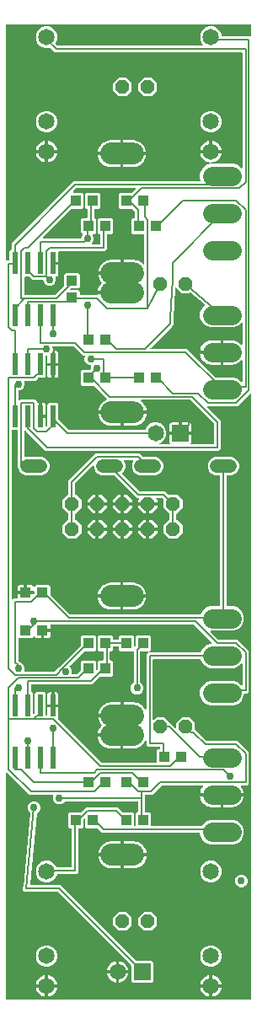
<source format=gtl>
G04 EAGLE Gerber RS-274X export*
G75*
%MOMM*%
%FSLAX34Y34*%
%LPD*%
%INTop Copper*%
%IPPOS*%
%AMOC8*
5,1,8,0,0,1.08239X$1,22.5*%
G01*
%ADD10C,2.184400*%
%ADD11C,1.950000*%
%ADD12R,1.100000X1.000000*%
%ADD13R,1.651000X1.651000*%
%ADD14C,1.651000*%
%ADD15C,1.320800*%
%ADD16R,0.600000X2.200000*%
%ADD17P,1.429621X8X202.500000*%
%ADD18P,1.429621X8X22.500000*%
%ADD19P,1.539592X8X202.500000*%
%ADD20R,1.000000X1.100000*%
%ADD21C,1.650000*%
%ADD22C,0.152400*%
%ADD23C,0.756400*%

G36*
X255598Y10164D02*
X255598Y10164D01*
X255617Y10162D01*
X255719Y10184D01*
X255821Y10200D01*
X255838Y10210D01*
X255858Y10214D01*
X255947Y10267D01*
X256038Y10316D01*
X256052Y10330D01*
X256069Y10340D01*
X256136Y10419D01*
X256208Y10494D01*
X256216Y10512D01*
X256229Y10527D01*
X256268Y10623D01*
X256311Y10717D01*
X256313Y10737D01*
X256321Y10755D01*
X256339Y10922D01*
X256339Y618131D01*
X256328Y618201D01*
X256326Y618273D01*
X256308Y618322D01*
X256300Y618373D01*
X256266Y618437D01*
X256241Y618504D01*
X256209Y618545D01*
X256184Y618591D01*
X256132Y618640D01*
X256088Y618696D01*
X256044Y618724D01*
X256006Y618760D01*
X255941Y618790D01*
X255881Y618829D01*
X255830Y618842D01*
X255783Y618864D01*
X255712Y618872D01*
X255642Y618889D01*
X255590Y618885D01*
X255539Y618891D01*
X255468Y618876D01*
X255397Y618870D01*
X255349Y618850D01*
X255298Y618839D01*
X255237Y618802D01*
X255171Y618774D01*
X255115Y618729D01*
X255087Y618712D01*
X255072Y618695D01*
X255040Y618669D01*
X242668Y606297D01*
X213011Y606297D01*
X212941Y606286D01*
X212869Y606284D01*
X212820Y606266D01*
X212769Y606258D01*
X212705Y606224D01*
X212638Y606199D01*
X212597Y606167D01*
X212551Y606142D01*
X212502Y606090D01*
X212446Y606046D01*
X212418Y606002D01*
X212382Y605964D01*
X212352Y605899D01*
X212313Y605839D01*
X212300Y605788D01*
X212278Y605741D01*
X212270Y605670D01*
X212253Y605600D01*
X212257Y605548D01*
X212251Y605497D01*
X212266Y605426D01*
X212272Y605355D01*
X212292Y605307D01*
X212303Y605256D01*
X212340Y605195D01*
X212368Y605129D01*
X212413Y605073D01*
X212430Y605045D01*
X212447Y605030D01*
X212473Y604998D01*
X223395Y594076D01*
X225553Y591918D01*
X225553Y563147D01*
X223618Y561212D01*
X50067Y561212D01*
X30605Y580674D01*
X30002Y581277D01*
X29944Y581319D01*
X29892Y581368D01*
X29845Y581390D01*
X29803Y581421D01*
X29734Y581442D01*
X29669Y581472D01*
X29617Y581478D01*
X29567Y581493D01*
X29496Y581491D01*
X29425Y581499D01*
X29374Y581488D01*
X29322Y581487D01*
X29254Y581462D01*
X29184Y581447D01*
X29139Y581420D01*
X29091Y581402D01*
X29035Y581357D01*
X28973Y581320D01*
X28939Y581281D01*
X28899Y581248D01*
X28860Y581188D01*
X28813Y581134D01*
X28794Y581085D01*
X28766Y581041D01*
X28748Y580972D01*
X28721Y580905D01*
X28713Y580834D01*
X28705Y580803D01*
X28707Y580780D01*
X28703Y580739D01*
X28703Y555980D01*
X28710Y555935D01*
X28708Y555889D01*
X28730Y555814D01*
X28742Y555738D01*
X28764Y555697D01*
X28777Y555653D01*
X28821Y555589D01*
X28858Y555520D01*
X28891Y555489D01*
X28917Y555451D01*
X28979Y555405D01*
X29036Y555351D01*
X29078Y555332D01*
X29115Y555304D01*
X29189Y555280D01*
X29259Y555247D01*
X29305Y555242D01*
X29348Y555228D01*
X29426Y555229D01*
X29503Y555220D01*
X29548Y555230D01*
X29594Y555230D01*
X29644Y555245D01*
X46523Y555245D01*
X49884Y553853D01*
X52457Y551280D01*
X53849Y547919D01*
X53849Y544281D01*
X52457Y540920D01*
X49884Y538347D01*
X46523Y536955D01*
X29677Y536955D01*
X26316Y538347D01*
X23743Y540920D01*
X22330Y544331D01*
X22329Y544344D01*
X22317Y544373D01*
X22312Y544405D01*
X22269Y544486D01*
X22233Y544570D01*
X22207Y544602D01*
X22196Y544623D01*
X22173Y544645D01*
X22128Y544701D01*
X22097Y544732D01*
X22097Y581998D01*
X22094Y582018D01*
X22096Y582037D01*
X22074Y582139D01*
X22058Y582241D01*
X22048Y582258D01*
X22044Y582278D01*
X21991Y582367D01*
X21942Y582458D01*
X21928Y582472D01*
X21918Y582489D01*
X21839Y582556D01*
X21764Y582628D01*
X21746Y582636D01*
X21731Y582649D01*
X21635Y582688D01*
X21541Y582731D01*
X21521Y582733D01*
X21503Y582741D01*
X21336Y582759D01*
X16764Y582759D01*
X16744Y582756D01*
X16725Y582758D01*
X16623Y582736D01*
X16521Y582720D01*
X16504Y582710D01*
X16484Y582706D01*
X16395Y582653D01*
X16304Y582604D01*
X16290Y582590D01*
X16273Y582580D01*
X16206Y582501D01*
X16134Y582426D01*
X16126Y582408D01*
X16113Y582393D01*
X16074Y582297D01*
X16031Y582203D01*
X16029Y582183D01*
X16021Y582165D01*
X16003Y581998D01*
X16003Y413036D01*
X16014Y412966D01*
X16016Y412894D01*
X16034Y412845D01*
X16042Y412794D01*
X16076Y412730D01*
X16101Y412663D01*
X16133Y412622D01*
X16158Y412576D01*
X16209Y412527D01*
X16254Y412471D01*
X16298Y412443D01*
X16336Y412407D01*
X16401Y412377D01*
X16461Y412338D01*
X16512Y412325D01*
X16559Y412303D01*
X16630Y412295D01*
X16700Y412278D01*
X16752Y412282D01*
X16803Y412276D01*
X16874Y412291D01*
X16945Y412297D01*
X16993Y412317D01*
X17044Y412328D01*
X17105Y412365D01*
X17171Y412393D01*
X17227Y412438D01*
X17255Y412455D01*
X17270Y412472D01*
X17302Y412498D01*
X17682Y412878D01*
X20805Y412878D01*
X20922Y412897D01*
X21040Y412915D01*
X21044Y412917D01*
X21048Y412917D01*
X21152Y412972D01*
X21259Y413028D01*
X21262Y413031D01*
X21265Y413033D01*
X21346Y413118D01*
X21430Y413205D01*
X21432Y413208D01*
X21435Y413211D01*
X21485Y413319D01*
X21536Y413427D01*
X21537Y413430D01*
X21538Y413434D01*
X21551Y413552D01*
X21566Y413671D01*
X21565Y413675D01*
X21565Y413678D01*
X21563Y413691D01*
X21559Y413712D01*
X21559Y417577D01*
X28838Y417577D01*
X28858Y417580D01*
X28877Y417578D01*
X28979Y417600D01*
X29081Y417617D01*
X29098Y417626D01*
X29118Y417630D01*
X29207Y417683D01*
X29298Y417732D01*
X29312Y417746D01*
X29329Y417756D01*
X29396Y417835D01*
X29467Y417910D01*
X29476Y417928D01*
X29489Y417943D01*
X29528Y418039D01*
X29571Y418133D01*
X29573Y418153D01*
X29581Y418171D01*
X29599Y418338D01*
X29599Y419101D01*
X29601Y419101D01*
X29601Y418338D01*
X29604Y418318D01*
X29602Y418299D01*
X29624Y418197D01*
X29641Y418095D01*
X29650Y418078D01*
X29654Y418058D01*
X29707Y417969D01*
X29756Y417878D01*
X29770Y417864D01*
X29780Y417847D01*
X29859Y417780D01*
X29934Y417709D01*
X29952Y417700D01*
X29967Y417687D01*
X30063Y417648D01*
X30157Y417605D01*
X30177Y417603D01*
X30195Y417595D01*
X30362Y417577D01*
X37798Y417577D01*
X37818Y417580D01*
X37837Y417578D01*
X37939Y417600D01*
X38041Y417617D01*
X38058Y417626D01*
X38078Y417630D01*
X38167Y417683D01*
X38258Y417732D01*
X38272Y417746D01*
X38289Y417756D01*
X38356Y417835D01*
X38428Y417910D01*
X38436Y417928D01*
X38449Y417943D01*
X38488Y418039D01*
X38531Y418133D01*
X38533Y418153D01*
X38541Y418171D01*
X38559Y418338D01*
X38559Y419862D01*
X38556Y419882D01*
X38558Y419901D01*
X38536Y420003D01*
X38520Y420105D01*
X38510Y420122D01*
X38506Y420142D01*
X38453Y420231D01*
X38404Y420322D01*
X38390Y420336D01*
X38380Y420353D01*
X38301Y420420D01*
X38226Y420491D01*
X38208Y420500D01*
X38193Y420513D01*
X38097Y420552D01*
X38003Y420595D01*
X37983Y420597D01*
X37965Y420605D01*
X37798Y420623D01*
X31123Y420623D01*
X31123Y426641D01*
X35434Y426641D01*
X36081Y426468D01*
X36660Y426133D01*
X37133Y425660D01*
X37345Y425293D01*
X37421Y425200D01*
X37494Y425108D01*
X37498Y425106D01*
X37501Y425103D01*
X37602Y425039D01*
X37701Y424975D01*
X37705Y424974D01*
X37709Y424972D01*
X37825Y424944D01*
X37940Y424915D01*
X37944Y424916D01*
X37948Y424915D01*
X38067Y424925D01*
X38185Y424934D01*
X38189Y424936D01*
X38193Y424936D01*
X38303Y424984D01*
X38411Y425031D01*
X38415Y425034D01*
X38418Y425035D01*
X38429Y425045D01*
X38542Y425136D01*
X40048Y426641D01*
X53152Y426641D01*
X54641Y425152D01*
X54641Y417070D01*
X54655Y416980D01*
X54663Y416889D01*
X54675Y416860D01*
X54680Y416828D01*
X54723Y416747D01*
X54759Y416663D01*
X54785Y416631D01*
X54796Y416610D01*
X54819Y416588D01*
X54864Y416532D01*
X74170Y397226D01*
X74244Y397173D01*
X74313Y397113D01*
X74344Y397101D01*
X74370Y397082D01*
X74457Y397055D01*
X74542Y397021D01*
X74583Y397017D01*
X74605Y397010D01*
X74637Y397011D01*
X74708Y397003D01*
X205055Y397003D01*
X205169Y397022D01*
X205285Y397039D01*
X205291Y397041D01*
X205297Y397042D01*
X205400Y397097D01*
X205505Y397150D01*
X205509Y397155D01*
X205515Y397158D01*
X205594Y397242D01*
X205677Y397326D01*
X205681Y397332D01*
X205684Y397336D01*
X205692Y397353D01*
X205758Y397473D01*
X206830Y400062D01*
X210288Y403520D01*
X214805Y405391D01*
X224536Y405391D01*
X224556Y405394D01*
X224575Y405392D01*
X224677Y405414D01*
X224779Y405430D01*
X224796Y405440D01*
X224816Y405444D01*
X224905Y405497D01*
X224996Y405546D01*
X225010Y405560D01*
X225027Y405570D01*
X225094Y405649D01*
X225166Y405724D01*
X225174Y405742D01*
X225187Y405757D01*
X225226Y405853D01*
X225269Y405947D01*
X225271Y405967D01*
X225279Y405985D01*
X225297Y406152D01*
X225297Y536194D01*
X225295Y536210D01*
X225296Y536224D01*
X225296Y536227D01*
X225296Y536233D01*
X225274Y536335D01*
X225258Y536437D01*
X225248Y536454D01*
X225244Y536474D01*
X225191Y536563D01*
X225142Y536654D01*
X225128Y536668D01*
X225118Y536685D01*
X225039Y536752D01*
X224964Y536824D01*
X224946Y536832D01*
X224931Y536845D01*
X224835Y536884D01*
X224741Y536927D01*
X224721Y536929D01*
X224703Y536937D01*
X224536Y536955D01*
X220177Y536955D01*
X216816Y538347D01*
X214243Y540920D01*
X212851Y544281D01*
X212851Y547919D01*
X214243Y551280D01*
X216816Y553853D01*
X220177Y555245D01*
X237023Y555245D01*
X240384Y553853D01*
X242957Y551280D01*
X244349Y547919D01*
X244349Y544281D01*
X242957Y540920D01*
X240384Y538347D01*
X237023Y536955D01*
X232664Y536955D01*
X232644Y536952D01*
X232625Y536954D01*
X232523Y536932D01*
X232421Y536916D01*
X232404Y536906D01*
X232384Y536902D01*
X232295Y536849D01*
X232204Y536800D01*
X232190Y536786D01*
X232173Y536776D01*
X232106Y536697D01*
X232034Y536622D01*
X232026Y536604D01*
X232013Y536589D01*
X231974Y536493D01*
X231931Y536399D01*
X231929Y536379D01*
X231921Y536361D01*
X231903Y536194D01*
X231903Y406152D01*
X231906Y406132D01*
X231904Y406113D01*
X231926Y406011D01*
X231942Y405909D01*
X231952Y405892D01*
X231956Y405872D01*
X232009Y405783D01*
X232058Y405692D01*
X232072Y405678D01*
X232082Y405661D01*
X232161Y405594D01*
X232236Y405522D01*
X232254Y405514D01*
X232269Y405501D01*
X232365Y405462D01*
X232459Y405419D01*
X232479Y405417D01*
X232497Y405409D01*
X232664Y405391D01*
X239195Y405391D01*
X243712Y403520D01*
X247170Y400062D01*
X249041Y395545D01*
X249041Y390655D01*
X247170Y386138D01*
X243712Y382680D01*
X239195Y380809D01*
X216249Y380809D01*
X216179Y380798D01*
X216107Y380796D01*
X216058Y380778D01*
X216007Y380770D01*
X215943Y380736D01*
X215876Y380711D01*
X215835Y380679D01*
X215789Y380654D01*
X215740Y380602D01*
X215684Y380558D01*
X215656Y380514D01*
X215620Y380476D01*
X215590Y380411D01*
X215551Y380351D01*
X215538Y380300D01*
X215516Y380253D01*
X215508Y380182D01*
X215491Y380112D01*
X215495Y380060D01*
X215489Y380009D01*
X215504Y379938D01*
X215510Y379867D01*
X215530Y379819D01*
X215541Y379768D01*
X215578Y379707D01*
X215606Y379641D01*
X215651Y379585D01*
X215668Y379557D01*
X215685Y379542D01*
X215711Y379510D01*
X223395Y371826D01*
X223469Y371773D01*
X223538Y371713D01*
X223569Y371701D01*
X223595Y371682D01*
X223682Y371655D01*
X223767Y371621D01*
X223808Y371617D01*
X223830Y371610D01*
X223862Y371611D01*
X223933Y371603D01*
X242668Y371603D01*
X254128Y360143D01*
X254128Y319307D01*
X252193Y317372D01*
X249802Y317372D01*
X249782Y317369D01*
X249763Y317371D01*
X249661Y317349D01*
X249559Y317333D01*
X249542Y317323D01*
X249522Y317319D01*
X249433Y317266D01*
X249342Y317217D01*
X249328Y317203D01*
X249311Y317193D01*
X249244Y317114D01*
X249172Y317039D01*
X249164Y317021D01*
X249151Y317006D01*
X249112Y316910D01*
X249069Y316816D01*
X249067Y316796D01*
X249059Y316778D01*
X249041Y316611D01*
X249041Y315655D01*
X247170Y311138D01*
X243712Y307680D01*
X239195Y305809D01*
X214805Y305809D01*
X210288Y307680D01*
X206830Y311138D01*
X204959Y315655D01*
X204959Y320545D01*
X206830Y325062D01*
X210288Y328520D01*
X214805Y330391D01*
X239195Y330391D01*
X243712Y328520D01*
X246223Y326009D01*
X246281Y325967D01*
X246333Y325918D01*
X246380Y325896D01*
X246422Y325865D01*
X246491Y325844D01*
X246556Y325814D01*
X246608Y325808D01*
X246658Y325793D01*
X246729Y325795D01*
X246800Y325787D01*
X246851Y325798D01*
X246903Y325799D01*
X246971Y325824D01*
X247041Y325839D01*
X247086Y325866D01*
X247134Y325884D01*
X247190Y325929D01*
X247252Y325965D01*
X247286Y326005D01*
X247326Y326038D01*
X247365Y326098D01*
X247412Y326152D01*
X247431Y326201D01*
X247459Y326245D01*
X247477Y326314D01*
X247504Y326381D01*
X247512Y326452D01*
X247520Y326483D01*
X247518Y326506D01*
X247522Y326547D01*
X247522Y347153D01*
X247511Y347223D01*
X247509Y347295D01*
X247491Y347344D01*
X247483Y347395D01*
X247449Y347459D01*
X247424Y347526D01*
X247392Y347567D01*
X247367Y347613D01*
X247315Y347662D01*
X247271Y347718D01*
X247227Y347746D01*
X247189Y347782D01*
X247124Y347812D01*
X247064Y347851D01*
X247013Y347864D01*
X246966Y347886D01*
X246895Y347894D01*
X246825Y347911D01*
X246773Y347907D01*
X246722Y347913D01*
X246651Y347898D01*
X246580Y347892D01*
X246532Y347872D01*
X246481Y347861D01*
X246420Y347824D01*
X246354Y347796D01*
X246298Y347751D01*
X246270Y347735D01*
X246255Y347717D01*
X246223Y347691D01*
X243712Y345180D01*
X239195Y343309D01*
X214805Y343309D01*
X210288Y345180D01*
X206830Y348638D01*
X205509Y351827D01*
X205448Y351927D01*
X205388Y352027D01*
X205383Y352031D01*
X205380Y352036D01*
X205290Y352111D01*
X205201Y352187D01*
X205195Y352189D01*
X205190Y352193D01*
X205082Y352235D01*
X204973Y352279D01*
X204965Y352280D01*
X204961Y352281D01*
X204942Y352282D01*
X204806Y352297D01*
X158369Y352297D01*
X158349Y352294D01*
X158330Y352296D01*
X158228Y352274D01*
X158126Y352258D01*
X158109Y352248D01*
X158089Y352244D01*
X158000Y352191D01*
X157909Y352142D01*
X157895Y352128D01*
X157878Y352118D01*
X157811Y352039D01*
X157739Y351964D01*
X157731Y351946D01*
X157718Y351931D01*
X157679Y351835D01*
X157636Y351741D01*
X157634Y351721D01*
X157626Y351703D01*
X157608Y351536D01*
X157608Y291758D01*
X157619Y291687D01*
X157621Y291616D01*
X157639Y291567D01*
X157647Y291515D01*
X157681Y291452D01*
X157706Y291385D01*
X157738Y291344D01*
X157763Y291298D01*
X157815Y291249D01*
X157859Y291193D01*
X157903Y291164D01*
X157941Y291129D01*
X158006Y291098D01*
X158066Y291060D01*
X158117Y291047D01*
X158164Y291025D01*
X158235Y291017D01*
X158305Y291000D01*
X158357Y291004D01*
X158408Y290998D01*
X158479Y291013D01*
X158550Y291019D01*
X158598Y291039D01*
X158649Y291050D01*
X158710Y291087D01*
X158776Y291115D01*
X158832Y291160D01*
X158860Y291176D01*
X158875Y291194D01*
X158907Y291220D01*
X161312Y293625D01*
X168888Y293625D01*
X174367Y288146D01*
X174400Y288084D01*
X174414Y288070D01*
X174424Y288053D01*
X174503Y287986D01*
X174578Y287914D01*
X174596Y287906D01*
X174611Y287893D01*
X174707Y287854D01*
X174801Y287811D01*
X174821Y287809D01*
X174839Y287801D01*
X175006Y287783D01*
X175358Y287783D01*
X180056Y283085D01*
X180114Y283043D01*
X180166Y282994D01*
X180213Y282972D01*
X180255Y282941D01*
X180324Y282920D01*
X180389Y282890D01*
X180441Y282884D01*
X180491Y282869D01*
X180562Y282871D01*
X180633Y282863D01*
X180684Y282874D01*
X180736Y282875D01*
X180804Y282900D01*
X180874Y282915D01*
X180919Y282942D01*
X180967Y282960D01*
X181023Y283005D01*
X181085Y283042D01*
X181119Y283081D01*
X181159Y283114D01*
X181198Y283174D01*
X181245Y283228D01*
X181264Y283277D01*
X181292Y283321D01*
X181310Y283390D01*
X181337Y283457D01*
X181345Y283528D01*
X181353Y283559D01*
X181351Y283582D01*
X181355Y283623D01*
X181355Y288268D01*
X186712Y293625D01*
X194288Y293625D01*
X199645Y288268D01*
X199645Y282226D01*
X199659Y282136D01*
X199667Y282045D01*
X199679Y282016D01*
X199684Y281984D01*
X199727Y281903D01*
X199763Y281819D01*
X199789Y281787D01*
X199800Y281766D01*
X199823Y281744D01*
X199868Y281688D01*
X211330Y270226D01*
X211404Y270173D01*
X211473Y270113D01*
X211504Y270101D01*
X211530Y270082D01*
X211617Y270055D01*
X211702Y270021D01*
X211743Y270017D01*
X211765Y270010D01*
X211797Y270011D01*
X211868Y270003D01*
X242668Y270003D01*
X244826Y267845D01*
X251970Y260701D01*
X254128Y258543D01*
X254128Y227232D01*
X252193Y225297D01*
X246572Y225297D01*
X246501Y225286D01*
X246430Y225284D01*
X246381Y225266D01*
X246329Y225258D01*
X246266Y225224D01*
X246199Y225199D01*
X246158Y225167D01*
X246112Y225142D01*
X246063Y225091D01*
X246007Y225046D01*
X245979Y225002D01*
X245943Y224964D01*
X245913Y224899D01*
X245874Y224839D01*
X245861Y224788D01*
X245839Y224741D01*
X245831Y224670D01*
X245814Y224600D01*
X245818Y224548D01*
X245812Y224497D01*
X245827Y224426D01*
X245833Y224355D01*
X245853Y224307D01*
X245864Y224256D01*
X245901Y224195D01*
X245929Y224129D01*
X245974Y224073D01*
X245990Y224045D01*
X246008Y224030D01*
X246034Y223998D01*
X246125Y223907D01*
X247262Y222342D01*
X248140Y220618D01*
X248738Y218778D01*
X248953Y217423D01*
X227762Y217423D01*
X227742Y217420D01*
X227723Y217422D01*
X227621Y217400D01*
X227519Y217383D01*
X227502Y217374D01*
X227482Y217370D01*
X227393Y217317D01*
X227302Y217268D01*
X227288Y217254D01*
X227271Y217244D01*
X227204Y217165D01*
X227133Y217090D01*
X227124Y217072D01*
X227111Y217057D01*
X227073Y216961D01*
X227029Y216867D01*
X227027Y216847D01*
X227019Y216829D01*
X227001Y216662D01*
X227001Y215899D01*
X226999Y215899D01*
X226999Y216662D01*
X226996Y216682D01*
X226998Y216701D01*
X226976Y216803D01*
X226959Y216905D01*
X226950Y216922D01*
X226946Y216942D01*
X226893Y217031D01*
X226844Y217122D01*
X226830Y217136D01*
X226820Y217153D01*
X226741Y217220D01*
X226666Y217291D01*
X226648Y217300D01*
X226633Y217313D01*
X226537Y217352D01*
X226443Y217395D01*
X226423Y217397D01*
X226405Y217405D01*
X226238Y217423D01*
X205047Y217423D01*
X205262Y218778D01*
X205860Y220618D01*
X206738Y222342D01*
X207875Y223907D01*
X207966Y223998D01*
X208008Y224056D01*
X208057Y224108D01*
X208079Y224155D01*
X208110Y224197D01*
X208131Y224266D01*
X208161Y224331D01*
X208167Y224383D01*
X208182Y224432D01*
X208180Y224504D01*
X208188Y224575D01*
X208177Y224626D01*
X208176Y224678D01*
X208151Y224746D01*
X208136Y224816D01*
X208109Y224861D01*
X208091Y224909D01*
X208046Y224965D01*
X208010Y225027D01*
X207970Y225061D01*
X207937Y225101D01*
X207877Y225140D01*
X207823Y225187D01*
X207774Y225206D01*
X207731Y225234D01*
X207661Y225252D01*
X207594Y225279D01*
X207523Y225287D01*
X207492Y225295D01*
X207469Y225293D01*
X207428Y225297D01*
X166783Y225297D01*
X166693Y225283D01*
X166602Y225275D01*
X166573Y225263D01*
X166541Y225258D01*
X166460Y225215D01*
X166376Y225179D01*
X166344Y225153D01*
X166323Y225142D01*
X166301Y225119D01*
X166245Y225074D01*
X156943Y215772D01*
X150114Y215772D01*
X150094Y215769D01*
X150075Y215771D01*
X149973Y215749D01*
X149871Y215733D01*
X149854Y215723D01*
X149834Y215719D01*
X149745Y215666D01*
X149654Y215617D01*
X149640Y215603D01*
X149623Y215593D01*
X149556Y215514D01*
X149484Y215439D01*
X149476Y215421D01*
X149463Y215406D01*
X149424Y215310D01*
X149381Y215216D01*
X149379Y215196D01*
X149371Y215178D01*
X149353Y215011D01*
X149353Y199302D01*
X149356Y199282D01*
X149354Y199263D01*
X149376Y199161D01*
X149392Y199059D01*
X149402Y199042D01*
X149406Y199022D01*
X149459Y198933D01*
X149508Y198842D01*
X149522Y198828D01*
X149532Y198811D01*
X149611Y198744D01*
X149686Y198672D01*
X149704Y198664D01*
X149719Y198651D01*
X149815Y198612D01*
X149909Y198569D01*
X149929Y198567D01*
X149947Y198559D01*
X150114Y198541D01*
X154252Y198541D01*
X155741Y197052D01*
X155741Y185039D01*
X155744Y185019D01*
X155742Y185000D01*
X155764Y184898D01*
X155780Y184796D01*
X155790Y184779D01*
X155794Y184759D01*
X155847Y184670D01*
X155896Y184579D01*
X155910Y184565D01*
X155920Y184548D01*
X155999Y184481D01*
X156074Y184409D01*
X156092Y184401D01*
X156107Y184388D01*
X156203Y184349D01*
X156297Y184306D01*
X156317Y184304D01*
X156335Y184296D01*
X156502Y184278D01*
X205873Y184278D01*
X205987Y184297D01*
X206104Y184314D01*
X206109Y184316D01*
X206115Y184317D01*
X206218Y184372D01*
X206323Y184425D01*
X206327Y184430D01*
X206333Y184433D01*
X206413Y184517D01*
X206495Y184601D01*
X206499Y184607D01*
X206502Y184611D01*
X206510Y184628D01*
X206576Y184748D01*
X206830Y185362D01*
X210288Y188820D01*
X214805Y190691D01*
X239195Y190691D01*
X243712Y188820D01*
X247170Y185362D01*
X249041Y180845D01*
X249041Y175955D01*
X247170Y171438D01*
X243712Y167980D01*
X239195Y166109D01*
X214805Y166109D01*
X210288Y167980D01*
X206830Y171438D01*
X204959Y175955D01*
X204959Y176911D01*
X204956Y176931D01*
X204958Y176950D01*
X204936Y177052D01*
X204920Y177154D01*
X204910Y177171D01*
X204906Y177191D01*
X204853Y177280D01*
X204804Y177371D01*
X204790Y177385D01*
X204780Y177402D01*
X204701Y177469D01*
X204626Y177541D01*
X204608Y177549D01*
X204593Y177562D01*
X204497Y177601D01*
X204403Y177644D01*
X204383Y177646D01*
X204365Y177654D01*
X204198Y177672D01*
X106582Y177672D01*
X104424Y179830D01*
X102018Y182236D01*
X101944Y182289D01*
X101875Y182349D01*
X101844Y182361D01*
X101818Y182380D01*
X101731Y182407D01*
X101646Y182441D01*
X101605Y182445D01*
X101583Y182452D01*
X101551Y182451D01*
X101480Y182459D01*
X91348Y182459D01*
X89859Y183948D01*
X89859Y191301D01*
X89848Y191371D01*
X89846Y191443D01*
X89828Y191492D01*
X89820Y191543D01*
X89786Y191607D01*
X89761Y191674D01*
X89729Y191715D01*
X89704Y191761D01*
X89653Y191810D01*
X89608Y191866D01*
X89564Y191894D01*
X89526Y191930D01*
X89461Y191960D01*
X89401Y191999D01*
X89350Y192012D01*
X89303Y192034D01*
X89232Y192042D01*
X89162Y192059D01*
X89110Y192055D01*
X89059Y192061D01*
X88988Y192046D01*
X88917Y192040D01*
X88869Y192020D01*
X88818Y192009D01*
X88757Y191972D01*
X88691Y191944D01*
X88635Y191899D01*
X88607Y191882D01*
X88592Y191865D01*
X88560Y191839D01*
X88164Y191443D01*
X88111Y191369D01*
X88051Y191300D01*
X88039Y191269D01*
X88020Y191243D01*
X87993Y191156D01*
X87959Y191071D01*
X87955Y191030D01*
X87948Y191008D01*
X87949Y190976D01*
X87941Y190905D01*
X87941Y183948D01*
X86452Y182459D01*
X83439Y182459D01*
X83419Y182456D01*
X83400Y182458D01*
X83298Y182436D01*
X83196Y182420D01*
X83179Y182410D01*
X83159Y182406D01*
X83070Y182353D01*
X82979Y182304D01*
X82965Y182290D01*
X82948Y182280D01*
X82881Y182201D01*
X82809Y182126D01*
X82801Y182108D01*
X82788Y182093D01*
X82749Y181997D01*
X82706Y181903D01*
X82704Y181883D01*
X82696Y181865D01*
X82678Y181698D01*
X82678Y138332D01*
X80743Y136397D01*
X61952Y136397D01*
X61837Y136378D01*
X61721Y136361D01*
X61715Y136359D01*
X61709Y136358D01*
X61606Y136303D01*
X61502Y136250D01*
X61497Y136245D01*
X61492Y136242D01*
X61412Y136158D01*
X61329Y136074D01*
X61326Y136068D01*
X61322Y136064D01*
X61314Y136047D01*
X61248Y135927D01*
X59948Y132788D01*
X56912Y129752D01*
X52946Y128109D01*
X48654Y128109D01*
X44688Y129752D01*
X41652Y132788D01*
X40009Y136754D01*
X40009Y141046D01*
X41652Y145012D01*
X44688Y148048D01*
X48654Y149691D01*
X52946Y149691D01*
X56912Y148048D01*
X59948Y145012D01*
X60586Y143473D01*
X60647Y143373D01*
X60707Y143273D01*
X60712Y143269D01*
X60715Y143264D01*
X60805Y143189D01*
X60894Y143113D01*
X60900Y143111D01*
X60905Y143107D01*
X61013Y143065D01*
X61122Y143021D01*
X61130Y143020D01*
X61134Y143019D01*
X61153Y143018D01*
X61289Y143003D01*
X75311Y143003D01*
X75331Y143006D01*
X75350Y143004D01*
X75452Y143026D01*
X75554Y143042D01*
X75571Y143052D01*
X75591Y143056D01*
X75680Y143109D01*
X75771Y143158D01*
X75785Y143172D01*
X75802Y143182D01*
X75869Y143261D01*
X75941Y143336D01*
X75949Y143354D01*
X75962Y143369D01*
X76001Y143465D01*
X76044Y143559D01*
X76046Y143579D01*
X76054Y143597D01*
X76072Y143764D01*
X76072Y181698D01*
X76069Y181718D01*
X76071Y181737D01*
X76049Y181839D01*
X76033Y181941D01*
X76023Y181958D01*
X76019Y181978D01*
X75966Y182067D01*
X75917Y182158D01*
X75903Y182172D01*
X75893Y182189D01*
X75814Y182256D01*
X75739Y182328D01*
X75721Y182336D01*
X75706Y182349D01*
X75610Y182388D01*
X75516Y182431D01*
X75496Y182433D01*
X75478Y182441D01*
X75311Y182459D01*
X74348Y182459D01*
X72859Y183948D01*
X72859Y197052D01*
X74348Y198541D01*
X85605Y198541D01*
X85695Y198555D01*
X85786Y198563D01*
X85815Y198575D01*
X85847Y198580D01*
X85928Y198623D01*
X86012Y198659D01*
X86044Y198685D01*
X86065Y198696D01*
X86087Y198719D01*
X86143Y198764D01*
X88549Y201170D01*
X90707Y203328D01*
X122018Y203328D01*
X126582Y198764D01*
X126656Y198711D01*
X126725Y198651D01*
X126756Y198639D01*
X126782Y198620D01*
X126869Y198593D01*
X126954Y198559D01*
X126995Y198555D01*
X127017Y198548D01*
X127049Y198549D01*
X127120Y198541D01*
X137252Y198541D01*
X138741Y197052D01*
X138741Y185039D01*
X138744Y185019D01*
X138742Y185000D01*
X138764Y184898D01*
X138780Y184796D01*
X138790Y184779D01*
X138794Y184759D01*
X138847Y184670D01*
X138896Y184579D01*
X138910Y184565D01*
X138920Y184548D01*
X138999Y184481D01*
X139074Y184409D01*
X139092Y184401D01*
X139107Y184388D01*
X139203Y184349D01*
X139297Y184306D01*
X139317Y184304D01*
X139335Y184296D01*
X139502Y184278D01*
X139898Y184278D01*
X139918Y184281D01*
X139937Y184279D01*
X140039Y184301D01*
X140141Y184317D01*
X140158Y184327D01*
X140178Y184331D01*
X140267Y184384D01*
X140358Y184433D01*
X140372Y184447D01*
X140389Y184457D01*
X140456Y184536D01*
X140528Y184611D01*
X140536Y184629D01*
X140549Y184644D01*
X140588Y184740D01*
X140631Y184834D01*
X140633Y184854D01*
X140641Y184872D01*
X140659Y185039D01*
X140659Y197052D01*
X142179Y198572D01*
X142229Y198580D01*
X142246Y198590D01*
X142266Y198594D01*
X142355Y198647D01*
X142446Y198696D01*
X142460Y198710D01*
X142477Y198720D01*
X142544Y198799D01*
X142616Y198874D01*
X142624Y198892D01*
X142637Y198907D01*
X142676Y199003D01*
X142719Y199097D01*
X142721Y199117D01*
X142729Y199135D01*
X142747Y199302D01*
X142747Y208661D01*
X142744Y208681D01*
X142746Y208700D01*
X142724Y208802D01*
X142708Y208904D01*
X142698Y208921D01*
X142694Y208941D01*
X142641Y209030D01*
X142592Y209121D01*
X142578Y209135D01*
X142568Y209152D01*
X142489Y209219D01*
X142414Y209291D01*
X142396Y209299D01*
X142381Y209312D01*
X142285Y209351D01*
X142191Y209394D01*
X142171Y209396D01*
X142153Y209404D01*
X141986Y209422D01*
X69454Y209422D01*
X69364Y209408D01*
X69273Y209400D01*
X69244Y209388D01*
X69212Y209383D01*
X69131Y209340D01*
X69047Y209304D01*
X69015Y209278D01*
X68994Y209267D01*
X68972Y209244D01*
X68916Y209199D01*
X67082Y207365D01*
X64758Y206402D01*
X62242Y206402D01*
X59918Y207365D01*
X58140Y209143D01*
X57177Y211467D01*
X57177Y213983D01*
X57483Y214720D01*
X57493Y214764D01*
X57512Y214806D01*
X57521Y214883D01*
X57539Y214959D01*
X57534Y215005D01*
X57539Y215050D01*
X57523Y215127D01*
X57516Y215204D01*
X57497Y215246D01*
X57487Y215291D01*
X57447Y215358D01*
X57416Y215429D01*
X57385Y215463D01*
X57361Y215502D01*
X57302Y215553D01*
X57249Y215610D01*
X57209Y215632D01*
X57174Y215662D01*
X57102Y215691D01*
X57034Y215728D01*
X56989Y215737D01*
X56946Y215754D01*
X56810Y215769D01*
X56792Y215772D01*
X56787Y215771D01*
X56779Y215772D01*
X33557Y215772D01*
X11555Y237774D01*
X11460Y237869D01*
X11402Y237911D01*
X11350Y237960D01*
X11303Y237982D01*
X11261Y238012D01*
X11192Y238034D01*
X11127Y238064D01*
X11075Y238070D01*
X11026Y238085D01*
X10954Y238083D01*
X10883Y238091D01*
X10832Y238080D01*
X10780Y238079D01*
X10712Y238054D01*
X10642Y238039D01*
X10597Y238012D01*
X10549Y237994D01*
X10493Y237949D01*
X10431Y237912D01*
X10397Y237873D01*
X10357Y237840D01*
X10318Y237780D01*
X10271Y237726D01*
X10252Y237677D01*
X10224Y237634D01*
X10206Y237564D01*
X10179Y237497D01*
X10171Y237426D01*
X10163Y237395D01*
X10165Y237372D01*
X10161Y237331D01*
X10161Y10922D01*
X10164Y10902D01*
X10162Y10883D01*
X10184Y10781D01*
X10200Y10679D01*
X10210Y10662D01*
X10214Y10642D01*
X10267Y10553D01*
X10316Y10462D01*
X10330Y10448D01*
X10340Y10431D01*
X10419Y10364D01*
X10494Y10292D01*
X10512Y10284D01*
X10527Y10271D01*
X10623Y10232D01*
X10717Y10189D01*
X10737Y10187D01*
X10755Y10179D01*
X10922Y10161D01*
X255578Y10161D01*
X255598Y10164D01*
G37*
G36*
X11032Y752524D02*
X11032Y752524D01*
X11103Y752530D01*
X11151Y752550D01*
X11202Y752561D01*
X11263Y752598D01*
X11274Y752603D01*
X12748Y752603D01*
X12768Y752606D01*
X12787Y752604D01*
X12889Y752626D01*
X12991Y752642D01*
X13008Y752652D01*
X13028Y752656D01*
X13117Y752709D01*
X13208Y752758D01*
X13222Y752772D01*
X13239Y752782D01*
X13306Y752861D01*
X13378Y752936D01*
X13386Y752954D01*
X13399Y752969D01*
X13438Y753065D01*
X13481Y753159D01*
X13483Y753179D01*
X13491Y753197D01*
X13509Y753364D01*
X13509Y761952D01*
X15000Y763443D01*
X15006Y763444D01*
X15025Y763442D01*
X15127Y763464D01*
X15229Y763480D01*
X15246Y763490D01*
X15266Y763494D01*
X15355Y763547D01*
X15446Y763596D01*
X15460Y763610D01*
X15477Y763620D01*
X15544Y763699D01*
X15616Y763774D01*
X15624Y763792D01*
X15637Y763807D01*
X15676Y763903D01*
X15719Y763997D01*
X15721Y764017D01*
X15729Y764035D01*
X15747Y764202D01*
X15747Y769718D01*
X17905Y771876D01*
X75849Y829820D01*
X78007Y831978D01*
X205136Y831978D01*
X205181Y831985D01*
X205227Y831983D01*
X205302Y832005D01*
X205379Y832017D01*
X205419Y832039D01*
X205464Y832052D01*
X205528Y832096D01*
X205596Y832133D01*
X205628Y832166D01*
X205666Y832192D01*
X205712Y832255D01*
X205766Y832311D01*
X205785Y832353D01*
X205812Y832389D01*
X205836Y832463D01*
X205869Y832534D01*
X205874Y832580D01*
X205889Y832623D01*
X205888Y832701D01*
X205896Y832778D01*
X205887Y832823D01*
X205886Y832869D01*
X205848Y833001D01*
X205844Y833019D01*
X205842Y833023D01*
X205839Y833030D01*
X204959Y835155D01*
X204959Y840045D01*
X206830Y844562D01*
X210288Y848020D01*
X214857Y849912D01*
X214889Y849932D01*
X214925Y849944D01*
X214993Y849997D01*
X215066Y850042D01*
X215090Y850071D01*
X215120Y850094D01*
X215168Y850165D01*
X215223Y850231D01*
X215236Y850267D01*
X215258Y850298D01*
X215280Y850381D01*
X215311Y850461D01*
X215312Y850499D01*
X215323Y850535D01*
X215318Y850621D01*
X215321Y850707D01*
X215311Y850743D01*
X215308Y850781D01*
X215277Y850860D01*
X215253Y850943D01*
X215231Y850974D01*
X215217Y851009D01*
X215161Y851074D01*
X215112Y851145D01*
X215082Y851168D01*
X215057Y851196D01*
X214984Y851240D01*
X214915Y851292D01*
X214879Y851303D01*
X214846Y851323D01*
X214685Y851367D01*
X214681Y851368D01*
X213373Y851575D01*
X211758Y852100D01*
X210245Y852871D01*
X208870Y853869D01*
X207669Y855070D01*
X206671Y856445D01*
X205900Y857958D01*
X205375Y859573D01*
X205216Y860577D01*
X215138Y860577D01*
X215158Y860580D01*
X215177Y860578D01*
X215279Y860600D01*
X215381Y860617D01*
X215398Y860626D01*
X215418Y860630D01*
X215507Y860683D01*
X215598Y860732D01*
X215612Y860746D01*
X215629Y860756D01*
X215696Y860835D01*
X215767Y860910D01*
X215776Y860928D01*
X215789Y860943D01*
X215827Y861039D01*
X215871Y861133D01*
X215873Y861153D01*
X215881Y861171D01*
X215899Y861338D01*
X215899Y862101D01*
X215901Y862101D01*
X215901Y861338D01*
X215904Y861318D01*
X215902Y861299D01*
X215924Y861197D01*
X215941Y861095D01*
X215950Y861078D01*
X215954Y861058D01*
X216007Y860969D01*
X216056Y860878D01*
X216070Y860864D01*
X216080Y860847D01*
X216159Y860780D01*
X216234Y860709D01*
X216252Y860700D01*
X216267Y860687D01*
X216363Y860648D01*
X216457Y860605D01*
X216477Y860603D01*
X216495Y860595D01*
X216662Y860577D01*
X226584Y860577D01*
X226425Y859573D01*
X225900Y857958D01*
X225129Y856445D01*
X224131Y855070D01*
X222930Y853869D01*
X221555Y852871D01*
X220042Y852100D01*
X218427Y851575D01*
X217346Y851404D01*
X217286Y851384D01*
X217223Y851373D01*
X217170Y851345D01*
X217113Y851327D01*
X217062Y851288D01*
X217005Y851258D01*
X216964Y851215D01*
X216916Y851179D01*
X216880Y851126D01*
X216836Y851080D01*
X216811Y851026D01*
X216777Y850976D01*
X216759Y850915D01*
X216732Y850857D01*
X216726Y850797D01*
X216709Y850740D01*
X216712Y850676D01*
X216705Y850613D01*
X216718Y850554D01*
X216721Y850494D01*
X216744Y850435D01*
X216758Y850372D01*
X216788Y850321D01*
X216810Y850265D01*
X216851Y850216D01*
X216884Y850161D01*
X216929Y850122D01*
X216968Y850076D01*
X217022Y850043D01*
X217071Y850001D01*
X217126Y849979D01*
X217177Y849947D01*
X217240Y849933D01*
X217299Y849909D01*
X217385Y849900D01*
X217417Y849892D01*
X217441Y849893D01*
X217466Y849891D01*
X239195Y849891D01*
X243712Y848020D01*
X246223Y845509D01*
X246281Y845467D01*
X246333Y845418D01*
X246380Y845396D01*
X246422Y845365D01*
X246491Y845344D01*
X246556Y845314D01*
X246608Y845308D01*
X246658Y845293D01*
X246729Y845295D01*
X246800Y845287D01*
X246851Y845298D01*
X246903Y845299D01*
X246971Y845324D01*
X247041Y845339D01*
X247086Y845366D01*
X247134Y845384D01*
X247190Y845429D01*
X247252Y845465D01*
X247286Y845505D01*
X247326Y845538D01*
X247365Y845598D01*
X247412Y845652D01*
X247431Y845701D01*
X247459Y845745D01*
X247477Y845814D01*
X247504Y845881D01*
X247512Y845952D01*
X247520Y845983D01*
X247518Y846006D01*
X247522Y846047D01*
X247522Y961136D01*
X247519Y961156D01*
X247521Y961175D01*
X247499Y961277D01*
X247483Y961379D01*
X247473Y961396D01*
X247469Y961416D01*
X247416Y961505D01*
X247367Y961596D01*
X247353Y961610D01*
X247343Y961627D01*
X247264Y961694D01*
X247189Y961766D01*
X247171Y961774D01*
X247156Y961787D01*
X247060Y961826D01*
X246966Y961869D01*
X246946Y961871D01*
X246928Y961879D01*
X246761Y961897D01*
X58957Y961897D01*
X54436Y966418D01*
X54342Y966486D01*
X54248Y966556D01*
X54242Y966558D01*
X54237Y966561D01*
X54125Y966596D01*
X54014Y966632D01*
X54008Y966632D01*
X54002Y966634D01*
X53885Y966631D01*
X53768Y966630D01*
X53761Y966627D01*
X53756Y966627D01*
X53738Y966621D01*
X53607Y966583D01*
X52946Y966309D01*
X48654Y966309D01*
X44688Y967952D01*
X41652Y970988D01*
X40009Y974954D01*
X40009Y979246D01*
X41652Y983212D01*
X44688Y986248D01*
X48654Y987891D01*
X52946Y987891D01*
X56912Y986248D01*
X59948Y983212D01*
X61591Y979246D01*
X61591Y974954D01*
X59926Y970934D01*
X59899Y970821D01*
X59871Y970707D01*
X59871Y970701D01*
X59870Y970695D01*
X59881Y970578D01*
X59890Y970462D01*
X59892Y970456D01*
X59893Y970450D01*
X59941Y970343D01*
X59986Y970236D01*
X59991Y970230D01*
X59993Y970225D01*
X60006Y970212D01*
X60091Y970105D01*
X61470Y968726D01*
X61544Y968673D01*
X61613Y968613D01*
X61644Y968601D01*
X61670Y968582D01*
X61757Y968555D01*
X61842Y968521D01*
X61883Y968517D01*
X61905Y968510D01*
X61937Y968511D01*
X62008Y968503D01*
X207399Y968503D01*
X207470Y968514D01*
X207542Y968516D01*
X207590Y968534D01*
X207642Y968542D01*
X207705Y968576D01*
X207773Y968601D01*
X207813Y968633D01*
X207859Y968658D01*
X207909Y968710D01*
X207965Y968754D01*
X207993Y968798D01*
X208029Y968836D01*
X208059Y968901D01*
X208098Y968961D01*
X208110Y969012D01*
X208132Y969059D01*
X208140Y969130D01*
X208158Y969200D01*
X208154Y969252D01*
X208159Y969303D01*
X208144Y969374D01*
X208138Y969445D01*
X208118Y969493D01*
X208107Y969544D01*
X208070Y969605D01*
X208042Y969671D01*
X207997Y969727D01*
X207981Y969755D01*
X207963Y969770D01*
X207937Y969802D01*
X206752Y970988D01*
X205109Y974954D01*
X205109Y979246D01*
X206752Y983212D01*
X209788Y986248D01*
X213754Y987891D01*
X218046Y987891D01*
X222012Y986248D01*
X225048Y983212D01*
X226691Y979246D01*
X226691Y978789D01*
X226694Y978769D01*
X226692Y978750D01*
X226714Y978648D01*
X226730Y978546D01*
X226740Y978529D01*
X226744Y978509D01*
X226797Y978420D01*
X226846Y978329D01*
X226860Y978315D01*
X226870Y978298D01*
X226949Y978231D01*
X227024Y978159D01*
X227042Y978151D01*
X227057Y978138D01*
X227153Y978099D01*
X227247Y978056D01*
X227267Y978054D01*
X227285Y978046D01*
X227452Y978028D01*
X255578Y978028D01*
X255598Y978031D01*
X255617Y978029D01*
X255719Y978051D01*
X255821Y978067D01*
X255838Y978077D01*
X255858Y978081D01*
X255947Y978134D01*
X256038Y978183D01*
X256052Y978197D01*
X256069Y978207D01*
X256136Y978286D01*
X256208Y978361D01*
X256216Y978379D01*
X256229Y978394D01*
X256268Y978490D01*
X256311Y978584D01*
X256313Y978604D01*
X256321Y978622D01*
X256339Y978789D01*
X256339Y989078D01*
X256336Y989098D01*
X256338Y989117D01*
X256316Y989219D01*
X256300Y989321D01*
X256290Y989338D01*
X256286Y989358D01*
X256233Y989447D01*
X256184Y989538D01*
X256170Y989552D01*
X256160Y989569D01*
X256081Y989636D01*
X256006Y989708D01*
X255988Y989716D01*
X255973Y989729D01*
X255877Y989768D01*
X255783Y989811D01*
X255763Y989813D01*
X255745Y989821D01*
X255578Y989839D01*
X10922Y989839D01*
X10902Y989836D01*
X10883Y989838D01*
X10781Y989816D01*
X10679Y989800D01*
X10662Y989790D01*
X10642Y989786D01*
X10553Y989733D01*
X10462Y989684D01*
X10448Y989670D01*
X10431Y989660D01*
X10364Y989581D01*
X10292Y989506D01*
X10284Y989488D01*
X10271Y989473D01*
X10232Y989377D01*
X10189Y989283D01*
X10187Y989263D01*
X10179Y989245D01*
X10161Y989078D01*
X10161Y753269D01*
X10172Y753199D01*
X10174Y753127D01*
X10192Y753078D01*
X10200Y753027D01*
X10234Y752963D01*
X10259Y752896D01*
X10291Y752855D01*
X10316Y752809D01*
X10367Y752760D01*
X10412Y752704D01*
X10456Y752676D01*
X10494Y752640D01*
X10559Y752610D01*
X10619Y752571D01*
X10670Y752558D01*
X10717Y752536D01*
X10788Y752528D01*
X10858Y752511D01*
X10910Y752515D01*
X10961Y752509D01*
X11032Y752524D01*
G37*
G36*
X174652Y567829D02*
X174652Y567829D01*
X174724Y567831D01*
X174773Y567849D01*
X174824Y567857D01*
X174887Y567891D01*
X174955Y567916D01*
X174995Y567948D01*
X175041Y567973D01*
X175091Y568024D01*
X175147Y568069D01*
X175175Y568113D01*
X175211Y568151D01*
X175241Y568216D01*
X175280Y568276D01*
X175292Y568327D01*
X175314Y568374D01*
X175322Y568445D01*
X175340Y568515D01*
X175336Y568567D01*
X175342Y568618D01*
X175326Y568689D01*
X175321Y568760D01*
X175300Y568808D01*
X175289Y568859D01*
X175253Y568920D01*
X175224Y568986D01*
X175180Y569042D01*
X175163Y569070D01*
X175145Y569085D01*
X175120Y569117D01*
X174932Y569305D01*
X174597Y569884D01*
X174424Y570531D01*
X174424Y577597D01*
X184458Y577597D01*
X184478Y577600D01*
X184497Y577598D01*
X184599Y577620D01*
X184701Y577637D01*
X184718Y577646D01*
X184738Y577650D01*
X184827Y577703D01*
X184918Y577752D01*
X184932Y577766D01*
X184949Y577776D01*
X185016Y577855D01*
X185087Y577930D01*
X185096Y577948D01*
X185109Y577963D01*
X185147Y578059D01*
X185191Y578153D01*
X185193Y578173D01*
X185201Y578191D01*
X185219Y578358D01*
X185219Y579121D01*
X185221Y579121D01*
X185221Y578358D01*
X185224Y578338D01*
X185222Y578319D01*
X185244Y578217D01*
X185261Y578115D01*
X185270Y578098D01*
X185274Y578078D01*
X185327Y577989D01*
X185376Y577898D01*
X185390Y577884D01*
X185400Y577867D01*
X185479Y577800D01*
X185554Y577729D01*
X185572Y577720D01*
X185587Y577707D01*
X185683Y577668D01*
X185777Y577625D01*
X185797Y577623D01*
X185815Y577615D01*
X185982Y577597D01*
X196016Y577597D01*
X196016Y570531D01*
X195843Y569884D01*
X195508Y569305D01*
X195320Y569117D01*
X195279Y569059D01*
X195229Y569007D01*
X195207Y568960D01*
X195177Y568918D01*
X195156Y568849D01*
X195126Y568784D01*
X195120Y568732D01*
X195104Y568682D01*
X195106Y568611D01*
X195098Y568540D01*
X195110Y568489D01*
X195111Y568437D01*
X195135Y568369D01*
X195151Y568299D01*
X195177Y568254D01*
X195195Y568206D01*
X195240Y568150D01*
X195277Y568088D01*
X195316Y568054D01*
X195349Y568014D01*
X195409Y567975D01*
X195464Y567928D01*
X195512Y567909D01*
X195556Y567881D01*
X195625Y567863D01*
X195692Y567836D01*
X195763Y567828D01*
X195794Y567820D01*
X195818Y567822D01*
X195859Y567818D01*
X218186Y567818D01*
X218206Y567821D01*
X218225Y567819D01*
X218327Y567841D01*
X218429Y567857D01*
X218446Y567867D01*
X218466Y567871D01*
X218555Y567924D01*
X218646Y567973D01*
X218660Y567987D01*
X218677Y567997D01*
X218744Y568076D01*
X218816Y568151D01*
X218824Y568169D01*
X218837Y568184D01*
X218876Y568280D01*
X218919Y568374D01*
X218921Y568394D01*
X218929Y568412D01*
X218947Y568579D01*
X218947Y588867D01*
X218933Y588957D01*
X218925Y589048D01*
X218913Y589077D01*
X218908Y589109D01*
X218865Y589190D01*
X218829Y589274D01*
X218803Y589306D01*
X218792Y589327D01*
X218769Y589349D01*
X218724Y589405D01*
X195705Y612424D01*
X195631Y612477D01*
X195562Y612537D01*
X195531Y612549D01*
X195505Y612568D01*
X195418Y612595D01*
X195333Y612629D01*
X195292Y612633D01*
X195270Y612640D01*
X195238Y612639D01*
X195167Y612647D01*
X146029Y612647D01*
X146021Y612646D01*
X146013Y612647D01*
X145899Y612626D01*
X145786Y612608D01*
X145779Y612604D01*
X145771Y612602D01*
X145670Y612546D01*
X145568Y612492D01*
X145563Y612487D01*
X145556Y612483D01*
X145478Y612397D01*
X145399Y612314D01*
X145396Y612307D01*
X145390Y612301D01*
X145344Y612195D01*
X145295Y612091D01*
X145295Y612083D01*
X145291Y612076D01*
X145281Y611961D01*
X145268Y611847D01*
X145270Y611839D01*
X145269Y611831D01*
X145296Y611719D01*
X145321Y611606D01*
X145325Y611599D01*
X145327Y611592D01*
X145388Y611494D01*
X145447Y611395D01*
X145453Y611390D01*
X145457Y611383D01*
X145581Y611270D01*
X146692Y610463D01*
X148191Y608964D01*
X149436Y607250D01*
X150398Y605362D01*
X151053Y603346D01*
X151311Y601717D01*
X127762Y601717D01*
X127742Y601714D01*
X127723Y601716D01*
X127621Y601694D01*
X127519Y601677D01*
X127502Y601668D01*
X127482Y601664D01*
X127393Y601611D01*
X127302Y601562D01*
X127288Y601548D01*
X127271Y601538D01*
X127204Y601459D01*
X127133Y601384D01*
X127124Y601366D01*
X127111Y601351D01*
X127073Y601255D01*
X127029Y601161D01*
X127027Y601141D01*
X127019Y601123D01*
X127001Y600956D01*
X127001Y600193D01*
X126999Y600193D01*
X126999Y600956D01*
X126996Y600976D01*
X126998Y600995D01*
X126976Y601097D01*
X126959Y601199D01*
X126950Y601216D01*
X126946Y601236D01*
X126893Y601325D01*
X126844Y601416D01*
X126830Y601430D01*
X126820Y601447D01*
X126741Y601514D01*
X126666Y601585D01*
X126648Y601594D01*
X126633Y601607D01*
X126537Y601646D01*
X126443Y601689D01*
X126423Y601691D01*
X126405Y601699D01*
X126238Y601717D01*
X102689Y601717D01*
X102947Y603346D01*
X103602Y605362D01*
X104564Y607250D01*
X105809Y608964D01*
X107308Y610463D01*
X109022Y611708D01*
X110910Y612670D01*
X111237Y612777D01*
X111304Y612811D01*
X111375Y612837D01*
X111413Y612867D01*
X111456Y612889D01*
X111508Y612944D01*
X111567Y612991D01*
X111593Y613031D01*
X111627Y613066D01*
X111660Y613134D01*
X111700Y613198D01*
X111712Y613245D01*
X111733Y613288D01*
X111742Y613363D01*
X111761Y613436D01*
X111757Y613484D01*
X111763Y613532D01*
X111747Y613606D01*
X111741Y613682D01*
X111723Y613726D01*
X111713Y613773D01*
X111675Y613838D01*
X111645Y613908D01*
X111605Y613959D01*
X111589Y613986D01*
X111570Y614002D01*
X111540Y614039D01*
X110774Y614805D01*
X98843Y626736D01*
X98769Y626789D01*
X98700Y626849D01*
X98669Y626861D01*
X98643Y626880D01*
X98556Y626907D01*
X98471Y626941D01*
X98430Y626945D01*
X98408Y626952D01*
X98376Y626951D01*
X98305Y626959D01*
X87048Y626959D01*
X85559Y628448D01*
X85559Y641552D01*
X87048Y643041D01*
X94516Y643041D01*
X94536Y643044D01*
X94555Y643042D01*
X94657Y643064D01*
X94759Y643080D01*
X94776Y643090D01*
X94796Y643094D01*
X94885Y643147D01*
X94976Y643196D01*
X94990Y643210D01*
X95007Y643220D01*
X95074Y643299D01*
X95146Y643374D01*
X95154Y643392D01*
X95167Y643407D01*
X95206Y643503D01*
X95249Y643597D01*
X95251Y643617D01*
X95259Y643635D01*
X95277Y643802D01*
X95277Y645783D01*
X95647Y646675D01*
X95657Y646719D01*
X95677Y646761D01*
X95685Y646838D01*
X95703Y646914D01*
X95699Y646960D01*
X95704Y647005D01*
X95687Y647082D01*
X95680Y647159D01*
X95661Y647201D01*
X95651Y647246D01*
X95611Y647313D01*
X95580Y647384D01*
X95549Y647418D01*
X95525Y647457D01*
X95466Y647508D01*
X95413Y647565D01*
X95373Y647587D01*
X95338Y647617D01*
X95266Y647646D01*
X95198Y647683D01*
X95153Y647692D01*
X95110Y647709D01*
X94974Y647724D01*
X94956Y647727D01*
X94951Y647726D01*
X94943Y647727D01*
X93992Y647727D01*
X91668Y648690D01*
X89890Y650468D01*
X88927Y652792D01*
X88927Y655308D01*
X89233Y656045D01*
X89243Y656089D01*
X89262Y656131D01*
X89271Y656208D01*
X89289Y656284D01*
X89284Y656330D01*
X89289Y656375D01*
X89273Y656452D01*
X89266Y656529D01*
X89247Y656571D01*
X89237Y656616D01*
X89197Y656683D01*
X89166Y656754D01*
X89135Y656788D01*
X89111Y656827D01*
X89052Y656878D01*
X88999Y656935D01*
X88959Y656957D01*
X88924Y656987D01*
X88852Y657016D01*
X88784Y657053D01*
X88739Y657062D01*
X88696Y657079D01*
X88560Y657094D01*
X88542Y657097D01*
X88537Y657096D01*
X88529Y657097D01*
X87532Y657097D01*
X78230Y666399D01*
X78156Y666452D01*
X78087Y666512D01*
X78056Y666524D01*
X78030Y666543D01*
X77943Y666570D01*
X77858Y666604D01*
X77817Y666608D01*
X77795Y666615D01*
X77763Y666614D01*
X77692Y666622D01*
X57521Y666622D01*
X57475Y666615D01*
X57430Y666617D01*
X57355Y666595D01*
X57278Y666583D01*
X57237Y666561D01*
X57193Y666548D01*
X57129Y666504D01*
X57061Y666467D01*
X57029Y666434D01*
X56991Y666408D01*
X56945Y666346D01*
X56891Y666289D01*
X56872Y666247D01*
X56845Y666211D01*
X56820Y666137D01*
X56788Y666066D01*
X56783Y666020D01*
X56768Y665977D01*
X56769Y665899D01*
X56761Y665822D01*
X56770Y665777D01*
X56771Y665731D01*
X56809Y665600D01*
X56813Y665581D01*
X56815Y665577D01*
X56817Y665570D01*
X57123Y664833D01*
X57123Y662317D01*
X56160Y659993D01*
X55874Y659707D01*
X55821Y659633D01*
X55761Y659564D01*
X55749Y659533D01*
X55730Y659507D01*
X55703Y659420D01*
X55669Y659335D01*
X55665Y659295D01*
X55658Y659272D01*
X55659Y659240D01*
X55651Y659169D01*
X55651Y649799D01*
X51609Y649799D01*
X51609Y656491D01*
X51608Y656499D01*
X51608Y656501D01*
X51606Y656511D01*
X51608Y656530D01*
X51586Y656632D01*
X51570Y656734D01*
X51560Y656751D01*
X51556Y656771D01*
X51503Y656860D01*
X51454Y656951D01*
X51440Y656965D01*
X51430Y656982D01*
X51351Y657049D01*
X51276Y657121D01*
X51258Y657129D01*
X51243Y657142D01*
X51147Y657181D01*
X51053Y657224D01*
X51033Y657226D01*
X51015Y657234D01*
X50848Y657252D01*
X50752Y657252D01*
X50732Y657249D01*
X50713Y657251D01*
X50611Y657229D01*
X50509Y657213D01*
X50492Y657203D01*
X50472Y657199D01*
X50383Y657146D01*
X50292Y657097D01*
X50278Y657083D01*
X50261Y657073D01*
X50194Y656994D01*
X50122Y656919D01*
X50114Y656901D01*
X50101Y656886D01*
X50062Y656790D01*
X50019Y656696D01*
X50017Y656676D01*
X50009Y656658D01*
X49991Y656491D01*
X49991Y636248D01*
X48502Y634759D01*
X42845Y634759D01*
X42755Y634745D01*
X42664Y634737D01*
X42635Y634725D01*
X42603Y634720D01*
X42522Y634677D01*
X42438Y634641D01*
X42406Y634615D01*
X42385Y634604D01*
X42363Y634581D01*
X42307Y634536D01*
X39468Y631697D01*
X28946Y631697D01*
X28900Y631690D01*
X28855Y631692D01*
X28780Y631670D01*
X28703Y631658D01*
X28662Y631636D01*
X28618Y631623D01*
X28554Y631579D01*
X28486Y631542D01*
X28454Y631509D01*
X28416Y631483D01*
X28370Y631421D01*
X28316Y631364D01*
X28297Y631322D01*
X28270Y631286D01*
X28245Y631212D01*
X28213Y631141D01*
X28208Y631095D01*
X28193Y631052D01*
X28194Y630974D01*
X28186Y630897D01*
X28195Y630852D01*
X28196Y630806D01*
X28234Y630675D01*
X28238Y630656D01*
X28240Y630652D01*
X28242Y630645D01*
X28548Y629908D01*
X28548Y627392D01*
X27585Y625068D01*
X25807Y623290D01*
X23483Y622327D01*
X23114Y622327D01*
X23094Y622324D01*
X23075Y622326D01*
X22973Y622304D01*
X22871Y622288D01*
X22854Y622278D01*
X22834Y622274D01*
X22745Y622221D01*
X22654Y622172D01*
X22640Y622158D01*
X22623Y622148D01*
X22556Y622069D01*
X22484Y621994D01*
X22476Y621976D01*
X22463Y621961D01*
X22424Y621865D01*
X22381Y621771D01*
X22379Y621751D01*
X22371Y621733D01*
X22353Y621566D01*
X22353Y613061D01*
X22355Y613045D01*
X22354Y613031D01*
X22365Y612982D01*
X22366Y612919D01*
X22384Y612870D01*
X22392Y612819D01*
X22405Y612794D01*
X22406Y612791D01*
X22416Y612775D01*
X22426Y612755D01*
X22451Y612688D01*
X22483Y612647D01*
X22508Y612601D01*
X22559Y612552D01*
X22604Y612496D01*
X22648Y612468D01*
X22686Y612432D01*
X22751Y612402D01*
X22811Y612363D01*
X22862Y612350D01*
X22909Y612328D01*
X22980Y612320D01*
X23050Y612303D01*
X23102Y612307D01*
X23153Y612301D01*
X23224Y612316D01*
X23295Y612322D01*
X23343Y612342D01*
X23394Y612353D01*
X23455Y612390D01*
X23521Y612418D01*
X23570Y612457D01*
X23584Y612464D01*
X23589Y612470D01*
X23605Y612480D01*
X23620Y612497D01*
X23652Y612523D01*
X24032Y612903D01*
X39468Y612903D01*
X41403Y610968D01*
X41403Y610602D01*
X41406Y610582D01*
X41404Y610563D01*
X41426Y610461D01*
X41442Y610359D01*
X41452Y610342D01*
X41456Y610322D01*
X41509Y610233D01*
X41558Y610142D01*
X41572Y610128D01*
X41582Y610111D01*
X41661Y610044D01*
X41736Y609972D01*
X41754Y609964D01*
X41769Y609951D01*
X41865Y609912D01*
X41959Y609869D01*
X41979Y609867D01*
X41997Y609859D01*
X42164Y609841D01*
X42951Y609841D01*
X42951Y597038D01*
X42954Y597019D01*
X42952Y596999D01*
X42974Y596897D01*
X42990Y596795D01*
X43000Y596778D01*
X43004Y596758D01*
X43057Y596669D01*
X43106Y596578D01*
X43120Y596564D01*
X43130Y596547D01*
X43209Y596480D01*
X43284Y596409D01*
X43302Y596400D01*
X43317Y596387D01*
X43413Y596349D01*
X43507Y596305D01*
X43527Y596303D01*
X43545Y596295D01*
X43712Y596277D01*
X44427Y596277D01*
X44427Y595562D01*
X44430Y595542D01*
X44428Y595523D01*
X44435Y595489D01*
X44450Y595421D01*
X44467Y595319D01*
X44476Y595302D01*
X44480Y595282D01*
X44533Y595193D01*
X44582Y595102D01*
X44596Y595088D01*
X44606Y595071D01*
X44685Y595004D01*
X44760Y594932D01*
X44778Y594924D01*
X44793Y594911D01*
X44890Y594872D01*
X44983Y594829D01*
X45003Y594827D01*
X45021Y594819D01*
X45188Y594801D01*
X49991Y594801D01*
X49991Y586724D01*
X50002Y586654D01*
X50004Y586582D01*
X50022Y586533D01*
X50030Y586482D01*
X50064Y586418D01*
X50089Y586351D01*
X50121Y586310D01*
X50146Y586264D01*
X50198Y586215D01*
X50242Y586159D01*
X50286Y586131D01*
X50324Y586095D01*
X50389Y586065D01*
X50449Y586026D01*
X50500Y586013D01*
X50547Y585991D01*
X50618Y585983D01*
X50688Y585966D01*
X50740Y585970D01*
X50791Y585964D01*
X50862Y585979D01*
X50933Y585985D01*
X50981Y586005D01*
X51032Y586016D01*
X51093Y586053D01*
X51159Y586081D01*
X51215Y586126D01*
X51243Y586143D01*
X51258Y586160D01*
X51290Y586186D01*
X51386Y586282D01*
X51440Y586356D01*
X51499Y586425D01*
X51511Y586456D01*
X51530Y586482D01*
X51557Y586569D01*
X51591Y586654D01*
X51595Y586695D01*
X51602Y586717D01*
X51601Y586749D01*
X51609Y586820D01*
X51609Y608352D01*
X53098Y609841D01*
X61202Y609841D01*
X62691Y608352D01*
X62691Y593170D01*
X62705Y593080D01*
X62713Y592989D01*
X62725Y592960D01*
X62730Y592928D01*
X62773Y592847D01*
X62809Y592763D01*
X62835Y592731D01*
X62846Y592710D01*
X62869Y592688D01*
X62914Y592632D01*
X72900Y582646D01*
X72974Y582593D01*
X73043Y582533D01*
X73074Y582521D01*
X73100Y582502D01*
X73187Y582475D01*
X73272Y582441D01*
X73313Y582437D01*
X73335Y582430D01*
X73367Y582431D01*
X73438Y582423D01*
X149394Y582423D01*
X149509Y582442D01*
X149625Y582459D01*
X149631Y582461D01*
X149637Y582462D01*
X149740Y582517D01*
X149844Y582570D01*
X149849Y582575D01*
X149854Y582578D01*
X149934Y582662D01*
X150017Y582746D01*
X150020Y582752D01*
X150024Y582756D01*
X150031Y582773D01*
X150097Y582893D01*
X151068Y585235D01*
X154105Y588272D01*
X158073Y589916D01*
X162367Y589916D01*
X166335Y588272D01*
X169372Y585235D01*
X171016Y581267D01*
X171016Y576973D01*
X169372Y573005D01*
X166335Y569968D01*
X164680Y569282D01*
X164597Y569231D01*
X164511Y569185D01*
X164493Y569167D01*
X164471Y569153D01*
X164409Y569077D01*
X164342Y569007D01*
X164331Y568983D01*
X164314Y568963D01*
X164279Y568872D01*
X164238Y568784D01*
X164236Y568758D01*
X164226Y568734D01*
X164222Y568636D01*
X164211Y568540D01*
X164217Y568514D01*
X164216Y568488D01*
X164243Y568394D01*
X164264Y568299D01*
X164277Y568277D01*
X164284Y568252D01*
X164340Y568172D01*
X164390Y568088D01*
X164410Y568071D01*
X164425Y568050D01*
X164503Y567991D01*
X164577Y567928D01*
X164601Y567918D01*
X164622Y567903D01*
X164714Y567873D01*
X164805Y567836D01*
X164837Y567833D01*
X164856Y567827D01*
X164889Y567827D01*
X164972Y567818D01*
X174581Y567818D01*
X174652Y567829D01*
G37*
G36*
X161018Y247781D02*
X161018Y247781D01*
X161037Y247779D01*
X161139Y247801D01*
X161241Y247817D01*
X161258Y247827D01*
X161278Y247831D01*
X161367Y247884D01*
X161458Y247933D01*
X161472Y247947D01*
X161489Y247957D01*
X161556Y248036D01*
X161628Y248111D01*
X161636Y248129D01*
X161649Y248144D01*
X161688Y248240D01*
X161731Y248334D01*
X161733Y248354D01*
X161741Y248372D01*
X161759Y248539D01*
X161759Y260552D01*
X163248Y262041D01*
X164211Y262041D01*
X164231Y262044D01*
X164250Y262042D01*
X164352Y262064D01*
X164454Y262080D01*
X164471Y262090D01*
X164491Y262094D01*
X164580Y262147D01*
X164671Y262196D01*
X164685Y262210D01*
X164702Y262220D01*
X164769Y262299D01*
X164841Y262374D01*
X164849Y262392D01*
X164862Y262407D01*
X164901Y262503D01*
X164944Y262597D01*
X164946Y262617D01*
X164954Y262635D01*
X164972Y262802D01*
X164972Y263271D01*
X164969Y263291D01*
X164971Y263310D01*
X164949Y263412D01*
X164933Y263514D01*
X164923Y263531D01*
X164919Y263551D01*
X164866Y263640D01*
X164817Y263731D01*
X164803Y263745D01*
X164793Y263762D01*
X164714Y263829D01*
X164639Y263901D01*
X164621Y263909D01*
X164606Y263922D01*
X164510Y263961D01*
X164416Y264004D01*
X164396Y264006D01*
X164378Y264014D01*
X164211Y264032D01*
X152937Y264032D01*
X151002Y265967D01*
X151002Y269695D01*
X150991Y269762D01*
X150990Y269830D01*
X150972Y269883D01*
X150963Y269938D01*
X150931Y269998D01*
X150908Y270062D01*
X150874Y270106D01*
X150847Y270156D01*
X150798Y270202D01*
X150757Y270256D01*
X150710Y270286D01*
X150669Y270325D01*
X150608Y270353D01*
X150551Y270391D01*
X150497Y270405D01*
X150446Y270429D01*
X150379Y270436D01*
X150313Y270453D01*
X150257Y270449D01*
X150202Y270456D01*
X150135Y270441D01*
X150068Y270437D01*
X150016Y270415D01*
X149961Y270403D01*
X149903Y270369D01*
X149840Y270343D01*
X149798Y270306D01*
X149750Y270277D01*
X149706Y270226D01*
X149655Y270181D01*
X149612Y270115D01*
X149590Y270090D01*
X149582Y270071D01*
X149563Y270041D01*
X148928Y268796D01*
X147683Y267082D01*
X146184Y265583D01*
X144470Y264338D01*
X142582Y263376D01*
X140566Y262721D01*
X138474Y262389D01*
X128015Y262389D01*
X128015Y275090D01*
X128013Y275104D01*
X128014Y275115D01*
X128013Y275120D01*
X128014Y275129D01*
X127992Y275230D01*
X127975Y275333D01*
X127966Y275350D01*
X127962Y275370D01*
X127909Y275459D01*
X127860Y275550D01*
X127846Y275564D01*
X127836Y275581D01*
X127757Y275648D01*
X127682Y275719D01*
X127664Y275728D01*
X127649Y275741D01*
X127553Y275779D01*
X127459Y275823D01*
X127439Y275825D01*
X127421Y275833D01*
X127254Y275851D01*
X126491Y275851D01*
X126491Y275853D01*
X127254Y275853D01*
X127274Y275856D01*
X127293Y275854D01*
X127395Y275876D01*
X127497Y275893D01*
X127514Y275902D01*
X127534Y275906D01*
X127623Y275959D01*
X127714Y276008D01*
X127728Y276022D01*
X127745Y276032D01*
X127812Y276111D01*
X127883Y276186D01*
X127892Y276204D01*
X127905Y276219D01*
X127944Y276315D01*
X127987Y276409D01*
X127989Y276429D01*
X127997Y276447D01*
X128015Y276614D01*
X128015Y289360D01*
X128022Y289364D01*
X128042Y289368D01*
X128131Y289421D01*
X128222Y289470D01*
X128236Y289484D01*
X128253Y289494D01*
X128320Y289573D01*
X128391Y289648D01*
X128400Y289666D01*
X128413Y289681D01*
X128452Y289777D01*
X128495Y289871D01*
X128497Y289891D01*
X128505Y289909D01*
X128523Y290076D01*
X128523Y294632D01*
X128520Y294652D01*
X128522Y294671D01*
X128500Y294772D01*
X128483Y294875D01*
X128474Y294892D01*
X128470Y294912D01*
X128417Y295001D01*
X128368Y295092D01*
X128354Y295106D01*
X128344Y295123D01*
X128265Y295190D01*
X128190Y295261D01*
X128172Y295270D01*
X128157Y295283D01*
X128061Y295321D01*
X127967Y295365D01*
X127947Y295367D01*
X127929Y295375D01*
X127762Y295393D01*
X126999Y295393D01*
X126999Y295395D01*
X127762Y295395D01*
X127782Y295398D01*
X127801Y295396D01*
X127903Y295418D01*
X128005Y295435D01*
X128022Y295444D01*
X128042Y295448D01*
X128131Y295501D01*
X128222Y295550D01*
X128236Y295564D01*
X128253Y295574D01*
X128320Y295653D01*
X128391Y295728D01*
X128400Y295746D01*
X128413Y295761D01*
X128452Y295857D01*
X128495Y295951D01*
X128497Y295971D01*
X128505Y295989D01*
X128523Y296156D01*
X128523Y308857D01*
X138982Y308857D01*
X141074Y308525D01*
X143090Y307870D01*
X144978Y306908D01*
X146692Y305663D01*
X148191Y304164D01*
X149436Y302450D01*
X149563Y302202D01*
X149603Y302147D01*
X149635Y302087D01*
X149675Y302049D01*
X149708Y302004D01*
X149764Y301965D01*
X149813Y301918D01*
X149864Y301894D01*
X149910Y301862D01*
X149975Y301843D01*
X150036Y301814D01*
X150092Y301808D01*
X150145Y301792D01*
X150213Y301795D01*
X150280Y301787D01*
X150335Y301799D01*
X150391Y301801D01*
X150455Y301825D01*
X150521Y301840D01*
X150569Y301868D01*
X150621Y301888D01*
X150674Y301931D01*
X150732Y301966D01*
X150768Y302008D01*
X150812Y302044D01*
X150848Y302101D01*
X150892Y302153D01*
X150913Y302205D01*
X150943Y302252D01*
X150958Y302318D01*
X150984Y302381D01*
X150992Y302459D01*
X151000Y302491D01*
X150998Y302512D01*
X151002Y302548D01*
X151002Y356968D01*
X152994Y358960D01*
X153036Y359018D01*
X153085Y359070D01*
X153107Y359117D01*
X153138Y359159D01*
X153159Y359228D01*
X153189Y359293D01*
X153195Y359345D01*
X153210Y359395D01*
X153208Y359466D01*
X153216Y359537D01*
X153205Y359588D01*
X153204Y359640D01*
X153179Y359708D01*
X153164Y359778D01*
X153137Y359823D01*
X153119Y359871D01*
X153074Y359927D01*
X153037Y359989D01*
X152998Y360023D01*
X152965Y360063D01*
X152905Y360102D01*
X152851Y360149D01*
X152802Y360168D01*
X152758Y360196D01*
X152689Y360214D01*
X152622Y360241D01*
X152551Y360249D01*
X152520Y360257D01*
X152497Y360255D01*
X152456Y360259D01*
X145669Y360259D01*
X145649Y360256D01*
X145630Y360258D01*
X145528Y360236D01*
X145426Y360220D01*
X145409Y360210D01*
X145389Y360206D01*
X145300Y360153D01*
X145209Y360104D01*
X145195Y360090D01*
X145178Y360080D01*
X145111Y360001D01*
X145039Y359926D01*
X145031Y359908D01*
X145018Y359893D01*
X144979Y359797D01*
X144936Y359703D01*
X144934Y359683D01*
X144926Y359665D01*
X144908Y359498D01*
X144908Y329169D01*
X144922Y329079D01*
X144930Y328988D01*
X144942Y328959D01*
X144947Y328927D01*
X144990Y328846D01*
X145026Y328762D01*
X145052Y328730D01*
X145063Y328709D01*
X145086Y328687D01*
X145131Y328631D01*
X146965Y326797D01*
X147928Y324473D01*
X147928Y321957D01*
X146965Y319633D01*
X145187Y317855D01*
X142863Y316892D01*
X140347Y316892D01*
X138023Y317855D01*
X136245Y319633D01*
X135282Y321957D01*
X135282Y324473D01*
X136245Y326797D01*
X138079Y328631D01*
X138132Y328705D01*
X138192Y328774D01*
X138204Y328805D01*
X138223Y328831D01*
X138250Y328918D01*
X138284Y329003D01*
X138288Y329044D01*
X138295Y329066D01*
X138294Y329098D01*
X138302Y329169D01*
X138302Y359498D01*
X138299Y359518D01*
X138301Y359537D01*
X138279Y359639D01*
X138263Y359741D01*
X138253Y359758D01*
X138249Y359778D01*
X138196Y359867D01*
X138147Y359958D01*
X138133Y359972D01*
X138123Y359989D01*
X138044Y360056D01*
X137969Y360128D01*
X137951Y360136D01*
X137936Y360149D01*
X137840Y360188D01*
X137746Y360231D01*
X137726Y360233D01*
X137708Y360241D01*
X137541Y360259D01*
X125148Y360259D01*
X123659Y361748D01*
X123659Y364236D01*
X123656Y364256D01*
X123658Y364275D01*
X123636Y364377D01*
X123620Y364479D01*
X123610Y364496D01*
X123606Y364516D01*
X123553Y364605D01*
X123504Y364696D01*
X123490Y364710D01*
X123480Y364727D01*
X123401Y364794D01*
X123326Y364866D01*
X123308Y364874D01*
X123293Y364887D01*
X123197Y364926D01*
X123103Y364969D01*
X123083Y364971D01*
X123065Y364979D01*
X122898Y364997D01*
X118402Y364997D01*
X118382Y364994D01*
X118363Y364996D01*
X118261Y364974D01*
X118159Y364958D01*
X118142Y364948D01*
X118122Y364944D01*
X118033Y364891D01*
X117942Y364842D01*
X117928Y364828D01*
X117911Y364818D01*
X117844Y364739D01*
X117772Y364664D01*
X117764Y364646D01*
X117751Y364631D01*
X117712Y364535D01*
X117669Y364441D01*
X117667Y364421D01*
X117659Y364403D01*
X117641Y364236D01*
X117641Y361748D01*
X116152Y360259D01*
X115189Y360259D01*
X115169Y360256D01*
X115150Y360258D01*
X115048Y360236D01*
X114946Y360220D01*
X114929Y360210D01*
X114909Y360206D01*
X114820Y360153D01*
X114729Y360104D01*
X114715Y360090D01*
X114698Y360080D01*
X114631Y360001D01*
X114559Y359926D01*
X114551Y359908D01*
X114538Y359893D01*
X114499Y359797D01*
X114456Y359703D01*
X114454Y359683D01*
X114446Y359665D01*
X114428Y359498D01*
X114428Y351702D01*
X114431Y351682D01*
X114429Y351663D01*
X114451Y351561D01*
X114467Y351459D01*
X114477Y351442D01*
X114481Y351422D01*
X114534Y351333D01*
X114583Y351242D01*
X114597Y351228D01*
X114607Y351211D01*
X114686Y351144D01*
X114761Y351072D01*
X114779Y351064D01*
X114794Y351051D01*
X114890Y351012D01*
X114984Y350969D01*
X115004Y350967D01*
X115022Y350959D01*
X115189Y350941D01*
X116152Y350941D01*
X117641Y349452D01*
X117641Y336348D01*
X116152Y334859D01*
X104895Y334859D01*
X104805Y334845D01*
X104714Y334837D01*
X104685Y334825D01*
X104653Y334820D01*
X104572Y334777D01*
X104488Y334741D01*
X104456Y334715D01*
X104435Y334704D01*
X104413Y334681D01*
X104357Y334636D01*
X96618Y326897D01*
X35814Y326897D01*
X35794Y326894D01*
X35775Y326896D01*
X35673Y326874D01*
X35571Y326858D01*
X35554Y326848D01*
X35534Y326844D01*
X35445Y326791D01*
X35354Y326742D01*
X35340Y326728D01*
X35323Y326718D01*
X35256Y326639D01*
X35184Y326564D01*
X35176Y326546D01*
X35163Y326531D01*
X35124Y326435D01*
X35081Y326341D01*
X35079Y326321D01*
X35071Y326303D01*
X35053Y326136D01*
X35053Y319702D01*
X35056Y319682D01*
X35054Y319663D01*
X35076Y319561D01*
X35092Y319459D01*
X35102Y319442D01*
X35106Y319422D01*
X35159Y319333D01*
X35208Y319242D01*
X35222Y319228D01*
X35232Y319211D01*
X35311Y319144D01*
X35386Y319072D01*
X35404Y319064D01*
X35419Y319051D01*
X35515Y319012D01*
X35609Y318969D01*
X35629Y318967D01*
X35647Y318959D01*
X35801Y318942D01*
X37291Y317452D01*
X37291Y297799D01*
X37302Y297729D01*
X37304Y297657D01*
X37322Y297608D01*
X37330Y297557D01*
X37364Y297493D01*
X37389Y297426D01*
X37421Y297385D01*
X37446Y297339D01*
X37497Y297290D01*
X37542Y297234D01*
X37586Y297206D01*
X37624Y297170D01*
X37689Y297140D01*
X37749Y297101D01*
X37800Y297088D01*
X37847Y297066D01*
X37918Y297058D01*
X37988Y297041D01*
X38040Y297045D01*
X38091Y297039D01*
X38162Y297054D01*
X38233Y297060D01*
X38281Y297080D01*
X38332Y297091D01*
X38393Y297128D01*
X38459Y297156D01*
X38515Y297201D01*
X38543Y297218D01*
X38558Y297235D01*
X38590Y297261D01*
X38686Y297357D01*
X38739Y297431D01*
X38799Y297500D01*
X38811Y297531D01*
X38830Y297557D01*
X38857Y297644D01*
X38891Y297729D01*
X38895Y297770D01*
X38902Y297792D01*
X38901Y297824D01*
X38909Y297895D01*
X38909Y317452D01*
X40398Y318941D01*
X48502Y318941D01*
X49991Y317452D01*
X49991Y296164D01*
X49994Y296144D01*
X49992Y296125D01*
X50014Y296023D01*
X50030Y295921D01*
X50040Y295904D01*
X50044Y295884D01*
X50097Y295795D01*
X50146Y295704D01*
X50160Y295690D01*
X50170Y295673D01*
X50249Y295606D01*
X50324Y295534D01*
X50342Y295526D01*
X50357Y295513D01*
X50453Y295474D01*
X50547Y295431D01*
X50567Y295429D01*
X50585Y295421D01*
X50752Y295403D01*
X50848Y295403D01*
X50868Y295406D01*
X50887Y295404D01*
X50989Y295426D01*
X51091Y295442D01*
X51108Y295452D01*
X51128Y295456D01*
X51217Y295509D01*
X51308Y295558D01*
X51322Y295572D01*
X51339Y295582D01*
X51406Y295661D01*
X51478Y295736D01*
X51486Y295754D01*
X51499Y295769D01*
X51538Y295865D01*
X51581Y295959D01*
X51583Y295979D01*
X51591Y295997D01*
X51609Y296164D01*
X51609Y303901D01*
X56412Y303901D01*
X56431Y303904D01*
X56451Y303902D01*
X56553Y303924D01*
X56655Y303940D01*
X56672Y303950D01*
X56692Y303954D01*
X56781Y304007D01*
X56872Y304056D01*
X56886Y304070D01*
X56903Y304080D01*
X56970Y304159D01*
X57041Y304234D01*
X57050Y304252D01*
X57063Y304267D01*
X57101Y304363D01*
X57145Y304457D01*
X57147Y304477D01*
X57154Y304495D01*
X57167Y304419D01*
X57176Y304402D01*
X57180Y304382D01*
X57233Y304293D01*
X57282Y304202D01*
X57296Y304188D01*
X57306Y304171D01*
X57385Y304104D01*
X57460Y304032D01*
X57478Y304024D01*
X57493Y304011D01*
X57590Y303972D01*
X57683Y303929D01*
X57703Y303927D01*
X57721Y303919D01*
X57888Y303901D01*
X62691Y303901D01*
X62691Y294066D01*
X62518Y293419D01*
X62183Y292840D01*
X62170Y292827D01*
X62159Y292811D01*
X62143Y292798D01*
X62087Y292711D01*
X62027Y292627D01*
X62021Y292608D01*
X62010Y292592D01*
X61985Y292491D01*
X61954Y292392D01*
X61955Y292372D01*
X61950Y292353D01*
X61958Y292250D01*
X61961Y292146D01*
X61968Y292128D01*
X61969Y292108D01*
X62009Y292013D01*
X62045Y291915D01*
X62058Y291900D01*
X62065Y291881D01*
X62170Y291751D01*
X105920Y248001D01*
X105994Y247948D01*
X106063Y247888D01*
X106094Y247876D01*
X106120Y247857D01*
X106207Y247830D01*
X106292Y247796D01*
X106333Y247792D01*
X106355Y247785D01*
X106387Y247786D01*
X106458Y247778D01*
X160998Y247778D01*
X161018Y247781D01*
G37*
G36*
X58732Y717692D02*
X58732Y717692D01*
X58823Y717700D01*
X58852Y717712D01*
X58884Y717717D01*
X58965Y717760D01*
X59049Y717796D01*
X59081Y717822D01*
X59102Y717833D01*
X59124Y717856D01*
X59180Y717901D01*
X67936Y726657D01*
X67989Y726731D01*
X68049Y726800D01*
X68061Y726831D01*
X68080Y726857D01*
X68107Y726944D01*
X68141Y727029D01*
X68145Y727070D01*
X68152Y727092D01*
X68151Y727124D01*
X68159Y727195D01*
X68159Y738452D01*
X69648Y739941D01*
X82752Y739941D01*
X84241Y738452D01*
X84241Y726348D01*
X82752Y724859D01*
X75795Y724859D01*
X75705Y724845D01*
X75614Y724837D01*
X75585Y724825D01*
X75553Y724820D01*
X75472Y724777D01*
X75388Y724741D01*
X75356Y724715D01*
X75335Y724704D01*
X75313Y724681D01*
X75257Y724636D01*
X74861Y724240D01*
X74819Y724182D01*
X74770Y724130D01*
X74748Y724083D01*
X74717Y724041D01*
X74696Y723972D01*
X74666Y723907D01*
X74660Y723855D01*
X74645Y723805D01*
X74647Y723734D01*
X74639Y723663D01*
X74650Y723612D01*
X74651Y723560D01*
X74676Y723492D01*
X74691Y723422D01*
X74718Y723378D01*
X74736Y723329D01*
X74781Y723273D01*
X74818Y723211D01*
X74857Y723177D01*
X74890Y723137D01*
X74950Y723098D01*
X75004Y723051D01*
X75053Y723032D01*
X75097Y723004D01*
X75166Y722986D01*
X75233Y722959D01*
X75304Y722951D01*
X75335Y722943D01*
X75358Y722945D01*
X75399Y722941D01*
X82752Y722941D01*
X84241Y721452D01*
X84241Y718439D01*
X84244Y718419D01*
X84242Y718400D01*
X84264Y718298D01*
X84280Y718196D01*
X84290Y718179D01*
X84294Y718159D01*
X84347Y718070D01*
X84396Y717979D01*
X84410Y717965D01*
X84420Y717948D01*
X84499Y717881D01*
X84574Y717809D01*
X84592Y717801D01*
X84607Y717788D01*
X84703Y717749D01*
X84797Y717706D01*
X84817Y717704D01*
X84835Y717696D01*
X85002Y717678D01*
X101472Y717678D01*
X101550Y717691D01*
X101630Y717694D01*
X101671Y717710D01*
X101714Y717717D01*
X101785Y717755D01*
X101859Y717784D01*
X101893Y717812D01*
X101932Y717833D01*
X101987Y717890D01*
X102048Y717941D01*
X102071Y717979D01*
X102101Y718011D01*
X102135Y718083D01*
X102176Y718151D01*
X102186Y718194D01*
X102205Y718234D01*
X102214Y718313D01*
X102231Y718391D01*
X102229Y718449D01*
X102232Y718478D01*
X102226Y718506D01*
X102224Y718558D01*
X102181Y718829D01*
X125730Y718829D01*
X125750Y718832D01*
X125769Y718830D01*
X125871Y718852D01*
X125973Y718869D01*
X125990Y718878D01*
X126010Y718882D01*
X126099Y718935D01*
X126190Y718984D01*
X126204Y718998D01*
X126221Y719008D01*
X126288Y719087D01*
X126359Y719162D01*
X126368Y719180D01*
X126381Y719195D01*
X126419Y719291D01*
X126463Y719385D01*
X126465Y719405D01*
X126473Y719423D01*
X126491Y719590D01*
X126491Y720353D01*
X127254Y720353D01*
X127274Y720356D01*
X127293Y720354D01*
X127395Y720376D01*
X127497Y720393D01*
X127514Y720402D01*
X127534Y720406D01*
X127623Y720459D01*
X127714Y720508D01*
X127728Y720522D01*
X127745Y720532D01*
X127812Y720611D01*
X127883Y720686D01*
X127892Y720704D01*
X127905Y720719D01*
X127944Y720815D01*
X127987Y720909D01*
X127989Y720929D01*
X127997Y720947D01*
X128015Y721114D01*
X128015Y733860D01*
X128022Y733864D01*
X128042Y733868D01*
X128131Y733921D01*
X128222Y733970D01*
X128236Y733984D01*
X128253Y733994D01*
X128320Y734073D01*
X128391Y734148D01*
X128400Y734166D01*
X128413Y734181D01*
X128452Y734277D01*
X128495Y734371D01*
X128497Y734391D01*
X128505Y734409D01*
X128523Y734576D01*
X128523Y739132D01*
X128520Y739152D01*
X128522Y739171D01*
X128500Y739272D01*
X128483Y739375D01*
X128474Y739392D01*
X128470Y739412D01*
X128417Y739501D01*
X128368Y739592D01*
X128354Y739606D01*
X128344Y739623D01*
X128265Y739690D01*
X128190Y739761D01*
X128172Y739770D01*
X128157Y739783D01*
X128061Y739821D01*
X127967Y739865D01*
X127947Y739867D01*
X127929Y739875D01*
X127762Y739893D01*
X126999Y739893D01*
X126999Y739895D01*
X127762Y739895D01*
X127782Y739898D01*
X127801Y739896D01*
X127903Y739918D01*
X128005Y739935D01*
X128022Y739944D01*
X128042Y739948D01*
X128131Y740001D01*
X128222Y740050D01*
X128236Y740064D01*
X128253Y740074D01*
X128320Y740153D01*
X128391Y740228D01*
X128400Y740246D01*
X128413Y740261D01*
X128452Y740357D01*
X128495Y740451D01*
X128497Y740471D01*
X128505Y740489D01*
X128523Y740656D01*
X128523Y753357D01*
X138982Y753357D01*
X141074Y753025D01*
X143090Y752370D01*
X144978Y751408D01*
X146692Y750163D01*
X147798Y749057D01*
X147856Y749016D01*
X147908Y748966D01*
X147955Y748944D01*
X147997Y748914D01*
X148066Y748893D01*
X148131Y748863D01*
X148183Y748857D01*
X148233Y748842D01*
X148304Y748843D01*
X148375Y748835D01*
X148426Y748847D01*
X148478Y748848D01*
X148546Y748873D01*
X148616Y748888D01*
X148661Y748914D01*
X148709Y748932D01*
X148765Y748977D01*
X148827Y749014D01*
X148861Y749053D01*
X148901Y749086D01*
X148940Y749146D01*
X148987Y749201D01*
X149006Y749249D01*
X149034Y749293D01*
X149052Y749362D01*
X149079Y749429D01*
X149087Y749500D01*
X149095Y749531D01*
X149093Y749555D01*
X149097Y749596D01*
X149097Y778598D01*
X149094Y778618D01*
X149096Y778637D01*
X149074Y778739D01*
X149058Y778841D01*
X149048Y778858D01*
X149044Y778878D01*
X148991Y778967D01*
X148942Y779058D01*
X148928Y779072D01*
X148918Y779089D01*
X148839Y779156D01*
X148764Y779228D01*
X148746Y779236D01*
X148731Y779249D01*
X148635Y779288D01*
X148541Y779331D01*
X148521Y779333D01*
X148503Y779341D01*
X148336Y779359D01*
X137848Y779359D01*
X136359Y780848D01*
X136359Y793952D01*
X137848Y795441D01*
X138811Y795441D01*
X138831Y795444D01*
X138850Y795442D01*
X138952Y795464D01*
X139054Y795480D01*
X139071Y795490D01*
X139091Y795494D01*
X139180Y795547D01*
X139271Y795596D01*
X139285Y795610D01*
X139302Y795620D01*
X139369Y795699D01*
X139441Y795774D01*
X139449Y795792D01*
X139462Y795807D01*
X139501Y795903D01*
X139544Y795997D01*
X139546Y796017D01*
X139554Y796035D01*
X139572Y796202D01*
X139572Y801592D01*
X139558Y801682D01*
X139550Y801773D01*
X139538Y801802D01*
X139533Y801834D01*
X139490Y801915D01*
X139454Y801999D01*
X139428Y802031D01*
X139417Y802052D01*
X139394Y802074D01*
X139349Y802130D01*
X136943Y804536D01*
X136869Y804589D01*
X136800Y804649D01*
X136769Y804661D01*
X136743Y804680D01*
X136656Y804707D01*
X136571Y804741D01*
X136530Y804745D01*
X136508Y804752D01*
X136476Y804751D01*
X136405Y804759D01*
X125148Y804759D01*
X123659Y806248D01*
X123659Y819352D01*
X125148Y820841D01*
X136405Y820841D01*
X136495Y820855D01*
X136586Y820863D01*
X136615Y820875D01*
X136647Y820880D01*
X136728Y820923D01*
X136812Y820959D01*
X136844Y820985D01*
X136865Y820996D01*
X136887Y821019D01*
X136943Y821064D01*
X139952Y824073D01*
X139994Y824131D01*
X140043Y824183D01*
X140065Y824230D01*
X140096Y824272D01*
X140117Y824341D01*
X140147Y824406D01*
X140153Y824458D01*
X140168Y824508D01*
X140166Y824579D01*
X140174Y824650D01*
X140163Y824701D01*
X140162Y824753D01*
X140137Y824821D01*
X140122Y824891D01*
X140095Y824936D01*
X140077Y824984D01*
X140032Y825040D01*
X139995Y825102D01*
X139956Y825136D01*
X139923Y825176D01*
X139863Y825215D01*
X139809Y825262D01*
X139760Y825281D01*
X139716Y825309D01*
X139647Y825327D01*
X139580Y825354D01*
X139509Y825362D01*
X139478Y825370D01*
X139455Y825368D01*
X139414Y825372D01*
X81058Y825372D01*
X80968Y825358D01*
X80877Y825350D01*
X80848Y825338D01*
X80816Y825333D01*
X80735Y825290D01*
X80651Y825254D01*
X80619Y825228D01*
X80598Y825217D01*
X80576Y825194D01*
X80520Y825149D01*
X77511Y822140D01*
X77469Y822082D01*
X77420Y822030D01*
X77398Y821983D01*
X77367Y821941D01*
X77346Y821872D01*
X77316Y821807D01*
X77310Y821755D01*
X77295Y821705D01*
X77297Y821634D01*
X77289Y821563D01*
X77300Y821512D01*
X77301Y821460D01*
X77326Y821392D01*
X77341Y821322D01*
X77368Y821278D01*
X77386Y821229D01*
X77431Y821173D01*
X77468Y821111D01*
X77507Y821077D01*
X77540Y821037D01*
X77600Y820998D01*
X77654Y820951D01*
X77703Y820932D01*
X77747Y820904D01*
X77816Y820886D01*
X77883Y820859D01*
X77954Y820851D01*
X77985Y820843D01*
X78008Y820845D01*
X78049Y820841D01*
X86452Y820841D01*
X87941Y819352D01*
X87941Y806248D01*
X86452Y804759D01*
X76320Y804759D01*
X76230Y804745D01*
X76139Y804737D01*
X76110Y804725D01*
X76078Y804720D01*
X75997Y804677D01*
X75913Y804641D01*
X75881Y804615D01*
X75860Y804604D01*
X75838Y804581D01*
X75782Y804536D01*
X47373Y776127D01*
X47331Y776069D01*
X47282Y776017D01*
X47260Y775970D01*
X47229Y775928D01*
X47208Y775859D01*
X47178Y775794D01*
X47172Y775742D01*
X47157Y775692D01*
X47159Y775621D01*
X47151Y775550D01*
X47162Y775499D01*
X47163Y775447D01*
X47188Y775379D01*
X47203Y775309D01*
X47230Y775264D01*
X47248Y775216D01*
X47293Y775160D01*
X47330Y775098D01*
X47369Y775064D01*
X47402Y775024D01*
X47462Y774985D01*
X47516Y774938D01*
X47565Y774919D01*
X47609Y774891D01*
X47678Y774873D01*
X47745Y774846D01*
X47816Y774838D01*
X47847Y774830D01*
X47870Y774832D01*
X47911Y774828D01*
X84991Y774828D01*
X85011Y774831D01*
X85030Y774829D01*
X85132Y774851D01*
X85234Y774867D01*
X85251Y774877D01*
X85271Y774881D01*
X85360Y774934D01*
X85451Y774983D01*
X85465Y774997D01*
X85482Y775007D01*
X85549Y775086D01*
X85621Y775161D01*
X85629Y775179D01*
X85642Y775194D01*
X85681Y775290D01*
X85724Y775384D01*
X85726Y775404D01*
X85734Y775422D01*
X85752Y775589D01*
X85752Y775958D01*
X86715Y778282D01*
X86882Y778448D01*
X86893Y778465D01*
X86909Y778477D01*
X86965Y778564D01*
X87025Y778648D01*
X87031Y778667D01*
X87042Y778684D01*
X87067Y778784D01*
X87098Y778883D01*
X87097Y778903D01*
X87102Y778923D01*
X87094Y779026D01*
X87091Y779129D01*
X87084Y779148D01*
X87083Y779168D01*
X87042Y779263D01*
X87007Y779360D01*
X86994Y779376D01*
X86987Y779394D01*
X86882Y779525D01*
X85559Y780848D01*
X85559Y793952D01*
X87048Y795441D01*
X91186Y795441D01*
X91206Y795444D01*
X91225Y795442D01*
X91327Y795464D01*
X91429Y795480D01*
X91446Y795490D01*
X91466Y795494D01*
X91555Y795547D01*
X91646Y795596D01*
X91660Y795610D01*
X91677Y795620D01*
X91744Y795699D01*
X91816Y795774D01*
X91824Y795792D01*
X91837Y795807D01*
X91876Y795903D01*
X91919Y795997D01*
X91921Y796017D01*
X91929Y796035D01*
X91947Y796202D01*
X91947Y803998D01*
X91944Y804018D01*
X91946Y804037D01*
X91924Y804139D01*
X91908Y804241D01*
X91898Y804258D01*
X91894Y804278D01*
X91841Y804367D01*
X91792Y804458D01*
X91778Y804472D01*
X91768Y804489D01*
X91689Y804556D01*
X91614Y804628D01*
X91596Y804636D01*
X91581Y804649D01*
X91485Y804688D01*
X91391Y804731D01*
X91374Y804733D01*
X89859Y806248D01*
X89859Y819352D01*
X91348Y820841D01*
X103452Y820841D01*
X104941Y819352D01*
X104941Y806248D01*
X103452Y804759D01*
X99314Y804759D01*
X99294Y804756D01*
X99275Y804758D01*
X99173Y804736D01*
X99071Y804720D01*
X99054Y804710D01*
X99034Y804706D01*
X98945Y804653D01*
X98854Y804604D01*
X98840Y804590D01*
X98823Y804580D01*
X98756Y804501D01*
X98684Y804426D01*
X98676Y804408D01*
X98663Y804393D01*
X98624Y804297D01*
X98581Y804203D01*
X98579Y804183D01*
X98571Y804165D01*
X98553Y803998D01*
X98553Y796202D01*
X98556Y796182D01*
X98554Y796163D01*
X98576Y796061D01*
X98592Y795959D01*
X98602Y795942D01*
X98606Y795922D01*
X98659Y795833D01*
X98708Y795742D01*
X98722Y795728D01*
X98732Y795711D01*
X98811Y795644D01*
X98886Y795572D01*
X98904Y795564D01*
X98919Y795551D01*
X99015Y795512D01*
X99109Y795469D01*
X99126Y795467D01*
X100641Y793952D01*
X100641Y780848D01*
X99152Y779359D01*
X98128Y779359D01*
X98083Y779352D01*
X98037Y779354D01*
X97962Y779332D01*
X97885Y779320D01*
X97845Y779298D01*
X97801Y779285D01*
X97737Y779241D01*
X97668Y779204D01*
X97636Y779171D01*
X97599Y779145D01*
X97552Y779083D01*
X97499Y779026D01*
X97479Y778984D01*
X97452Y778948D01*
X97428Y778874D01*
X97395Y778803D01*
X97390Y778757D01*
X97376Y778714D01*
X97376Y778636D01*
X97368Y778559D01*
X97378Y778514D01*
X97378Y778468D01*
X97416Y778336D01*
X97420Y778318D01*
X97423Y778314D01*
X97425Y778307D01*
X98398Y775958D01*
X98398Y773442D01*
X97435Y771118D01*
X96094Y769777D01*
X96052Y769719D01*
X96003Y769667D01*
X95981Y769620D01*
X95950Y769578D01*
X95929Y769509D01*
X95899Y769444D01*
X95893Y769392D01*
X95878Y769342D01*
X95880Y769271D01*
X95872Y769200D01*
X95883Y769149D01*
X95884Y769097D01*
X95909Y769029D01*
X95924Y768959D01*
X95951Y768914D01*
X95969Y768866D01*
X96014Y768810D01*
X96050Y768748D01*
X96090Y768714D01*
X96123Y768674D01*
X96183Y768635D01*
X96237Y768588D01*
X96286Y768569D01*
X96329Y768541D01*
X96399Y768523D01*
X96466Y768496D01*
X96537Y768488D01*
X96568Y768480D01*
X96591Y768482D01*
X96632Y768478D01*
X103886Y768478D01*
X103906Y768481D01*
X103925Y768479D01*
X104027Y768501D01*
X104129Y768517D01*
X104146Y768527D01*
X104166Y768531D01*
X104255Y768584D01*
X104346Y768633D01*
X104360Y768647D01*
X104377Y768657D01*
X104444Y768736D01*
X104516Y768811D01*
X104524Y768829D01*
X104537Y768844D01*
X104576Y768940D01*
X104619Y769034D01*
X104621Y769054D01*
X104629Y769072D01*
X104647Y769239D01*
X104647Y778598D01*
X104644Y778618D01*
X104646Y778637D01*
X104624Y778739D01*
X104608Y778841D01*
X104598Y778858D01*
X104594Y778878D01*
X104541Y778967D01*
X104492Y779058D01*
X104478Y779072D01*
X104468Y779089D01*
X104389Y779156D01*
X104314Y779228D01*
X104296Y779236D01*
X104281Y779249D01*
X104185Y779288D01*
X104091Y779331D01*
X104074Y779333D01*
X102559Y780848D01*
X102559Y793952D01*
X104048Y795441D01*
X116152Y795441D01*
X117641Y793952D01*
X117641Y780848D01*
X116152Y779359D01*
X112014Y779359D01*
X111994Y779356D01*
X111975Y779358D01*
X111873Y779336D01*
X111771Y779320D01*
X111754Y779310D01*
X111734Y779306D01*
X111645Y779253D01*
X111554Y779204D01*
X111540Y779190D01*
X111523Y779180D01*
X111456Y779101D01*
X111384Y779026D01*
X111376Y779008D01*
X111363Y778993D01*
X111324Y778897D01*
X111281Y778803D01*
X111279Y778783D01*
X111271Y778765D01*
X111253Y778598D01*
X111253Y763807D01*
X109318Y761872D01*
X63452Y761872D01*
X63432Y761869D01*
X63413Y761871D01*
X63311Y761849D01*
X63209Y761833D01*
X63192Y761823D01*
X63172Y761819D01*
X63083Y761766D01*
X62992Y761717D01*
X62978Y761703D01*
X62961Y761693D01*
X62894Y761614D01*
X62822Y761539D01*
X62814Y761521D01*
X62801Y761506D01*
X62762Y761410D01*
X62719Y761316D01*
X62717Y761296D01*
X62709Y761278D01*
X62691Y761111D01*
X62691Y751399D01*
X57888Y751399D01*
X57869Y751396D01*
X57849Y751398D01*
X57747Y751376D01*
X57645Y751360D01*
X57628Y751350D01*
X57608Y751346D01*
X57519Y751293D01*
X57428Y751244D01*
X57414Y751230D01*
X57397Y751220D01*
X57330Y751141D01*
X57259Y751066D01*
X57250Y751048D01*
X57237Y751033D01*
X57199Y750937D01*
X57155Y750843D01*
X57153Y750823D01*
X57145Y750805D01*
X57127Y750638D01*
X57127Y749162D01*
X57130Y749142D01*
X57128Y749122D01*
X57150Y749021D01*
X57167Y748919D01*
X57176Y748902D01*
X57180Y748882D01*
X57233Y748793D01*
X57282Y748702D01*
X57296Y748688D01*
X57306Y748671D01*
X57385Y748604D01*
X57460Y748532D01*
X57478Y748524D01*
X57493Y748511D01*
X57590Y748472D01*
X57683Y748429D01*
X57703Y748427D01*
X57721Y748419D01*
X57888Y748401D01*
X62691Y748401D01*
X62691Y738566D01*
X62518Y737919D01*
X62183Y737340D01*
X61710Y736867D01*
X61131Y736532D01*
X60530Y736371D01*
X60492Y736355D01*
X60486Y736353D01*
X60465Y736342D01*
X60399Y736323D01*
X60355Y736293D01*
X60306Y736270D01*
X60275Y736242D01*
X60268Y736238D01*
X60252Y736221D01*
X60197Y736183D01*
X60165Y736140D01*
X60125Y736103D01*
X60106Y736068D01*
X60099Y736060D01*
X60088Y736036D01*
X60051Y735986D01*
X60034Y735934D01*
X60008Y735887D01*
X60002Y735850D01*
X59995Y735837D01*
X59992Y735806D01*
X59974Y735752D01*
X59975Y735698D01*
X59966Y735644D01*
X59970Y735612D01*
X59968Y735593D01*
X59976Y735556D01*
X59977Y735506D01*
X59998Y735434D01*
X60003Y735401D01*
X60013Y735382D01*
X60018Y735363D01*
X60021Y735352D01*
X60022Y735350D01*
X60023Y735345D01*
X60298Y734683D01*
X60298Y732167D01*
X59335Y729843D01*
X57557Y728065D01*
X55233Y727102D01*
X52717Y727102D01*
X50393Y728065D01*
X48615Y729843D01*
X47652Y732167D01*
X47652Y732536D01*
X47649Y732556D01*
X47651Y732575D01*
X47629Y732677D01*
X47613Y732779D01*
X47603Y732796D01*
X47599Y732816D01*
X47546Y732905D01*
X47497Y732996D01*
X47483Y733010D01*
X47473Y733027D01*
X47394Y733094D01*
X47319Y733166D01*
X47301Y733174D01*
X47286Y733187D01*
X47190Y733226D01*
X47096Y733269D01*
X47076Y733271D01*
X47058Y733279D01*
X46891Y733297D01*
X36732Y733297D01*
X33893Y736136D01*
X33819Y736189D01*
X33750Y736249D01*
X33719Y736261D01*
X33693Y736280D01*
X33606Y736307D01*
X33521Y736341D01*
X33480Y736345D01*
X33458Y736352D01*
X33426Y736351D01*
X33355Y736359D01*
X29464Y736359D01*
X29444Y736356D01*
X29425Y736358D01*
X29323Y736336D01*
X29221Y736320D01*
X29204Y736310D01*
X29184Y736306D01*
X29095Y736253D01*
X29004Y736204D01*
X28990Y736190D01*
X28973Y736180D01*
X28906Y736101D01*
X28834Y736026D01*
X28826Y736008D01*
X28813Y735993D01*
X28774Y735897D01*
X28731Y735803D01*
X28729Y735783D01*
X28721Y735765D01*
X28703Y735598D01*
X28703Y718439D01*
X28706Y718419D01*
X28704Y718400D01*
X28726Y718298D01*
X28742Y718196D01*
X28752Y718179D01*
X28756Y718159D01*
X28809Y718070D01*
X28858Y717979D01*
X28872Y717965D01*
X28882Y717948D01*
X28961Y717881D01*
X29036Y717809D01*
X29054Y717801D01*
X29069Y717788D01*
X29165Y717749D01*
X29259Y717706D01*
X29279Y717704D01*
X29297Y717696D01*
X29464Y717678D01*
X58642Y717678D01*
X58732Y717692D01*
G37*
G36*
X80957Y336692D02*
X80957Y336692D01*
X81048Y336700D01*
X81077Y336712D01*
X81109Y336717D01*
X81190Y336760D01*
X81274Y336796D01*
X81306Y336822D01*
X81327Y336833D01*
X81349Y336856D01*
X81405Y336901D01*
X85336Y340832D01*
X85389Y340906D01*
X85449Y340975D01*
X85461Y341006D01*
X85480Y341032D01*
X85507Y341119D01*
X85541Y341204D01*
X85545Y341245D01*
X85552Y341267D01*
X85551Y341299D01*
X85559Y341370D01*
X85559Y349452D01*
X87048Y350941D01*
X99152Y350941D01*
X100641Y349452D01*
X100641Y342099D01*
X100652Y342029D01*
X100654Y341957D01*
X100672Y341908D01*
X100680Y341857D01*
X100714Y341793D01*
X100739Y341726D01*
X100771Y341685D01*
X100796Y341639D01*
X100847Y341590D01*
X100892Y341534D01*
X100936Y341506D01*
X100974Y341470D01*
X101039Y341440D01*
X101099Y341401D01*
X101150Y341388D01*
X101197Y341366D01*
X101268Y341358D01*
X101338Y341341D01*
X101390Y341345D01*
X101441Y341339D01*
X101512Y341354D01*
X101583Y341360D01*
X101631Y341380D01*
X101682Y341391D01*
X101743Y341428D01*
X101809Y341456D01*
X101865Y341501D01*
X101893Y341518D01*
X101908Y341535D01*
X101940Y341561D01*
X102336Y341957D01*
X102390Y342031D01*
X102449Y342100D01*
X102461Y342131D01*
X102480Y342157D01*
X102507Y342244D01*
X102541Y342329D01*
X102545Y342370D01*
X102552Y342392D01*
X102551Y342424D01*
X102559Y342495D01*
X102559Y349452D01*
X104048Y350941D01*
X107061Y350941D01*
X107081Y350944D01*
X107100Y350942D01*
X107202Y350964D01*
X107304Y350980D01*
X107321Y350990D01*
X107341Y350994D01*
X107430Y351047D01*
X107521Y351096D01*
X107535Y351110D01*
X107552Y351120D01*
X107619Y351199D01*
X107691Y351274D01*
X107699Y351292D01*
X107712Y351307D01*
X107751Y351403D01*
X107794Y351497D01*
X107796Y351517D01*
X107804Y351535D01*
X107822Y351702D01*
X107822Y359498D01*
X107819Y359518D01*
X107821Y359537D01*
X107799Y359639D01*
X107783Y359741D01*
X107773Y359758D01*
X107769Y359778D01*
X107716Y359867D01*
X107667Y359958D01*
X107653Y359972D01*
X107643Y359989D01*
X107564Y360056D01*
X107489Y360128D01*
X107471Y360136D01*
X107456Y360149D01*
X107360Y360188D01*
X107266Y360231D01*
X107246Y360233D01*
X107228Y360241D01*
X107061Y360259D01*
X104048Y360259D01*
X102559Y361748D01*
X102559Y374852D01*
X104048Y376341D01*
X116152Y376341D01*
X117641Y374852D01*
X117641Y372364D01*
X117644Y372344D01*
X117642Y372325D01*
X117664Y372223D01*
X117680Y372121D01*
X117690Y372104D01*
X117694Y372084D01*
X117747Y371995D01*
X117796Y371904D01*
X117810Y371890D01*
X117820Y371873D01*
X117899Y371806D01*
X117974Y371734D01*
X117992Y371726D01*
X118007Y371713D01*
X118103Y371674D01*
X118197Y371631D01*
X118217Y371629D01*
X118235Y371621D01*
X118402Y371603D01*
X122898Y371603D01*
X122918Y371606D01*
X122937Y371604D01*
X123039Y371626D01*
X123141Y371642D01*
X123158Y371652D01*
X123178Y371656D01*
X123267Y371709D01*
X123358Y371758D01*
X123372Y371772D01*
X123389Y371782D01*
X123456Y371861D01*
X123528Y371936D01*
X123536Y371954D01*
X123549Y371969D01*
X123588Y372065D01*
X123631Y372159D01*
X123633Y372179D01*
X123641Y372197D01*
X123659Y372364D01*
X123659Y374852D01*
X125148Y376341D01*
X137252Y376341D01*
X138741Y374852D01*
X138741Y365349D01*
X138752Y365279D01*
X138754Y365207D01*
X138772Y365158D01*
X138780Y365107D01*
X138814Y365043D01*
X138839Y364976D01*
X138871Y364935D01*
X138896Y364889D01*
X138947Y364840D01*
X138992Y364784D01*
X139036Y364756D01*
X139074Y364720D01*
X139139Y364690D01*
X139199Y364651D01*
X139250Y364638D01*
X139297Y364616D01*
X139368Y364608D01*
X139438Y364591D01*
X139490Y364595D01*
X139541Y364589D01*
X139612Y364604D01*
X139683Y364610D01*
X139731Y364630D01*
X139782Y364641D01*
X139843Y364678D01*
X139909Y364706D01*
X139965Y364751D01*
X139993Y364768D01*
X140008Y364785D01*
X140040Y364811D01*
X140436Y365207D01*
X140489Y365281D01*
X140549Y365350D01*
X140561Y365381D01*
X140580Y365407D01*
X140607Y365494D01*
X140641Y365579D01*
X140645Y365620D01*
X140652Y365642D01*
X140651Y365674D01*
X140659Y365745D01*
X140659Y374852D01*
X142148Y376341D01*
X154252Y376341D01*
X155741Y374852D01*
X155741Y361748D01*
X154195Y360202D01*
X154154Y360144D01*
X154104Y360092D01*
X154082Y360045D01*
X154052Y360003D01*
X154031Y359934D01*
X154001Y359869D01*
X153995Y359817D01*
X153979Y359767D01*
X153981Y359696D01*
X153973Y359625D01*
X153985Y359574D01*
X153986Y359522D01*
X154010Y359454D01*
X154026Y359384D01*
X154052Y359339D01*
X154070Y359291D01*
X154115Y359235D01*
X154152Y359173D01*
X154191Y359139D01*
X154224Y359099D01*
X154284Y359060D01*
X154339Y359013D01*
X154387Y358994D01*
X154431Y358966D01*
X154500Y358948D01*
X154567Y358921D01*
X154638Y358913D01*
X154669Y358905D01*
X154693Y358907D01*
X154734Y358903D01*
X204806Y358903D01*
X204921Y358922D01*
X205037Y358939D01*
X205043Y358941D01*
X205049Y358942D01*
X205151Y358997D01*
X205256Y359050D01*
X205261Y359055D01*
X205266Y359058D01*
X205346Y359142D01*
X205428Y359226D01*
X205432Y359232D01*
X205435Y359236D01*
X205443Y359253D01*
X205509Y359373D01*
X206830Y362562D01*
X210288Y366020D01*
X214805Y367891D01*
X216151Y367891D01*
X216221Y367902D01*
X216293Y367904D01*
X216342Y367922D01*
X216393Y367930D01*
X216457Y367964D01*
X216524Y367989D01*
X216565Y368021D01*
X216611Y368046D01*
X216660Y368098D01*
X216716Y368142D01*
X216744Y368186D01*
X216780Y368224D01*
X216810Y368289D01*
X216849Y368349D01*
X216862Y368400D01*
X216884Y368447D01*
X216892Y368518D01*
X216909Y368588D01*
X216905Y368640D01*
X216911Y368691D01*
X216896Y368762D01*
X216890Y368833D01*
X216870Y368881D01*
X216859Y368932D01*
X216822Y368993D01*
X216794Y369059D01*
X216749Y369115D01*
X216732Y369143D01*
X216715Y369158D01*
X216689Y369190D01*
X198880Y386999D01*
X198806Y387052D01*
X198737Y387112D01*
X198706Y387124D01*
X198680Y387143D01*
X198593Y387170D01*
X198508Y387204D01*
X198467Y387208D01*
X198445Y387215D01*
X198413Y387214D01*
X198342Y387222D01*
X55395Y387222D01*
X55278Y387203D01*
X55160Y387185D01*
X55156Y387183D01*
X55152Y387183D01*
X55048Y387127D01*
X54941Y387072D01*
X54938Y387069D01*
X54935Y387067D01*
X54854Y386982D01*
X54770Y386895D01*
X54768Y386892D01*
X54765Y386889D01*
X54715Y386781D01*
X54664Y386673D01*
X54663Y386670D01*
X54662Y386666D01*
X54649Y386548D01*
X54634Y386429D01*
X54635Y386425D01*
X54635Y386422D01*
X54637Y386409D01*
X54641Y386388D01*
X54641Y382523D01*
X47362Y382523D01*
X47342Y382520D01*
X47323Y382522D01*
X47221Y382500D01*
X47119Y382483D01*
X47102Y382474D01*
X47082Y382470D01*
X46993Y382417D01*
X46902Y382368D01*
X46888Y382354D01*
X46871Y382344D01*
X46804Y382265D01*
X46733Y382190D01*
X46724Y382172D01*
X46711Y382157D01*
X46672Y382061D01*
X46629Y381967D01*
X46627Y381947D01*
X46619Y381929D01*
X46601Y381762D01*
X46601Y380999D01*
X45838Y380999D01*
X45818Y380996D01*
X45799Y380998D01*
X45697Y380976D01*
X45595Y380959D01*
X45578Y380950D01*
X45558Y380946D01*
X45469Y380893D01*
X45378Y380844D01*
X45364Y380830D01*
X45347Y380820D01*
X45280Y380741D01*
X45209Y380666D01*
X45200Y380648D01*
X45187Y380633D01*
X45148Y380537D01*
X45105Y380443D01*
X45103Y380423D01*
X45095Y380405D01*
X45077Y380238D01*
X45077Y373459D01*
X40766Y373459D01*
X40119Y373632D01*
X39540Y373967D01*
X39067Y374440D01*
X38855Y374807D01*
X38779Y374899D01*
X38706Y374992D01*
X38702Y374994D01*
X38699Y374997D01*
X38598Y375061D01*
X38499Y375125D01*
X38495Y375126D01*
X38491Y375128D01*
X38375Y375156D01*
X38260Y375185D01*
X38256Y375184D01*
X38252Y375185D01*
X38133Y375175D01*
X38015Y375166D01*
X38011Y375164D01*
X38007Y375164D01*
X37897Y375116D01*
X37789Y375069D01*
X37785Y375066D01*
X37782Y375065D01*
X37771Y375055D01*
X37658Y374964D01*
X36152Y373459D01*
X23114Y373459D01*
X23094Y373456D01*
X23075Y373458D01*
X22973Y373436D01*
X22871Y373420D01*
X22854Y373410D01*
X22834Y373406D01*
X22745Y373353D01*
X22654Y373304D01*
X22640Y373290D01*
X22623Y373280D01*
X22556Y373201D01*
X22484Y373126D01*
X22476Y373108D01*
X22463Y373093D01*
X22424Y372997D01*
X22381Y372903D01*
X22379Y372883D01*
X22371Y372865D01*
X22353Y372698D01*
X22353Y350933D01*
X22367Y350843D01*
X22375Y350752D01*
X22387Y350723D01*
X22392Y350691D01*
X22435Y350610D01*
X22471Y350526D01*
X22497Y350494D01*
X22508Y350473D01*
X22531Y350451D01*
X22576Y350395D01*
X23370Y349601D01*
X23829Y349142D01*
X23882Y349104D01*
X23929Y349058D01*
X23965Y349038D01*
X23977Y349027D01*
X24002Y349017D01*
X24028Y348999D01*
X24047Y348993D01*
X24076Y348977D01*
X25807Y348260D01*
X27585Y346482D01*
X28548Y344158D01*
X28548Y341642D01*
X28242Y340905D01*
X28232Y340861D01*
X28213Y340819D01*
X28204Y340742D01*
X28186Y340666D01*
X28191Y340620D01*
X28186Y340575D01*
X28202Y340498D01*
X28209Y340421D01*
X28228Y340379D01*
X28238Y340334D01*
X28278Y340267D01*
X28309Y340196D01*
X28340Y340162D01*
X28364Y340123D01*
X28423Y340072D01*
X28476Y340015D01*
X28516Y339993D01*
X28551Y339963D01*
X28623Y339934D01*
X28691Y339897D01*
X28736Y339888D01*
X28779Y339871D01*
X28915Y339856D01*
X28933Y339853D01*
X28938Y339854D01*
X28946Y339853D01*
X58642Y339853D01*
X58732Y339867D01*
X58823Y339875D01*
X58852Y339887D01*
X58884Y339892D01*
X58965Y339935D01*
X59049Y339971D01*
X59081Y339997D01*
X59102Y340008D01*
X59124Y340031D01*
X59180Y340076D01*
X63149Y344045D01*
X65530Y346426D01*
X85336Y366232D01*
X85389Y366306D01*
X85449Y366375D01*
X85461Y366406D01*
X85480Y366432D01*
X85507Y366519D01*
X85541Y366604D01*
X85545Y366645D01*
X85552Y366667D01*
X85551Y366699D01*
X85559Y366770D01*
X85559Y374852D01*
X87048Y376341D01*
X99152Y376341D01*
X100641Y374852D01*
X100641Y361748D01*
X99152Y360259D01*
X89020Y360259D01*
X88930Y360245D01*
X88839Y360237D01*
X88810Y360225D01*
X88778Y360220D01*
X88697Y360177D01*
X88613Y360141D01*
X88581Y360115D01*
X88560Y360104D01*
X88538Y360081D01*
X88482Y360036D01*
X74020Y345574D01*
X74008Y345558D01*
X73992Y345545D01*
X73936Y345458D01*
X73876Y345374D01*
X73870Y345355D01*
X73859Y345338D01*
X73834Y345238D01*
X73804Y345139D01*
X73804Y345119D01*
X73799Y345100D01*
X73807Y344997D01*
X73810Y344893D01*
X73817Y344874D01*
X73818Y344854D01*
X73859Y344760D01*
X73894Y344662D01*
X73907Y344646D01*
X73915Y344628D01*
X74020Y344497D01*
X75210Y343307D01*
X76173Y340983D01*
X76173Y338467D01*
X75867Y337730D01*
X75857Y337686D01*
X75838Y337644D01*
X75829Y337567D01*
X75811Y337491D01*
X75816Y337445D01*
X75811Y337400D01*
X75827Y337323D01*
X75834Y337246D01*
X75853Y337204D01*
X75863Y337159D01*
X75903Y337092D01*
X75934Y337021D01*
X75965Y336987D01*
X75989Y336948D01*
X76048Y336897D01*
X76101Y336840D01*
X76141Y336818D01*
X76176Y336788D01*
X76248Y336759D01*
X76316Y336722D01*
X76361Y336713D01*
X76404Y336696D01*
X76540Y336681D01*
X76558Y336678D01*
X76563Y336679D01*
X76571Y336678D01*
X80867Y336678D01*
X80957Y336692D01*
G37*
G36*
X246851Y630598D02*
X246851Y630598D01*
X246903Y630599D01*
X246971Y630624D01*
X247041Y630639D01*
X247086Y630666D01*
X247134Y630684D01*
X247190Y630729D01*
X247252Y630765D01*
X247286Y630805D01*
X247326Y630838D01*
X247365Y630898D01*
X247412Y630952D01*
X247431Y631001D01*
X247459Y631045D01*
X247477Y631114D01*
X247504Y631181D01*
X247512Y631252D01*
X247520Y631283D01*
X247518Y631306D01*
X247522Y631347D01*
X247522Y651974D01*
X247521Y651982D01*
X247522Y651990D01*
X247501Y652103D01*
X247483Y652216D01*
X247479Y652224D01*
X247477Y652231D01*
X247421Y652332D01*
X247367Y652434D01*
X247362Y652439D01*
X247358Y652446D01*
X247273Y652524D01*
X247189Y652603D01*
X247182Y652607D01*
X247176Y652612D01*
X247071Y652658D01*
X246966Y652707D01*
X246958Y652708D01*
X246951Y652711D01*
X246836Y652721D01*
X246722Y652734D01*
X246714Y652732D01*
X246706Y652733D01*
X246594Y652706D01*
X246481Y652682D01*
X246474Y652677D01*
X246466Y652676D01*
X246369Y652615D01*
X246270Y652555D01*
X246265Y652549D01*
X246258Y652545D01*
X246145Y652421D01*
X246125Y652393D01*
X244757Y651025D01*
X243192Y649888D01*
X241468Y649010D01*
X239628Y648412D01*
X237717Y648109D01*
X228523Y648109D01*
X228523Y659638D01*
X228520Y659658D01*
X228522Y659677D01*
X228500Y659779D01*
X228483Y659881D01*
X228474Y659898D01*
X228470Y659918D01*
X228417Y660007D01*
X228368Y660098D01*
X228354Y660112D01*
X228344Y660129D01*
X228265Y660196D01*
X228190Y660267D01*
X228172Y660276D01*
X228157Y660289D01*
X228061Y660327D01*
X227967Y660371D01*
X227947Y660373D01*
X227929Y660381D01*
X227762Y660399D01*
X226999Y660399D01*
X226999Y660401D01*
X227762Y660401D01*
X227782Y660404D01*
X227801Y660402D01*
X227903Y660424D01*
X228005Y660441D01*
X228022Y660450D01*
X228042Y660454D01*
X228131Y660507D01*
X228222Y660556D01*
X228236Y660570D01*
X228253Y660580D01*
X228320Y660659D01*
X228391Y660734D01*
X228400Y660752D01*
X228413Y660767D01*
X228452Y660863D01*
X228495Y660957D01*
X228497Y660977D01*
X228505Y660995D01*
X228523Y661162D01*
X228523Y672691D01*
X237717Y672691D01*
X239628Y672388D01*
X241468Y671790D01*
X243192Y670912D01*
X244757Y669775D01*
X246125Y668407D01*
X246145Y668379D01*
X246151Y668373D01*
X246155Y668366D01*
X246238Y668287D01*
X246320Y668206D01*
X246327Y668202D01*
X246333Y668197D01*
X246437Y668148D01*
X246541Y668098D01*
X246549Y668097D01*
X246556Y668093D01*
X246671Y668081D01*
X246785Y668065D01*
X246792Y668067D01*
X246800Y668066D01*
X246914Y668091D01*
X247026Y668113D01*
X247033Y668117D01*
X247041Y668118D01*
X247140Y668178D01*
X247240Y668234D01*
X247245Y668240D01*
X247252Y668245D01*
X247327Y668332D01*
X247403Y668418D01*
X247407Y668425D01*
X247412Y668431D01*
X247455Y668539D01*
X247500Y668644D01*
X247501Y668652D01*
X247504Y668660D01*
X247522Y668826D01*
X247522Y689453D01*
X247511Y689523D01*
X247509Y689595D01*
X247491Y689644D01*
X247483Y689695D01*
X247449Y689759D01*
X247424Y689826D01*
X247392Y689867D01*
X247367Y689913D01*
X247315Y689962D01*
X247271Y690018D01*
X247227Y690046D01*
X247189Y690082D01*
X247124Y690112D01*
X247064Y690151D01*
X247013Y690164D01*
X246966Y690186D01*
X246895Y690194D01*
X246825Y690211D01*
X246773Y690207D01*
X246722Y690213D01*
X246651Y690198D01*
X246580Y690192D01*
X246532Y690172D01*
X246481Y690161D01*
X246420Y690124D01*
X246354Y690096D01*
X246298Y690051D01*
X246270Y690035D01*
X246255Y690017D01*
X246223Y689991D01*
X243712Y687480D01*
X239195Y685609D01*
X214805Y685609D01*
X210288Y687480D01*
X206830Y690938D01*
X204959Y695455D01*
X204959Y700345D01*
X206830Y704862D01*
X209420Y707452D01*
X209449Y707493D01*
X209486Y707527D01*
X209521Y707592D01*
X209564Y707652D01*
X209578Y707700D01*
X209602Y707744D01*
X209614Y707817D01*
X209636Y707887D01*
X209635Y707937D01*
X209643Y707987D01*
X209632Y708059D01*
X209630Y708132D01*
X209612Y708180D01*
X209604Y708230D01*
X209570Y708295D01*
X209545Y708364D01*
X209514Y708403D01*
X209490Y708448D01*
X209408Y708535D01*
X209391Y708556D01*
X209384Y708560D01*
X209375Y708570D01*
X195677Y720234D01*
X195625Y720265D01*
X195588Y720297D01*
X195549Y720313D01*
X195486Y720353D01*
X195476Y720355D01*
X195466Y720361D01*
X195382Y720380D01*
X195360Y720389D01*
X195332Y720392D01*
X195248Y720413D01*
X195237Y720412D01*
X195226Y720414D01*
X195114Y720402D01*
X195002Y720394D01*
X194992Y720390D01*
X194982Y720388D01*
X194938Y720368D01*
X194932Y720367D01*
X194909Y720355D01*
X194879Y720341D01*
X194776Y720297D01*
X194766Y720289D01*
X194758Y720286D01*
X194739Y720268D01*
X194729Y720260D01*
X194715Y720252D01*
X194699Y720236D01*
X194645Y720193D01*
X194288Y719835D01*
X186712Y719835D01*
X181414Y725134D01*
X181371Y725164D01*
X181335Y725202D01*
X181272Y725236D01*
X181214Y725277D01*
X181164Y725293D01*
X181117Y725317D01*
X181047Y725329D01*
X180979Y725350D01*
X180926Y725348D01*
X180875Y725357D01*
X180804Y725345D01*
X180733Y725343D01*
X180684Y725325D01*
X180632Y725317D01*
X180569Y725283D01*
X180502Y725259D01*
X180461Y725226D01*
X180415Y725201D01*
X180366Y725149D01*
X180310Y725105D01*
X180282Y725061D01*
X180246Y725023D01*
X180216Y724958D01*
X180177Y724898D01*
X180164Y724847D01*
X180142Y724799D01*
X180124Y724687D01*
X180117Y724660D01*
X180118Y724649D01*
X180115Y724634D01*
X178564Y693990D01*
X178565Y693976D01*
X178563Y693952D01*
X178563Y688242D01*
X176405Y686084D01*
X155323Y665002D01*
X155281Y664944D01*
X155232Y664892D01*
X155210Y664845D01*
X155179Y664803D01*
X155158Y664734D01*
X155128Y664669D01*
X155122Y664617D01*
X155107Y664567D01*
X155109Y664496D01*
X155101Y664425D01*
X155112Y664374D01*
X155113Y664322D01*
X155138Y664254D01*
X155153Y664184D01*
X155180Y664139D01*
X155198Y664091D01*
X155243Y664035D01*
X155280Y663973D01*
X155319Y663939D01*
X155352Y663899D01*
X155412Y663860D01*
X155466Y663813D01*
X155515Y663794D01*
X155559Y663766D01*
X155628Y663748D01*
X155695Y663721D01*
X155766Y663713D01*
X155797Y663705D01*
X155820Y663707D01*
X155861Y663703D01*
X191868Y663703D01*
X220157Y635414D01*
X220231Y635361D01*
X220300Y635301D01*
X220331Y635289D01*
X220357Y635270D01*
X220444Y635243D01*
X220529Y635209D01*
X220570Y635205D01*
X220592Y635198D01*
X220624Y635199D01*
X220695Y635191D01*
X239195Y635191D01*
X243712Y633320D01*
X246223Y630809D01*
X246281Y630767D01*
X246333Y630718D01*
X246380Y630696D01*
X246422Y630665D01*
X246491Y630644D01*
X246556Y630614D01*
X246608Y630608D01*
X246658Y630593D01*
X246729Y630595D01*
X246800Y630587D01*
X246851Y630598D01*
G37*
%LPC*%
G36*
X72202Y472947D02*
X72202Y472947D01*
X66547Y478602D01*
X66547Y486598D01*
X72210Y492261D01*
X72277Y492276D01*
X72379Y492292D01*
X72396Y492302D01*
X72416Y492306D01*
X72505Y492359D01*
X72596Y492408D01*
X72610Y492422D01*
X72627Y492432D01*
X72694Y492511D01*
X72766Y492586D01*
X72774Y492604D01*
X72787Y492619D01*
X72826Y492715D01*
X72869Y492809D01*
X72871Y492829D01*
X72879Y492847D01*
X72897Y493014D01*
X72897Y497586D01*
X72894Y497606D01*
X72896Y497625D01*
X72874Y497727D01*
X72858Y497829D01*
X72848Y497846D01*
X72844Y497866D01*
X72791Y497955D01*
X72742Y498046D01*
X72728Y498060D01*
X72718Y498077D01*
X72639Y498144D01*
X72564Y498216D01*
X72546Y498224D01*
X72531Y498237D01*
X72435Y498276D01*
X72341Y498319D01*
X72321Y498321D01*
X72303Y498329D01*
X72210Y498339D01*
X66547Y504002D01*
X66547Y511998D01*
X72210Y517661D01*
X72277Y517676D01*
X72379Y517692D01*
X72396Y517702D01*
X72416Y517706D01*
X72505Y517759D01*
X72596Y517808D01*
X72610Y517822D01*
X72627Y517832D01*
X72694Y517911D01*
X72766Y517986D01*
X72774Y518004D01*
X72787Y518019D01*
X72826Y518115D01*
X72869Y518209D01*
X72871Y518229D01*
X72879Y518247D01*
X72897Y518414D01*
X72897Y531593D01*
X100232Y558928D01*
X144243Y558928D01*
X146401Y556770D01*
X147703Y555468D01*
X147777Y555415D01*
X147846Y555355D01*
X147877Y555343D01*
X147903Y555324D01*
X147990Y555297D01*
X148075Y555263D01*
X148116Y555259D01*
X148138Y555252D01*
X148170Y555253D01*
X148241Y555245D01*
X160823Y555245D01*
X164184Y553853D01*
X166757Y551280D01*
X168149Y547919D01*
X168149Y544281D01*
X166757Y540920D01*
X164184Y538347D01*
X160823Y536955D01*
X143977Y536955D01*
X140616Y538347D01*
X138043Y540920D01*
X136651Y544281D01*
X136651Y547919D01*
X138039Y551270D01*
X138050Y551314D01*
X138069Y551356D01*
X138078Y551433D01*
X138095Y551509D01*
X138091Y551555D01*
X138096Y551600D01*
X138080Y551677D01*
X138072Y551754D01*
X138054Y551796D01*
X138044Y551841D01*
X138004Y551908D01*
X137972Y551979D01*
X137941Y552013D01*
X137918Y552052D01*
X137859Y552103D01*
X137806Y552160D01*
X137766Y552182D01*
X137731Y552212D01*
X137659Y552241D01*
X137590Y552278D01*
X137545Y552287D01*
X137503Y552304D01*
X137367Y552319D01*
X137348Y552322D01*
X137343Y552321D01*
X137336Y552322D01*
X129364Y552322D01*
X129319Y552315D01*
X129273Y552317D01*
X129198Y552295D01*
X129121Y552283D01*
X129081Y552261D01*
X129037Y552248D01*
X128973Y552204D01*
X128904Y552167D01*
X128872Y552134D01*
X128835Y552108D01*
X128788Y552045D01*
X128735Y551989D01*
X128715Y551947D01*
X128688Y551911D01*
X128664Y551837D01*
X128631Y551766D01*
X128626Y551720D01*
X128612Y551677D01*
X128612Y551599D01*
X128604Y551522D01*
X128614Y551477D01*
X128614Y551431D01*
X128652Y551299D01*
X128656Y551281D01*
X128659Y551277D01*
X128661Y551270D01*
X130049Y547919D01*
X130049Y544281D01*
X128657Y540920D01*
X126942Y539205D01*
X126930Y539189D01*
X126915Y539177D01*
X126859Y539090D01*
X126798Y539006D01*
X126793Y538987D01*
X126782Y538970D01*
X126756Y538869D01*
X126726Y538771D01*
X126727Y538751D01*
X126722Y538731D01*
X126730Y538628D01*
X126732Y538525D01*
X126739Y538506D01*
X126741Y538486D01*
X126781Y538391D01*
X126817Y538294D01*
X126829Y538278D01*
X126837Y538260D01*
X126942Y538129D01*
X144020Y521051D01*
X144094Y520998D01*
X144163Y520938D01*
X144194Y520926D01*
X144220Y520907D01*
X144307Y520880D01*
X144392Y520846D01*
X144433Y520842D01*
X144455Y520835D01*
X144487Y520836D01*
X144558Y520828D01*
X169643Y520828D01*
X172772Y517699D01*
X172788Y517688D01*
X172800Y517672D01*
X172887Y517616D01*
X172971Y517556D01*
X172990Y517550D01*
X173007Y517539D01*
X173108Y517514D01*
X173206Y517483D01*
X173226Y517484D01*
X173246Y517479D01*
X173349Y517487D01*
X173452Y517490D01*
X173471Y517497D01*
X173491Y517498D01*
X173586Y517538D01*
X173683Y517574D01*
X173699Y517587D01*
X173717Y517594D01*
X173790Y517653D01*
X181798Y517653D01*
X187453Y511998D01*
X187453Y504002D01*
X181790Y498339D01*
X181723Y498324D01*
X181621Y498308D01*
X181604Y498298D01*
X181584Y498294D01*
X181495Y498241D01*
X181404Y498192D01*
X181390Y498178D01*
X181373Y498168D01*
X181306Y498089D01*
X181234Y498014D01*
X181226Y497996D01*
X181213Y497981D01*
X181174Y497885D01*
X181131Y497791D01*
X181129Y497771D01*
X181121Y497753D01*
X181103Y497586D01*
X181103Y493014D01*
X181106Y492994D01*
X181104Y492975D01*
X181126Y492873D01*
X181142Y492771D01*
X181152Y492754D01*
X181156Y492734D01*
X181209Y492645D01*
X181258Y492554D01*
X181272Y492540D01*
X181282Y492523D01*
X181361Y492456D01*
X181436Y492384D01*
X181454Y492376D01*
X181469Y492363D01*
X181565Y492324D01*
X181659Y492281D01*
X181679Y492279D01*
X181697Y492271D01*
X181790Y492261D01*
X187453Y486598D01*
X187453Y478602D01*
X181798Y472947D01*
X173802Y472947D01*
X168147Y478602D01*
X168147Y486598D01*
X173810Y492261D01*
X173877Y492276D01*
X173979Y492292D01*
X173996Y492302D01*
X174016Y492306D01*
X174105Y492359D01*
X174196Y492408D01*
X174210Y492422D01*
X174227Y492432D01*
X174294Y492511D01*
X174366Y492586D01*
X174374Y492604D01*
X174387Y492619D01*
X174426Y492715D01*
X174469Y492809D01*
X174471Y492829D01*
X174479Y492847D01*
X174497Y493014D01*
X174497Y497586D01*
X174494Y497606D01*
X174496Y497625D01*
X174474Y497727D01*
X174458Y497829D01*
X174448Y497846D01*
X174444Y497866D01*
X174391Y497955D01*
X174342Y498046D01*
X174328Y498060D01*
X174318Y498077D01*
X174239Y498144D01*
X174164Y498216D01*
X174146Y498224D01*
X174131Y498237D01*
X174035Y498276D01*
X173941Y498319D01*
X173921Y498321D01*
X173903Y498329D01*
X173810Y498339D01*
X168147Y504002D01*
X168147Y512010D01*
X168184Y512068D01*
X168244Y512152D01*
X168250Y512171D01*
X168261Y512187D01*
X168286Y512288D01*
X168317Y512387D01*
X168316Y512407D01*
X168321Y512426D01*
X168313Y512529D01*
X168310Y512633D01*
X168303Y512651D01*
X168302Y512671D01*
X168262Y512766D01*
X168226Y512864D01*
X168213Y512879D01*
X168206Y512897D01*
X168101Y513028D01*
X167130Y513999D01*
X167056Y514052D01*
X166987Y514112D01*
X166956Y514124D01*
X166930Y514143D01*
X166843Y514170D01*
X166758Y514204D01*
X166717Y514208D01*
X166695Y514215D01*
X166663Y514214D01*
X166592Y514222D01*
X161667Y514222D01*
X161596Y514211D01*
X161524Y514209D01*
X161475Y514191D01*
X161424Y514183D01*
X161360Y514149D01*
X161293Y514124D01*
X161252Y514092D01*
X161206Y514067D01*
X161157Y514015D01*
X161101Y513971D01*
X161073Y513927D01*
X161037Y513889D01*
X161007Y513824D01*
X160968Y513764D01*
X160955Y513713D01*
X160933Y513666D01*
X160926Y513595D01*
X160908Y513525D01*
X160912Y513473D01*
X160906Y513422D01*
X160922Y513351D01*
X160927Y513280D01*
X160947Y513232D01*
X160959Y513181D01*
X160995Y513120D01*
X161023Y513054D01*
X161068Y512998D01*
X161085Y512970D01*
X161103Y512955D01*
X161128Y512923D01*
X162053Y511998D01*
X162053Y509523D01*
X153162Y509523D01*
X153142Y509520D01*
X153123Y509522D01*
X153021Y509500D01*
X152919Y509483D01*
X152902Y509474D01*
X152882Y509470D01*
X152793Y509417D01*
X152702Y509368D01*
X152688Y509354D01*
X152671Y509344D01*
X152604Y509265D01*
X152533Y509190D01*
X152524Y509172D01*
X152511Y509157D01*
X152473Y509061D01*
X152429Y508967D01*
X152427Y508947D01*
X152419Y508929D01*
X152401Y508762D01*
X152401Y507999D01*
X152399Y507999D01*
X152399Y508762D01*
X152396Y508782D01*
X152398Y508801D01*
X152376Y508903D01*
X152359Y509005D01*
X152350Y509022D01*
X152346Y509042D01*
X152293Y509131D01*
X152244Y509222D01*
X152230Y509236D01*
X152220Y509253D01*
X152141Y509320D01*
X152066Y509391D01*
X152048Y509400D01*
X152033Y509413D01*
X151937Y509452D01*
X151843Y509495D01*
X151823Y509497D01*
X151805Y509505D01*
X151638Y509523D01*
X142747Y509523D01*
X142747Y511998D01*
X143672Y512923D01*
X143714Y512981D01*
X143763Y513033D01*
X143785Y513080D01*
X143815Y513122D01*
X143836Y513191D01*
X143867Y513256D01*
X143872Y513308D01*
X143888Y513358D01*
X143886Y513429D01*
X143894Y513500D01*
X143883Y513551D01*
X143881Y513603D01*
X143857Y513671D01*
X143841Y513741D01*
X143815Y513786D01*
X143797Y513834D01*
X143752Y513890D01*
X143715Y513952D01*
X143676Y513986D01*
X143643Y514026D01*
X143583Y514065D01*
X143528Y514112D01*
X143480Y514131D01*
X143436Y514159D01*
X143367Y514177D01*
X143300Y514204D01*
X143229Y514212D01*
X143198Y514220D01*
X143174Y514218D01*
X143133Y514222D01*
X141507Y514222D01*
X118997Y536732D01*
X118923Y536785D01*
X118854Y536845D01*
X118823Y536857D01*
X118797Y536876D01*
X118710Y536903D01*
X118625Y536937D01*
X118584Y536941D01*
X118562Y536948D01*
X118530Y536947D01*
X118459Y536955D01*
X105877Y536955D01*
X102516Y538347D01*
X99943Y540920D01*
X98551Y544281D01*
X98551Y546068D01*
X98540Y546138D01*
X98538Y546210D01*
X98520Y546259D01*
X98512Y546310D01*
X98478Y546374D01*
X98453Y546441D01*
X98421Y546482D01*
X98396Y546528D01*
X98344Y546577D01*
X98300Y546633D01*
X98256Y546661D01*
X98218Y546697D01*
X98153Y546727D01*
X98093Y546766D01*
X98042Y546779D01*
X97995Y546801D01*
X97924Y546809D01*
X97854Y546826D01*
X97802Y546822D01*
X97751Y546828D01*
X97680Y546813D01*
X97609Y546807D01*
X97561Y546787D01*
X97510Y546776D01*
X97449Y546739D01*
X97383Y546711D01*
X97327Y546666D01*
X97299Y546649D01*
X97284Y546632D01*
X97252Y546606D01*
X79726Y529080D01*
X79679Y529015D01*
X79665Y529000D01*
X79662Y528993D01*
X79613Y528937D01*
X79601Y528906D01*
X79582Y528880D01*
X79555Y528793D01*
X79521Y528708D01*
X79517Y528667D01*
X79510Y528645D01*
X79511Y528613D01*
X79503Y528542D01*
X79503Y518414D01*
X79506Y518394D01*
X79504Y518375D01*
X79526Y518273D01*
X79542Y518171D01*
X79552Y518154D01*
X79556Y518134D01*
X79609Y518045D01*
X79658Y517954D01*
X79672Y517940D01*
X79682Y517923D01*
X79761Y517856D01*
X79836Y517784D01*
X79854Y517776D01*
X79869Y517763D01*
X79965Y517724D01*
X80059Y517681D01*
X80079Y517679D01*
X80097Y517671D01*
X80190Y517661D01*
X85853Y511998D01*
X85853Y504002D01*
X80190Y498339D01*
X80123Y498324D01*
X80021Y498308D01*
X80004Y498298D01*
X79984Y498294D01*
X79895Y498241D01*
X79804Y498192D01*
X79790Y498178D01*
X79773Y498168D01*
X79706Y498089D01*
X79634Y498014D01*
X79626Y497996D01*
X79613Y497981D01*
X79574Y497885D01*
X79531Y497791D01*
X79529Y497771D01*
X79521Y497753D01*
X79503Y497586D01*
X79503Y493014D01*
X79506Y492994D01*
X79504Y492975D01*
X79526Y492873D01*
X79542Y492771D01*
X79552Y492754D01*
X79556Y492734D01*
X79609Y492645D01*
X79658Y492554D01*
X79672Y492540D01*
X79682Y492523D01*
X79761Y492456D01*
X79836Y492384D01*
X79854Y492376D01*
X79869Y492363D01*
X79965Y492324D01*
X80059Y492281D01*
X80079Y492279D01*
X80097Y492271D01*
X80190Y492261D01*
X85853Y486598D01*
X85853Y478602D01*
X80198Y472947D01*
X72202Y472947D01*
G37*
%LPD*%
%LPC*%
G36*
X137813Y27304D02*
X137813Y27304D01*
X136324Y28793D01*
X136324Y43910D01*
X136310Y44000D01*
X136302Y44091D01*
X136290Y44120D01*
X136285Y44152D01*
X136242Y44233D01*
X136206Y44317D01*
X136180Y44349D01*
X136169Y44370D01*
X136146Y44392D01*
X136101Y44448D01*
X62155Y118394D01*
X62081Y118447D01*
X62012Y118507D01*
X61981Y118519D01*
X61955Y118538D01*
X61868Y118565D01*
X61783Y118599D01*
X61742Y118603D01*
X61720Y118610D01*
X61688Y118609D01*
X61617Y118617D01*
X31945Y118617D01*
X31890Y118608D01*
X31834Y118609D01*
X31769Y118588D01*
X31702Y118578D01*
X31653Y118551D01*
X31599Y118534D01*
X31551Y118502D01*
X30361Y118614D01*
X30336Y118612D01*
X30290Y118617D01*
X29100Y118617D01*
X29096Y118622D01*
X29036Y118653D01*
X28981Y118692D01*
X28927Y118709D01*
X28877Y118734D01*
X28821Y118746D01*
X28058Y119666D01*
X28039Y119683D01*
X28010Y119719D01*
X27169Y120560D01*
X27169Y120566D01*
X27148Y120631D01*
X27138Y120698D01*
X27111Y120747D01*
X27094Y120801D01*
X27062Y120849D01*
X27174Y122039D01*
X27172Y122064D01*
X27177Y122110D01*
X27177Y123300D01*
X27182Y123304D01*
X27213Y123364D01*
X27252Y123419D01*
X27269Y123473D01*
X27294Y123523D01*
X27316Y123625D01*
X27325Y123654D01*
X27324Y123667D01*
X27328Y123687D01*
X34267Y197701D01*
X34267Y197705D01*
X34268Y197708D01*
X34259Y197825D01*
X34250Y197947D01*
X34249Y197950D01*
X34249Y197953D01*
X34203Y198061D01*
X34156Y198174D01*
X34154Y198177D01*
X34152Y198180D01*
X34048Y198311D01*
X32740Y199618D01*
X31777Y201942D01*
X31777Y204458D01*
X32740Y206782D01*
X34518Y208560D01*
X36842Y209523D01*
X39358Y209523D01*
X41682Y208560D01*
X43460Y206782D01*
X44423Y204458D01*
X44423Y201942D01*
X43460Y199618D01*
X41682Y197840D01*
X41308Y197685D01*
X41238Y197642D01*
X41164Y197607D01*
X41134Y197578D01*
X41098Y197555D01*
X41046Y197492D01*
X40988Y197435D01*
X40968Y197398D01*
X40942Y197366D01*
X40912Y197289D01*
X40875Y197217D01*
X40864Y197163D01*
X40853Y197136D01*
X40852Y197108D01*
X40841Y197053D01*
X34185Y126055D01*
X34189Y126000D01*
X34183Y125945D01*
X34197Y125878D01*
X34202Y125810D01*
X34223Y125758D01*
X34235Y125704D01*
X34270Y125646D01*
X34296Y125582D01*
X34333Y125541D01*
X34361Y125493D01*
X34413Y125449D01*
X34458Y125397D01*
X34506Y125369D01*
X34548Y125333D01*
X34611Y125308D01*
X34670Y125273D01*
X34724Y125262D01*
X34776Y125241D01*
X34881Y125230D01*
X34911Y125223D01*
X34923Y125225D01*
X34943Y125223D01*
X64668Y125223D01*
X140772Y49119D01*
X140846Y49066D01*
X140915Y49006D01*
X140946Y48994D01*
X140972Y48975D01*
X141059Y48948D01*
X141144Y48914D01*
X141185Y48910D01*
X141207Y48903D01*
X141239Y48904D01*
X141310Y48896D01*
X156427Y48896D01*
X157916Y47407D01*
X157916Y28793D01*
X156427Y27304D01*
X137813Y27304D01*
G37*
%LPD*%
%LPC*%
G36*
X213754Y43109D02*
X213754Y43109D01*
X209788Y44752D01*
X206752Y47788D01*
X205109Y51754D01*
X205109Y56046D01*
X206752Y60012D01*
X209788Y63048D01*
X213754Y64691D01*
X218046Y64691D01*
X222012Y63048D01*
X225048Y60012D01*
X226691Y56046D01*
X226691Y51754D01*
X225048Y47788D01*
X222012Y44752D01*
X218046Y43109D01*
X213754Y43109D01*
G37*
%LPD*%
%LPC*%
G36*
X213754Y881309D02*
X213754Y881309D01*
X209788Y882952D01*
X206752Y885988D01*
X205109Y889954D01*
X205109Y894246D01*
X206752Y898212D01*
X209788Y901248D01*
X213754Y902891D01*
X218046Y902891D01*
X222012Y901248D01*
X225048Y898212D01*
X226691Y894246D01*
X226691Y889954D01*
X225048Y885988D01*
X222012Y882952D01*
X218046Y881309D01*
X213754Y881309D01*
G37*
%LPD*%
%LPC*%
G36*
X213754Y128109D02*
X213754Y128109D01*
X209788Y129752D01*
X206752Y132788D01*
X205109Y136754D01*
X205109Y141046D01*
X206752Y145012D01*
X209788Y148048D01*
X213754Y149691D01*
X218046Y149691D01*
X222012Y148048D01*
X225048Y145012D01*
X226691Y141046D01*
X226691Y136754D01*
X225048Y132788D01*
X222012Y129752D01*
X218046Y128109D01*
X213754Y128109D01*
G37*
%LPD*%
%LPC*%
G36*
X48654Y881309D02*
X48654Y881309D01*
X44688Y882952D01*
X41652Y885988D01*
X40009Y889954D01*
X40009Y894246D01*
X41652Y898212D01*
X44688Y901248D01*
X48654Y902891D01*
X52946Y902891D01*
X56912Y901248D01*
X59948Y898212D01*
X61591Y894246D01*
X61591Y889954D01*
X59948Y885988D01*
X56912Y882952D01*
X52946Y881309D01*
X48654Y881309D01*
G37*
%LPD*%
%LPC*%
G36*
X48654Y43109D02*
X48654Y43109D01*
X44688Y44752D01*
X41652Y47788D01*
X40009Y51754D01*
X40009Y56046D01*
X41652Y60012D01*
X44688Y63048D01*
X48654Y64691D01*
X52946Y64691D01*
X56912Y63048D01*
X59948Y60012D01*
X61591Y56046D01*
X61591Y51754D01*
X59948Y47788D01*
X56912Y44752D01*
X52946Y43109D01*
X48654Y43109D01*
G37*
%LPD*%
%LPC*%
G36*
X102181Y721875D02*
X102181Y721875D01*
X102439Y723504D01*
X103094Y725520D01*
X104056Y727408D01*
X105301Y729122D01*
X106018Y729839D01*
X106029Y729855D01*
X106045Y729867D01*
X106101Y729955D01*
X106161Y730038D01*
X106167Y730057D01*
X106178Y730074D01*
X106203Y730175D01*
X106233Y730274D01*
X106233Y730293D01*
X106238Y730313D01*
X106230Y730416D01*
X106227Y730519D01*
X106220Y730538D01*
X106219Y730558D01*
X106178Y730653D01*
X106143Y730750D01*
X106130Y730766D01*
X106122Y730784D01*
X106018Y730915D01*
X105809Y731124D01*
X104564Y732838D01*
X103602Y734726D01*
X102947Y736742D01*
X102689Y738371D01*
X125477Y738371D01*
X125477Y726386D01*
X125470Y726382D01*
X125450Y726378D01*
X125361Y726325D01*
X125270Y726276D01*
X125256Y726262D01*
X125239Y726252D01*
X125172Y726173D01*
X125101Y726098D01*
X125092Y726080D01*
X125079Y726065D01*
X125040Y725969D01*
X124997Y725875D01*
X124995Y725855D01*
X124987Y725837D01*
X124969Y725670D01*
X124969Y721875D01*
X102181Y721875D01*
G37*
%LPD*%
%LPC*%
G36*
X102181Y277375D02*
X102181Y277375D01*
X102439Y279004D01*
X103094Y281020D01*
X104056Y282908D01*
X105301Y284622D01*
X106018Y285339D01*
X106029Y285355D01*
X106045Y285367D01*
X106101Y285455D01*
X106161Y285538D01*
X106167Y285558D01*
X106178Y285574D01*
X106203Y285675D01*
X106233Y285774D01*
X106233Y285794D01*
X106238Y285813D01*
X106230Y285916D01*
X106227Y286019D01*
X106220Y286038D01*
X106219Y286058D01*
X106178Y286153D01*
X106143Y286250D01*
X106130Y286266D01*
X106122Y286284D01*
X106018Y286415D01*
X105809Y286624D01*
X104564Y288338D01*
X103602Y290226D01*
X102947Y292242D01*
X102689Y293871D01*
X125477Y293871D01*
X125477Y281886D01*
X125470Y281882D01*
X125450Y281878D01*
X125361Y281825D01*
X125270Y281776D01*
X125256Y281762D01*
X125239Y281752D01*
X125172Y281673D01*
X125101Y281598D01*
X125092Y281580D01*
X125079Y281565D01*
X125040Y281469D01*
X124997Y281375D01*
X124995Y281355D01*
X124987Y281337D01*
X124969Y281170D01*
X124969Y277375D01*
X102181Y277375D01*
G37*
%LPD*%
%LPC*%
G36*
X123212Y79755D02*
X123212Y79755D01*
X117855Y85112D01*
X117855Y92688D01*
X123212Y98045D01*
X130788Y98045D01*
X136145Y92688D01*
X136145Y85112D01*
X130788Y79755D01*
X123212Y79755D01*
G37*
%LPD*%
%LPC*%
G36*
X148612Y79755D02*
X148612Y79755D01*
X143255Y85112D01*
X143255Y92688D01*
X148612Y98045D01*
X156188Y98045D01*
X161545Y92688D01*
X161545Y85112D01*
X156188Y79755D01*
X148612Y79755D01*
G37*
%LPD*%
%LPC*%
G36*
X123212Y917955D02*
X123212Y917955D01*
X117855Y923312D01*
X117855Y930888D01*
X123212Y936245D01*
X130788Y936245D01*
X136145Y930888D01*
X136145Y923312D01*
X130788Y917955D01*
X123212Y917955D01*
G37*
%LPD*%
%LPC*%
G36*
X148612Y917955D02*
X148612Y917955D01*
X143255Y923312D01*
X143255Y930888D01*
X148612Y936245D01*
X156188Y936245D01*
X161545Y930888D01*
X161545Y923312D01*
X156188Y917955D01*
X148612Y917955D01*
G37*
%LPD*%
%LPC*%
G36*
X128015Y861575D02*
X128015Y861575D01*
X128015Y873515D01*
X138474Y873515D01*
X140566Y873183D01*
X142582Y872528D01*
X144470Y871566D01*
X146184Y870321D01*
X147683Y868822D01*
X148928Y867108D01*
X149890Y865220D01*
X150545Y863204D01*
X150803Y861575D01*
X128015Y861575D01*
G37*
%LPD*%
%LPC*%
G36*
X128015Y417075D02*
X128015Y417075D01*
X128015Y429015D01*
X138474Y429015D01*
X140566Y428683D01*
X142582Y428028D01*
X144470Y427066D01*
X146184Y425821D01*
X147683Y424322D01*
X148928Y422608D01*
X149890Y420720D01*
X150545Y418704D01*
X150803Y417075D01*
X128015Y417075D01*
G37*
%LPD*%
%LPC*%
G36*
X128523Y157217D02*
X128523Y157217D01*
X128523Y169157D01*
X138982Y169157D01*
X141074Y168825D01*
X143090Y168170D01*
X144978Y167208D01*
X146692Y165963D01*
X148191Y164464D01*
X149436Y162750D01*
X150398Y160862D01*
X151053Y158846D01*
X151311Y157217D01*
X128523Y157217D01*
G37*
%LPD*%
%LPC*%
G36*
X102181Y417075D02*
X102181Y417075D01*
X102439Y418704D01*
X103094Y420720D01*
X104056Y422608D01*
X105301Y424322D01*
X106800Y425821D01*
X108514Y427066D01*
X110402Y428028D01*
X112418Y428683D01*
X114510Y429015D01*
X124969Y429015D01*
X124969Y417075D01*
X102181Y417075D01*
G37*
%LPD*%
%LPC*%
G36*
X102689Y741417D02*
X102689Y741417D01*
X102947Y743046D01*
X103602Y745062D01*
X104564Y746950D01*
X105809Y748664D01*
X107308Y750163D01*
X109022Y751408D01*
X110910Y752370D01*
X112926Y753025D01*
X115018Y753357D01*
X125477Y753357D01*
X125477Y741417D01*
X102689Y741417D01*
G37*
%LPD*%
%LPC*%
G36*
X102181Y861575D02*
X102181Y861575D01*
X102439Y863204D01*
X103094Y865220D01*
X104056Y867108D01*
X105301Y868822D01*
X106800Y870321D01*
X108514Y871566D01*
X110402Y872528D01*
X112418Y873183D01*
X114510Y873515D01*
X124969Y873515D01*
X124969Y861575D01*
X102181Y861575D01*
G37*
%LPD*%
%LPC*%
G36*
X102689Y296917D02*
X102689Y296917D01*
X102947Y298546D01*
X103602Y300562D01*
X104564Y302450D01*
X105809Y304164D01*
X107308Y305663D01*
X109022Y306908D01*
X110910Y307870D01*
X112926Y308525D01*
X115018Y308857D01*
X125477Y308857D01*
X125477Y296917D01*
X102689Y296917D01*
G37*
%LPD*%
%LPC*%
G36*
X102689Y157217D02*
X102689Y157217D01*
X102947Y158846D01*
X103602Y160862D01*
X104564Y162750D01*
X105809Y164464D01*
X107308Y165963D01*
X109022Y167208D01*
X110910Y168170D01*
X112926Y168825D01*
X115018Y169157D01*
X125477Y169157D01*
X125477Y157217D01*
X102689Y157217D01*
G37*
%LPD*%
%LPC*%
G36*
X128015Y846589D02*
X128015Y846589D01*
X128015Y858529D01*
X150803Y858529D01*
X150545Y856900D01*
X149890Y854884D01*
X148928Y852996D01*
X147683Y851282D01*
X146184Y849783D01*
X144470Y848538D01*
X142582Y847576D01*
X140566Y846921D01*
X138474Y846589D01*
X128015Y846589D01*
G37*
%LPD*%
%LPC*%
G36*
X128523Y142231D02*
X128523Y142231D01*
X128523Y154171D01*
X151311Y154171D01*
X151053Y152542D01*
X150398Y150526D01*
X149436Y148638D01*
X148191Y146924D01*
X146692Y145425D01*
X144978Y144180D01*
X143090Y143218D01*
X141074Y142563D01*
X138982Y142231D01*
X128523Y142231D01*
G37*
%LPD*%
%LPC*%
G36*
X128523Y586731D02*
X128523Y586731D01*
X128523Y598671D01*
X151311Y598671D01*
X151053Y597042D01*
X150398Y595026D01*
X149436Y593138D01*
X148191Y591424D01*
X146692Y589925D01*
X144978Y588680D01*
X143090Y587718D01*
X141074Y587063D01*
X138982Y586731D01*
X128523Y586731D01*
G37*
%LPD*%
%LPC*%
G36*
X128015Y402089D02*
X128015Y402089D01*
X128015Y414029D01*
X150803Y414029D01*
X150545Y412400D01*
X149890Y410384D01*
X148928Y408496D01*
X147683Y406782D01*
X146184Y405283D01*
X144470Y404038D01*
X142582Y403076D01*
X140566Y402421D01*
X138474Y402089D01*
X128015Y402089D01*
G37*
%LPD*%
%LPC*%
G36*
X115018Y586731D02*
X115018Y586731D01*
X112926Y587063D01*
X110910Y587718D01*
X109022Y588680D01*
X107308Y589925D01*
X105809Y591424D01*
X104564Y593138D01*
X103602Y595026D01*
X102947Y597042D01*
X102689Y598671D01*
X125477Y598671D01*
X125477Y586731D01*
X115018Y586731D01*
G37*
%LPD*%
%LPC*%
G36*
X114510Y402089D02*
X114510Y402089D01*
X112418Y402421D01*
X110402Y403076D01*
X108514Y404038D01*
X106800Y405283D01*
X105301Y406782D01*
X104056Y408496D01*
X103094Y410384D01*
X102439Y412400D01*
X102181Y414029D01*
X124969Y414029D01*
X124969Y402089D01*
X114510Y402089D01*
G37*
%LPD*%
%LPC*%
G36*
X115018Y142231D02*
X115018Y142231D01*
X112926Y142563D01*
X110910Y143218D01*
X109022Y144180D01*
X107308Y145425D01*
X105809Y146924D01*
X104564Y148638D01*
X103602Y150526D01*
X102947Y152542D01*
X102689Y154171D01*
X125477Y154171D01*
X125477Y142231D01*
X115018Y142231D01*
G37*
%LPD*%
%LPC*%
G36*
X114510Y846589D02*
X114510Y846589D01*
X112418Y846921D01*
X110402Y847576D01*
X108514Y848538D01*
X106800Y849783D01*
X105301Y851282D01*
X104056Y852996D01*
X103094Y854884D01*
X102439Y856900D01*
X102181Y858529D01*
X124969Y858529D01*
X124969Y846589D01*
X114510Y846589D01*
G37*
%LPD*%
%LPC*%
G36*
X114510Y262389D02*
X114510Y262389D01*
X112418Y262721D01*
X110402Y263376D01*
X108514Y264338D01*
X106800Y265583D01*
X105301Y267082D01*
X104056Y268796D01*
X103094Y270684D01*
X102439Y272700D01*
X102181Y274329D01*
X124969Y274329D01*
X124969Y262389D01*
X114510Y262389D01*
G37*
%LPD*%
%LPC*%
G36*
X205047Y661923D02*
X205047Y661923D01*
X205262Y663278D01*
X205860Y665118D01*
X206738Y666842D01*
X207875Y668407D01*
X209243Y669775D01*
X210808Y670912D01*
X212532Y671790D01*
X214372Y672388D01*
X216283Y672691D01*
X225477Y672691D01*
X225477Y661923D01*
X205047Y661923D01*
G37*
%LPD*%
%LPC*%
G36*
X228523Y203609D02*
X228523Y203609D01*
X228523Y214377D01*
X248953Y214377D01*
X248738Y213022D01*
X248140Y211182D01*
X247262Y209458D01*
X246125Y207893D01*
X244757Y206525D01*
X243192Y205388D01*
X241468Y204510D01*
X239628Y203912D01*
X237717Y203609D01*
X228523Y203609D01*
G37*
%LPD*%
%LPC*%
G36*
X216283Y648109D02*
X216283Y648109D01*
X214372Y648412D01*
X212532Y649010D01*
X210808Y649888D01*
X209243Y651025D01*
X207875Y652393D01*
X206738Y653958D01*
X205860Y655682D01*
X205262Y657522D01*
X205047Y658877D01*
X225477Y658877D01*
X225477Y648109D01*
X216283Y648109D01*
G37*
%LPD*%
%LPC*%
G36*
X216283Y203609D02*
X216283Y203609D01*
X214372Y203912D01*
X212532Y204510D01*
X210808Y205388D01*
X209243Y206525D01*
X207875Y207893D01*
X206738Y209458D01*
X205860Y211182D01*
X205262Y213022D01*
X205047Y214377D01*
X225477Y214377D01*
X225477Y203609D01*
X216283Y203609D01*
G37*
%LPD*%
%LPC*%
G36*
X245122Y123217D02*
X245122Y123217D01*
X242798Y124180D01*
X241020Y125958D01*
X240057Y128282D01*
X240057Y130798D01*
X241020Y133122D01*
X242798Y134900D01*
X245122Y135863D01*
X247638Y135863D01*
X249962Y134900D01*
X251740Y133122D01*
X252703Y130798D01*
X252703Y128282D01*
X251740Y125958D01*
X249962Y124180D01*
X247638Y123217D01*
X245122Y123217D01*
G37*
%LPD*%
%LPC*%
G36*
X186743Y580643D02*
X186743Y580643D01*
X186743Y589916D01*
X193809Y589916D01*
X194456Y589743D01*
X195035Y589408D01*
X195508Y588935D01*
X195843Y588356D01*
X196016Y587709D01*
X196016Y580643D01*
X186743Y580643D01*
G37*
%LPD*%
%LPC*%
G36*
X174424Y580643D02*
X174424Y580643D01*
X174424Y587709D01*
X174597Y588356D01*
X174932Y588935D01*
X175405Y589408D01*
X175984Y589743D01*
X176631Y589916D01*
X183697Y589916D01*
X183697Y580643D01*
X174424Y580643D01*
G37*
%LPD*%
%LPC*%
G36*
X123643Y39623D02*
X123643Y39623D01*
X123643Y48789D01*
X124648Y48630D01*
X126264Y48105D01*
X127778Y47333D01*
X129153Y46334D01*
X130354Y45133D01*
X131353Y43758D01*
X132125Y42244D01*
X132650Y40628D01*
X132809Y39623D01*
X123643Y39623D01*
G37*
%LPD*%
%LPC*%
G36*
X111431Y39623D02*
X111431Y39623D01*
X111590Y40628D01*
X112115Y42244D01*
X112887Y43758D01*
X113886Y45133D01*
X115087Y46334D01*
X116462Y47333D01*
X117976Y48105D01*
X119592Y48630D01*
X120597Y48789D01*
X120597Y39623D01*
X111431Y39623D01*
G37*
%LPD*%
%LPC*%
G36*
X123643Y36577D02*
X123643Y36577D01*
X132809Y36577D01*
X132650Y35572D01*
X132125Y33956D01*
X131353Y32442D01*
X130354Y31067D01*
X129153Y29866D01*
X127778Y28867D01*
X126264Y28095D01*
X124648Y27570D01*
X123643Y27411D01*
X123643Y36577D01*
G37*
%LPD*%
%LPC*%
G36*
X119592Y27570D02*
X119592Y27570D01*
X117976Y28095D01*
X116462Y28867D01*
X115087Y29866D01*
X113886Y31067D01*
X112887Y32442D01*
X112115Y33956D01*
X111590Y35572D01*
X111431Y36577D01*
X120597Y36577D01*
X120597Y27411D01*
X119592Y27570D01*
G37*
%LPD*%
%LPC*%
G36*
X217423Y863623D02*
X217423Y863623D01*
X217423Y872784D01*
X218427Y872625D01*
X220042Y872100D01*
X221555Y871329D01*
X222930Y870331D01*
X224131Y869130D01*
X225129Y867755D01*
X225900Y866242D01*
X226425Y864627D01*
X226584Y863623D01*
X217423Y863623D01*
G37*
%LPD*%
%LPC*%
G36*
X52323Y25423D02*
X52323Y25423D01*
X52323Y34584D01*
X53327Y34425D01*
X54942Y33900D01*
X56455Y33129D01*
X57830Y32131D01*
X59031Y30930D01*
X60029Y29555D01*
X60800Y28042D01*
X61325Y26427D01*
X61484Y25423D01*
X52323Y25423D01*
G37*
%LPD*%
%LPC*%
G36*
X217423Y25423D02*
X217423Y25423D01*
X217423Y34584D01*
X218427Y34425D01*
X220042Y33900D01*
X221555Y33129D01*
X222930Y32131D01*
X224131Y30930D01*
X225129Y29555D01*
X225900Y28042D01*
X226425Y26427D01*
X226584Y25423D01*
X217423Y25423D01*
G37*
%LPD*%
%LPC*%
G36*
X52323Y863623D02*
X52323Y863623D01*
X52323Y872784D01*
X53327Y872625D01*
X54942Y872100D01*
X56455Y871329D01*
X57830Y870331D01*
X59031Y869130D01*
X60029Y867755D01*
X60800Y866242D01*
X61325Y864627D01*
X61484Y863623D01*
X52323Y863623D01*
G37*
%LPD*%
%LPC*%
G36*
X40116Y25423D02*
X40116Y25423D01*
X40275Y26427D01*
X40800Y28042D01*
X41571Y29555D01*
X42569Y30930D01*
X43770Y32131D01*
X45145Y33129D01*
X46658Y33900D01*
X48273Y34425D01*
X49277Y34584D01*
X49277Y25423D01*
X40116Y25423D01*
G37*
%LPD*%
%LPC*%
G36*
X205216Y863623D02*
X205216Y863623D01*
X205375Y864627D01*
X205900Y866242D01*
X206671Y867755D01*
X207669Y869130D01*
X208870Y870331D01*
X210245Y871329D01*
X211758Y872100D01*
X213373Y872625D01*
X214377Y872784D01*
X214377Y863623D01*
X205216Y863623D01*
G37*
%LPD*%
%LPC*%
G36*
X40116Y863623D02*
X40116Y863623D01*
X40275Y864627D01*
X40800Y866242D01*
X41571Y867755D01*
X42569Y869130D01*
X43770Y870331D01*
X45145Y871329D01*
X46658Y872100D01*
X48273Y872625D01*
X49277Y872784D01*
X49277Y863623D01*
X40116Y863623D01*
G37*
%LPD*%
%LPC*%
G36*
X52323Y860577D02*
X52323Y860577D01*
X61484Y860577D01*
X61325Y859573D01*
X60800Y857958D01*
X60029Y856445D01*
X59031Y855070D01*
X57830Y853869D01*
X56455Y852871D01*
X54942Y852100D01*
X53327Y851575D01*
X52323Y851416D01*
X52323Y860577D01*
G37*
%LPD*%
%LPC*%
G36*
X205216Y25423D02*
X205216Y25423D01*
X205375Y26427D01*
X205900Y28042D01*
X206671Y29555D01*
X207669Y30930D01*
X208870Y32131D01*
X210245Y33129D01*
X211758Y33900D01*
X213373Y34425D01*
X214377Y34584D01*
X214377Y25423D01*
X205216Y25423D01*
G37*
%LPD*%
%LPC*%
G36*
X52323Y22377D02*
X52323Y22377D01*
X61484Y22377D01*
X61325Y21373D01*
X60800Y19758D01*
X60029Y18245D01*
X59031Y16870D01*
X57830Y15669D01*
X56455Y14671D01*
X54942Y13900D01*
X53327Y13375D01*
X52323Y13216D01*
X52323Y22377D01*
G37*
%LPD*%
%LPC*%
G36*
X217423Y22377D02*
X217423Y22377D01*
X226584Y22377D01*
X226425Y21373D01*
X225900Y19758D01*
X225129Y18245D01*
X224131Y16870D01*
X222930Y15669D01*
X221555Y14671D01*
X220042Y13900D01*
X218427Y13375D01*
X217423Y13216D01*
X217423Y22377D01*
G37*
%LPD*%
%LPC*%
G36*
X48273Y13375D02*
X48273Y13375D01*
X46658Y13900D01*
X45145Y14671D01*
X43770Y15669D01*
X42569Y16870D01*
X41571Y18245D01*
X40800Y19758D01*
X40275Y21373D01*
X40116Y22377D01*
X49277Y22377D01*
X49277Y13216D01*
X48273Y13375D01*
G37*
%LPD*%
%LPC*%
G36*
X48273Y851575D02*
X48273Y851575D01*
X46658Y852100D01*
X45145Y852871D01*
X43770Y853869D01*
X42569Y855070D01*
X41571Y856445D01*
X40800Y857958D01*
X40275Y859573D01*
X40116Y860577D01*
X49277Y860577D01*
X49277Y851416D01*
X48273Y851575D01*
G37*
%LPD*%
%LPC*%
G36*
X213373Y13375D02*
X213373Y13375D01*
X211758Y13900D01*
X210245Y14671D01*
X208870Y15669D01*
X207669Y16870D01*
X206671Y18245D01*
X205900Y19758D01*
X205375Y21373D01*
X205216Y22377D01*
X214377Y22377D01*
X214377Y13216D01*
X213373Y13375D01*
G37*
%LPD*%
%LPC*%
G36*
X128523Y484123D02*
X128523Y484123D01*
X128523Y492253D01*
X130998Y492253D01*
X136653Y486598D01*
X136653Y484123D01*
X128523Y484123D01*
G37*
%LPD*%
%LPC*%
G36*
X153923Y484123D02*
X153923Y484123D01*
X153923Y492253D01*
X156398Y492253D01*
X162053Y486598D01*
X162053Y484123D01*
X153923Y484123D01*
G37*
%LPD*%
%LPC*%
G36*
X103123Y484123D02*
X103123Y484123D01*
X103123Y492253D01*
X105598Y492253D01*
X111253Y486598D01*
X111253Y484123D01*
X103123Y484123D01*
G37*
%LPD*%
%LPC*%
G36*
X128523Y509523D02*
X128523Y509523D01*
X128523Y517653D01*
X130998Y517653D01*
X136653Y511998D01*
X136653Y509523D01*
X128523Y509523D01*
G37*
%LPD*%
%LPC*%
G36*
X103123Y509523D02*
X103123Y509523D01*
X103123Y517653D01*
X105598Y517653D01*
X111253Y511998D01*
X111253Y509523D01*
X103123Y509523D01*
G37*
%LPD*%
%LPC*%
G36*
X142747Y484123D02*
X142747Y484123D01*
X142747Y486598D01*
X148402Y492253D01*
X150877Y492253D01*
X150877Y484123D01*
X142747Y484123D01*
G37*
%LPD*%
%LPC*%
G36*
X117347Y509523D02*
X117347Y509523D01*
X117347Y511998D01*
X123002Y517653D01*
X125477Y517653D01*
X125477Y509523D01*
X117347Y509523D01*
G37*
%LPD*%
%LPC*%
G36*
X91947Y509523D02*
X91947Y509523D01*
X91947Y511998D01*
X97602Y517653D01*
X100077Y517653D01*
X100077Y509523D01*
X91947Y509523D01*
G37*
%LPD*%
%LPC*%
G36*
X91947Y484123D02*
X91947Y484123D01*
X91947Y486598D01*
X97602Y492253D01*
X100077Y492253D01*
X100077Y484123D01*
X91947Y484123D01*
G37*
%LPD*%
%LPC*%
G36*
X117347Y484123D02*
X117347Y484123D01*
X117347Y486598D01*
X123002Y492253D01*
X125477Y492253D01*
X125477Y484123D01*
X117347Y484123D01*
G37*
%LPD*%
%LPC*%
G36*
X103123Y472947D02*
X103123Y472947D01*
X103123Y481077D01*
X111253Y481077D01*
X111253Y478602D01*
X105598Y472947D01*
X103123Y472947D01*
G37*
%LPD*%
%LPC*%
G36*
X153923Y498347D02*
X153923Y498347D01*
X153923Y506477D01*
X162053Y506477D01*
X162053Y504002D01*
X156398Y498347D01*
X153923Y498347D01*
G37*
%LPD*%
%LPC*%
G36*
X128523Y498347D02*
X128523Y498347D01*
X128523Y506477D01*
X136653Y506477D01*
X136653Y504002D01*
X130998Y498347D01*
X128523Y498347D01*
G37*
%LPD*%
%LPC*%
G36*
X153923Y472947D02*
X153923Y472947D01*
X153923Y481077D01*
X162053Y481077D01*
X162053Y478602D01*
X156398Y472947D01*
X153923Y472947D01*
G37*
%LPD*%
%LPC*%
G36*
X128523Y472947D02*
X128523Y472947D01*
X128523Y481077D01*
X136653Y481077D01*
X136653Y478602D01*
X130998Y472947D01*
X128523Y472947D01*
G37*
%LPD*%
%LPC*%
G36*
X103123Y498347D02*
X103123Y498347D01*
X103123Y506477D01*
X111253Y506477D01*
X111253Y504002D01*
X105598Y498347D01*
X103123Y498347D01*
G37*
%LPD*%
%LPC*%
G36*
X97602Y472947D02*
X97602Y472947D01*
X91947Y478602D01*
X91947Y481077D01*
X100077Y481077D01*
X100077Y472947D01*
X97602Y472947D01*
G37*
%LPD*%
%LPC*%
G36*
X97602Y498347D02*
X97602Y498347D01*
X91947Y504002D01*
X91947Y506477D01*
X100077Y506477D01*
X100077Y498347D01*
X97602Y498347D01*
G37*
%LPD*%
%LPC*%
G36*
X123002Y472947D02*
X123002Y472947D01*
X117347Y478602D01*
X117347Y481077D01*
X125477Y481077D01*
X125477Y472947D01*
X123002Y472947D01*
G37*
%LPD*%
%LPC*%
G36*
X148402Y498347D02*
X148402Y498347D01*
X142747Y504002D01*
X142747Y506477D01*
X150877Y506477D01*
X150877Y498347D01*
X148402Y498347D01*
G37*
%LPD*%
%LPC*%
G36*
X148402Y472947D02*
X148402Y472947D01*
X142747Y478602D01*
X142747Y481077D01*
X150877Y481077D01*
X150877Y472947D01*
X148402Y472947D01*
G37*
%LPD*%
%LPC*%
G36*
X123002Y498347D02*
X123002Y498347D01*
X117347Y504002D01*
X117347Y506477D01*
X125477Y506477D01*
X125477Y498347D01*
X123002Y498347D01*
G37*
%LPD*%
%LPC*%
G36*
X58649Y306899D02*
X58649Y306899D01*
X58649Y318941D01*
X60484Y318941D01*
X61131Y318768D01*
X61710Y318433D01*
X62183Y317960D01*
X62518Y317381D01*
X62691Y316734D01*
X62691Y306899D01*
X58649Y306899D01*
G37*
%LPD*%
%LPC*%
G36*
X45949Y597799D02*
X45949Y597799D01*
X45949Y609841D01*
X47784Y609841D01*
X48431Y609668D01*
X49010Y609333D01*
X49483Y608860D01*
X49818Y608281D01*
X49991Y607634D01*
X49991Y597799D01*
X45949Y597799D01*
G37*
%LPD*%
%LPC*%
G36*
X58649Y649799D02*
X58649Y649799D01*
X58649Y661841D01*
X60484Y661841D01*
X61131Y661668D01*
X61710Y661333D01*
X62183Y660860D01*
X62518Y660281D01*
X62691Y659634D01*
X62691Y649799D01*
X58649Y649799D01*
G37*
%LPD*%
%LPC*%
G36*
X58649Y634759D02*
X58649Y634759D01*
X58649Y646801D01*
X62691Y646801D01*
X62691Y636966D01*
X62518Y636319D01*
X62183Y635740D01*
X61710Y635267D01*
X61131Y634932D01*
X60484Y634759D01*
X58649Y634759D01*
G37*
%LPD*%
%LPC*%
G36*
X51609Y306899D02*
X51609Y306899D01*
X51609Y316734D01*
X51782Y317381D01*
X52117Y317960D01*
X52590Y318433D01*
X53169Y318768D01*
X53816Y318941D01*
X55651Y318941D01*
X55651Y306899D01*
X51609Y306899D01*
G37*
%LPD*%
%LPC*%
G36*
X53816Y634759D02*
X53816Y634759D01*
X53169Y634932D01*
X52590Y635267D01*
X52117Y635740D01*
X51782Y636319D01*
X51609Y636966D01*
X51609Y646801D01*
X55651Y646801D01*
X55651Y634759D01*
X53816Y634759D01*
G37*
%LPD*%
%LPC*%
G36*
X21559Y420623D02*
X21559Y420623D01*
X21559Y424434D01*
X21732Y425081D01*
X22067Y425660D01*
X22540Y426133D01*
X23119Y426468D01*
X23766Y426641D01*
X28077Y426641D01*
X28077Y420623D01*
X21559Y420623D01*
G37*
%LPD*%
%LPC*%
G36*
X48123Y373459D02*
X48123Y373459D01*
X48123Y379477D01*
X54641Y379477D01*
X54641Y375665D01*
X54468Y375019D01*
X54133Y374440D01*
X53660Y373967D01*
X53081Y373632D01*
X52434Y373459D01*
X48123Y373459D01*
G37*
%LPD*%
%LPC*%
G36*
X126491Y415551D02*
X126491Y415551D01*
X126491Y415553D01*
X126493Y415553D01*
X126493Y415551D01*
X126491Y415551D01*
G37*
%LPD*%
%LPC*%
G36*
X122119Y38099D02*
X122119Y38099D01*
X122119Y38101D01*
X122121Y38101D01*
X122121Y38099D01*
X122119Y38099D01*
G37*
%LPD*%
%LPC*%
G36*
X101599Y482599D02*
X101599Y482599D01*
X101599Y482601D01*
X101601Y482601D01*
X101601Y482599D01*
X101599Y482599D01*
G37*
%LPD*%
%LPC*%
G36*
X126999Y507999D02*
X126999Y507999D01*
X126999Y508001D01*
X127001Y508001D01*
X127001Y507999D01*
X126999Y507999D01*
G37*
%LPD*%
%LPC*%
G36*
X101599Y507999D02*
X101599Y507999D01*
X101599Y508001D01*
X101601Y508001D01*
X101601Y507999D01*
X101599Y507999D01*
G37*
%LPD*%
%LPC*%
G36*
X126491Y860051D02*
X126491Y860051D01*
X126491Y860053D01*
X126493Y860053D01*
X126493Y860051D01*
X126491Y860051D01*
G37*
%LPD*%
%LPC*%
G36*
X215899Y23899D02*
X215899Y23899D01*
X215899Y23901D01*
X215901Y23901D01*
X215901Y23899D01*
X215899Y23899D01*
G37*
%LPD*%
%LPC*%
G36*
X50799Y23899D02*
X50799Y23899D01*
X50799Y23901D01*
X50801Y23901D01*
X50801Y23899D01*
X50799Y23899D01*
G37*
%LPD*%
%LPC*%
G36*
X126999Y482599D02*
X126999Y482599D01*
X126999Y482601D01*
X127001Y482601D01*
X127001Y482599D01*
X126999Y482599D01*
G37*
%LPD*%
%LPC*%
G36*
X126999Y155693D02*
X126999Y155693D01*
X126999Y155695D01*
X127001Y155695D01*
X127001Y155693D01*
X126999Y155693D01*
G37*
%LPD*%
%LPC*%
G36*
X50799Y862099D02*
X50799Y862099D01*
X50799Y862101D01*
X50801Y862101D01*
X50801Y862099D01*
X50799Y862099D01*
G37*
%LPD*%
%LPC*%
G36*
X152399Y482599D02*
X152399Y482599D01*
X152399Y482601D01*
X152401Y482601D01*
X152401Y482599D01*
X152399Y482599D01*
G37*
%LPD*%
D10*
X137414Y720352D02*
X115570Y720352D01*
X116078Y600194D02*
X137922Y600194D01*
D11*
X217250Y660400D02*
X236750Y660400D01*
X236750Y622900D02*
X217250Y622900D01*
X217250Y697900D02*
X236750Y697900D01*
D10*
X137414Y275852D02*
X115570Y275852D01*
X116078Y155694D02*
X137922Y155694D01*
D11*
X217250Y215900D02*
X236750Y215900D01*
X236750Y178400D02*
X217250Y178400D01*
X217250Y253400D02*
X236750Y253400D01*
D12*
X29600Y419100D03*
X46600Y419100D03*
X29600Y381000D03*
X46600Y381000D03*
D13*
X147120Y38100D03*
D14*
X122120Y38100D03*
D13*
X185220Y579120D03*
D14*
X160220Y579120D03*
D15*
X221996Y546100D02*
X235204Y546100D01*
X159004Y546100D02*
X145796Y546100D01*
X120904Y546100D02*
X107696Y546100D01*
X44704Y546100D02*
X31496Y546100D01*
D16*
X31750Y697900D03*
X31750Y749900D03*
X19050Y697900D03*
X44450Y697900D03*
X57150Y697900D03*
X19050Y749900D03*
X44450Y749900D03*
X57150Y749900D03*
X31750Y596300D03*
X31750Y648300D03*
X19050Y596300D03*
X44450Y596300D03*
X57150Y596300D03*
X19050Y648300D03*
X44450Y648300D03*
X57150Y648300D03*
X31750Y253400D03*
X31750Y305400D03*
X19050Y253400D03*
X44450Y253400D03*
X57150Y253400D03*
X19050Y305400D03*
X44450Y305400D03*
X57150Y305400D03*
D17*
X152400Y927100D03*
X127000Y927100D03*
D18*
X127000Y88900D03*
X152400Y88900D03*
D10*
X137414Y860052D02*
X115570Y860052D01*
X116078Y739894D02*
X137922Y739894D01*
D11*
X217250Y800100D02*
X236750Y800100D01*
X236750Y762600D02*
X217250Y762600D01*
X217250Y837600D02*
X236750Y837600D01*
D10*
X137414Y415552D02*
X115570Y415552D01*
X116078Y295394D02*
X137922Y295394D01*
D11*
X217250Y355600D02*
X236750Y355600D01*
X236750Y318100D02*
X217250Y318100D01*
X217250Y393100D02*
X236750Y393100D01*
D19*
X177800Y482600D03*
X177800Y508000D03*
X152400Y482600D03*
X152400Y508000D03*
X127000Y482600D03*
X127000Y508000D03*
X101600Y482600D03*
X101600Y508000D03*
X76200Y482600D03*
X76200Y508000D03*
D17*
X190500Y728980D03*
X165100Y728980D03*
D20*
X93100Y342900D03*
X110100Y342900D03*
X80400Y190500D03*
X97400Y190500D03*
X131200Y190500D03*
X148200Y190500D03*
X169300Y254000D03*
X186300Y254000D03*
X131200Y228600D03*
X148200Y228600D03*
D18*
X165100Y284480D03*
X190500Y284480D03*
D20*
X93100Y228600D03*
X110100Y228600D03*
X131200Y368300D03*
X148200Y368300D03*
X93100Y368300D03*
X110100Y368300D03*
X93100Y787400D03*
X110100Y787400D03*
X80400Y812800D03*
X97400Y812800D03*
X143900Y787400D03*
X160900Y787400D03*
D12*
X76200Y715400D03*
X76200Y732400D03*
D20*
X110100Y673100D03*
X93100Y673100D03*
X131200Y812800D03*
X148200Y812800D03*
X143900Y635000D03*
X160900Y635000D03*
X93100Y635000D03*
X110100Y635000D03*
D21*
X215900Y977100D03*
X215900Y892100D03*
X215900Y862100D03*
X215900Y138900D03*
X215900Y53900D03*
X215900Y23900D03*
X50800Y138900D03*
X50800Y53900D03*
X50800Y23900D03*
X50800Y977100D03*
X50800Y892100D03*
X50800Y862100D03*
D22*
X193675Y600075D02*
X193675Y587575D01*
X185220Y579120D01*
X57150Y749300D02*
X57150Y749900D01*
X31750Y419100D02*
X29600Y419100D01*
X122120Y38100D02*
X128270Y38100D01*
X57150Y304800D02*
X57150Y305400D01*
D23*
X48260Y358140D03*
X25400Y439420D03*
X71120Y439420D03*
X78740Y299720D03*
X20320Y177800D03*
X142240Y127000D03*
X180340Y25400D03*
X193040Y546100D03*
X193040Y678180D03*
X121920Y769620D03*
X154940Y891540D03*
X22860Y967740D03*
X73660Y601980D03*
D22*
X76200Y714375D02*
X101600Y714375D01*
X111125Y704850D01*
X149225Y796925D02*
X149225Y812800D01*
X149225Y796925D02*
X152400Y793750D01*
X152400Y704850D01*
X111125Y704850D01*
X148200Y812800D02*
X149225Y812800D01*
X31750Y711200D02*
X31750Y697900D01*
X31750Y711200D02*
X73025Y711200D01*
X76200Y714375D01*
X76200Y715400D01*
X152400Y704850D02*
X165100Y728980D01*
X161925Y787400D02*
X187325Y812800D01*
X241300Y812800D01*
X250825Y803275D01*
X250825Y625475D01*
X228600Y625475D01*
X161925Y787400D02*
X160900Y787400D01*
X228600Y625475D02*
X227000Y622900D01*
X44450Y669925D02*
X44450Y697900D01*
X44450Y669925D02*
X79375Y669925D01*
X88900Y660400D01*
X190500Y660400D01*
X225425Y625475D01*
X227000Y622900D01*
X76200Y730250D02*
X60325Y714375D01*
X28575Y714375D01*
X19050Y704850D01*
X19050Y697900D01*
X76200Y730250D02*
X76200Y732400D01*
X31750Y765175D02*
X79375Y812800D01*
X31750Y765175D02*
X28575Y765175D01*
X25400Y762000D01*
X25400Y714375D01*
X28575Y714375D01*
X79375Y812800D02*
X80400Y812800D01*
X142875Y803275D02*
X142875Y787400D01*
X142875Y803275D02*
X133350Y812800D01*
X142875Y787400D02*
X143900Y787400D01*
X133350Y812800D02*
X146050Y825500D01*
X244475Y825500D01*
X250825Y831850D01*
X250825Y965200D01*
X60325Y965200D01*
X50800Y974725D01*
X131200Y812800D02*
X133350Y812800D01*
X50800Y974725D02*
X50800Y977100D01*
X92075Y708025D02*
X92075Y673100D01*
X92075Y774700D02*
X92075Y787400D01*
X92075Y673100D02*
X93100Y673100D01*
X93100Y787400D02*
X92075Y787400D01*
X95250Y787400D02*
X95250Y812800D01*
X97400Y812800D01*
X95250Y787400D02*
X93100Y787400D01*
X44450Y771525D02*
X44450Y749900D01*
X44450Y771525D02*
X88900Y771525D01*
X92075Y774700D01*
D23*
X92075Y708025D03*
X92075Y774700D03*
D22*
X110100Y635000D02*
X143900Y635000D01*
X107950Y765175D02*
X107950Y787400D01*
X107950Y765175D02*
X53975Y765175D01*
X50800Y762000D01*
X50800Y736600D01*
X38100Y736600D01*
X31750Y742950D01*
X31750Y749900D01*
X107950Y787400D02*
X110100Y787400D01*
X107950Y654050D02*
X107950Y635000D01*
X107950Y654050D02*
X95250Y654050D01*
X53975Y733425D02*
X50800Y736600D01*
X107950Y635000D02*
X110100Y635000D01*
D23*
X95250Y654050D03*
X53975Y733425D03*
D22*
X111125Y673100D02*
X120650Y663575D01*
X149225Y663575D01*
X175260Y689610D01*
X175260Y694055D01*
X177292Y734187D02*
X177292Y750392D01*
X227000Y800100D01*
X111125Y673100D02*
X110100Y673100D01*
X175260Y694055D02*
X177292Y734187D01*
X190500Y728980D02*
X227000Y697900D01*
X19050Y682625D02*
X19050Y648300D01*
X19050Y682625D02*
X15875Y682625D01*
X12700Y685800D01*
X12700Y749300D01*
X19050Y749300D01*
X19050Y749900D01*
X219075Y828675D02*
X225425Y835025D01*
X219075Y828675D02*
X79375Y828675D01*
X19050Y768350D01*
X19050Y749900D01*
X225425Y835025D02*
X227000Y837600D01*
X19050Y349250D02*
X22225Y346075D01*
X19050Y349250D02*
X19050Y409575D01*
X34925Y409575D01*
X44450Y419100D01*
X46600Y419100D01*
X19050Y323850D02*
X19050Y305400D01*
X19050Y323850D02*
X22225Y323850D01*
X22225Y343535D02*
X22225Y346075D01*
X22225Y343535D02*
X22225Y342900D01*
X228600Y393700D02*
X228600Y546100D01*
X228600Y393700D02*
X227000Y393100D01*
X73025Y393700D02*
X47625Y419100D01*
X73025Y393700D02*
X225425Y393700D01*
X47625Y419100D02*
X46600Y419100D01*
X225425Y393700D02*
X227000Y393100D01*
D23*
X22225Y323850D03*
X22225Y342900D03*
D22*
X63300Y121920D02*
X147120Y38100D01*
X63300Y121920D02*
X30480Y121920D01*
X38100Y203200D01*
D23*
X38100Y203200D03*
D22*
X71755Y579120D02*
X160220Y579120D01*
X60325Y590550D02*
X57150Y593725D01*
X60325Y590550D02*
X71755Y579120D01*
X57150Y593725D02*
X57150Y596300D01*
X57150Y282575D02*
X57150Y253400D01*
X57150Y679450D02*
X57150Y697900D01*
X60325Y590550D02*
X50800Y581025D01*
X41275Y581025D01*
X38100Y584200D01*
X38100Y609600D01*
X25400Y609600D01*
X25400Y546100D01*
X38100Y546100D01*
X41275Y390525D02*
X31750Y381000D01*
X41275Y390525D02*
X200025Y390525D01*
X222250Y368300D01*
X241300Y368300D01*
X250825Y358775D01*
X250825Y320675D01*
X228600Y320675D01*
X31750Y381000D02*
X29600Y381000D01*
X227000Y318100D02*
X228600Y320675D01*
X41275Y390525D02*
X38100Y390525D01*
D23*
X57150Y282575D03*
X57150Y679450D03*
X38100Y390525D03*
D22*
X19050Y596300D02*
X19050Y628650D01*
X22225Y628650D01*
D23*
X22225Y628650D03*
D22*
X95250Y635000D02*
X114300Y615950D01*
X196850Y615950D01*
X222250Y590550D01*
X222250Y564515D01*
X51435Y564515D01*
X31750Y584200D01*
X31750Y596300D01*
X93100Y635000D02*
X95250Y635000D01*
X92075Y635000D02*
X101600Y644525D01*
X93100Y635000D02*
X92075Y635000D01*
D23*
X101600Y644525D03*
D22*
X146050Y219075D02*
X146050Y212725D01*
X146050Y190500D01*
X146050Y219075D02*
X142875Y219075D01*
X133350Y228600D01*
X146050Y190500D02*
X148200Y190500D01*
X133350Y228600D02*
X131200Y228600D01*
X198120Y278765D02*
X210185Y266700D01*
X241300Y266700D01*
X250825Y257175D01*
X250825Y228600D01*
X165100Y228600D01*
X155575Y219075D01*
X146050Y219075D01*
X196215Y278765D02*
X198120Y278765D01*
X196215Y278765D02*
X190500Y284480D01*
X31750Y269875D02*
X31750Y253400D01*
X63500Y212725D02*
X146050Y212725D01*
D23*
X31750Y269875D03*
X63500Y212725D03*
D22*
X98425Y190500D02*
X107950Y180975D01*
X225425Y180975D01*
X98425Y190500D02*
X97400Y190500D01*
X225425Y180975D02*
X227000Y178400D01*
X44450Y238125D02*
X44450Y253400D01*
X44450Y238125D02*
X98425Y238125D01*
X101600Y241300D01*
X228600Y241300D01*
X234950Y234950D01*
D23*
X234950Y234950D03*
D22*
X104775Y238125D02*
X95250Y228600D01*
X104775Y238125D02*
X136525Y238125D01*
X146050Y228600D01*
X95250Y228600D02*
X93100Y228600D01*
X146050Y228600D02*
X148200Y228600D01*
X19050Y241300D02*
X19050Y253400D01*
X19050Y241300D02*
X25400Y241300D01*
X38100Y228600D01*
X93100Y228600D01*
X79375Y190500D02*
X79375Y139700D01*
X50800Y139700D01*
X79375Y190500D02*
X80400Y190500D01*
X50800Y139700D02*
X50800Y138900D01*
X120650Y200025D02*
X130175Y190500D01*
X120650Y200025D02*
X92075Y200025D01*
X82550Y190500D01*
X130175Y190500D02*
X131200Y190500D01*
X82550Y190500D02*
X80400Y190500D01*
X82550Y333375D02*
X92075Y342900D01*
X82550Y333375D02*
X22225Y333375D01*
X12700Y323850D01*
X12700Y292100D01*
X38100Y292100D01*
X44450Y298450D01*
X44450Y305400D01*
X92075Y342900D02*
X93100Y342900D01*
X107950Y228600D02*
X98425Y219075D01*
X34925Y219075D01*
X12700Y241300D01*
X12700Y292100D01*
X107950Y228600D02*
X110100Y228600D01*
X174625Y244475D02*
X184150Y254000D01*
X174625Y244475D02*
X104775Y244475D01*
X57150Y292100D01*
X38100Y292100D01*
X184150Y254000D02*
X186300Y254000D01*
X111125Y342900D02*
X111125Y368300D01*
X111125Y342900D02*
X110100Y342900D01*
X111125Y368300D02*
X131200Y368300D01*
X111125Y368300D02*
X110100Y368300D01*
X31750Y330200D02*
X31750Y305400D01*
X31750Y330200D02*
X95250Y330200D01*
X107950Y342900D01*
X110100Y342900D01*
X168275Y267335D02*
X168275Y254000D01*
X168275Y267335D02*
X154305Y267335D01*
X154305Y355600D01*
X227000Y355600D01*
X169300Y254000D02*
X168275Y254000D01*
X173990Y284480D02*
X204470Y254000D01*
X225425Y254000D01*
X173990Y284480D02*
X165100Y284480D01*
X225425Y254000D02*
X227000Y253400D01*
X141605Y361705D02*
X148200Y368300D01*
X141605Y361705D02*
X141605Y323215D01*
D23*
X141605Y323215D03*
D22*
X31750Y648300D02*
X31750Y663575D01*
X50800Y663575D01*
D23*
X50800Y663575D03*
D22*
X66675Y342900D02*
X60325Y336550D01*
X66675Y342900D02*
X92075Y368300D01*
X60325Y336550D02*
X19050Y336550D01*
X12700Y342900D01*
X12700Y635000D01*
X38100Y635000D01*
X44450Y641350D01*
X44450Y648300D01*
X92075Y368300D02*
X93100Y368300D01*
X66675Y342900D02*
X69850Y339725D01*
D23*
X69850Y339725D03*
D22*
X152400Y546100D02*
X142875Y555625D01*
X101600Y555625D01*
X76200Y530225D01*
X76200Y508000D01*
X76200Y482600D01*
X114300Y546100D02*
X142875Y517525D01*
X168275Y517525D01*
X177800Y508000D01*
X177800Y482600D01*
X177800Y619125D02*
X161925Y635000D01*
X177800Y619125D02*
X203200Y619125D01*
X212725Y609600D01*
X241300Y609600D01*
X254000Y622300D01*
X254000Y974725D01*
X215900Y974725D01*
X161925Y635000D02*
X160900Y635000D01*
X215900Y974725D02*
X215900Y977100D01*
D23*
X246380Y129540D03*
M02*

</source>
